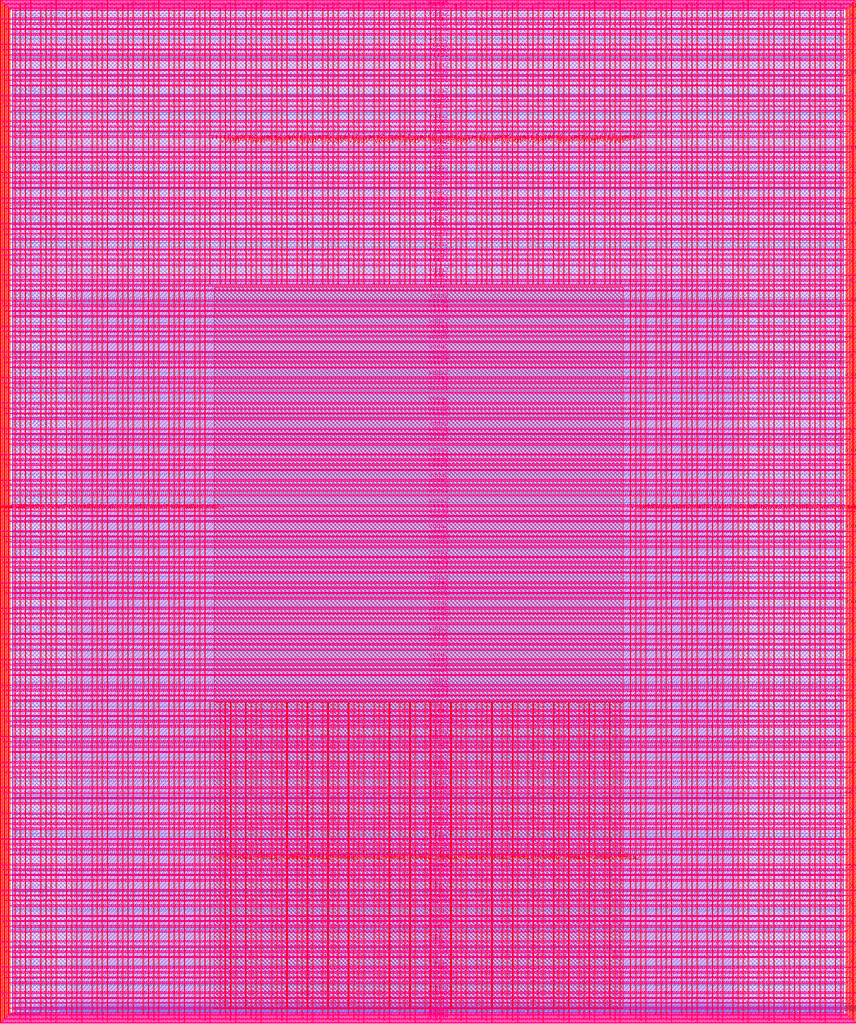
<source format=lef>
VERSION 5.7 ;
  NOWIREEXTENSIONATPIN ON ;
  DIVIDERCHAR "/" ;
  BUSBITCHARS "[]" ;
MACRO user_project_wrapper
  CLASS BLOCK ;
  FOREIGN user_project_wrapper ;
  ORIGIN 0.000 0.000 ;
  SIZE 2920.000 BY 3520.000 ;
  PIN analog_io[0]
    DIRECTION INOUT ;
    USE SIGNAL ;
    PORT
      LAYER met3 ;
        RECT 2917.600 1426.380 2924.800 1427.580 ;
    END
  END analog_io[0]
  PIN analog_io[10]
    DIRECTION INOUT ;
    USE SIGNAL ;
    PORT
      LAYER met2 ;
        RECT 2230.490 3517.600 2231.050 3524.800 ;
    END
  END analog_io[10]
  PIN analog_io[11]
    DIRECTION INOUT ;
    USE SIGNAL ;
    PORT
      LAYER met2 ;
        RECT 1905.730 3517.600 1906.290 3524.800 ;
    END
  END analog_io[11]
  PIN analog_io[12]
    DIRECTION INOUT ;
    USE SIGNAL ;
    PORT
      LAYER met2 ;
        RECT 1581.430 3517.600 1581.990 3524.800 ;
    END
  END analog_io[12]
  PIN analog_io[13]
    DIRECTION INOUT ;
    USE SIGNAL ;
    PORT
      LAYER met2 ;
        RECT 1257.130 3517.600 1257.690 3524.800 ;
    END
  END analog_io[13]
  PIN analog_io[14]
    DIRECTION INOUT ;
    USE SIGNAL ;
    PORT
      LAYER met2 ;
        RECT 932.370 3517.600 932.930 3524.800 ;
    END
  END analog_io[14]
  PIN analog_io[15]
    DIRECTION INOUT ;
    USE SIGNAL ;
    PORT
      LAYER met2 ;
        RECT 608.070 3517.600 608.630 3524.800 ;
    END
  END analog_io[15]
  PIN analog_io[16]
    DIRECTION INOUT ;
    USE SIGNAL ;
    PORT
      LAYER met2 ;
        RECT 283.770 3517.600 284.330 3524.800 ;
    END
  END analog_io[16]
  PIN analog_io[17]
    DIRECTION INOUT ;
    USE SIGNAL ;
    PORT
      LAYER met3 ;
        RECT -4.800 3486.100 2.400 3487.300 ;
    END
  END analog_io[17]
  PIN analog_io[18]
    DIRECTION INOUT ;
    USE SIGNAL ;
    PORT
      LAYER met3 ;
        RECT -4.800 3224.980 2.400 3226.180 ;
    END
  END analog_io[18]
  PIN analog_io[19]
    DIRECTION INOUT ;
    USE SIGNAL ;
    PORT
      LAYER met3 ;
        RECT -4.800 2964.540 2.400 2965.740 ;
    END
  END analog_io[19]
  PIN analog_io[1]
    DIRECTION INOUT ;
    USE SIGNAL ;
    PORT
      LAYER met3 ;
        RECT 2917.600 1692.260 2924.800 1693.460 ;
    END
  END analog_io[1]
  PIN analog_io[20]
    DIRECTION INOUT ;
    USE SIGNAL ;
    PORT
      LAYER met3 ;
        RECT -4.800 2703.420 2.400 2704.620 ;
    END
  END analog_io[20]
  PIN analog_io[21]
    DIRECTION INOUT ;
    USE SIGNAL ;
    PORT
      LAYER met3 ;
        RECT -4.800 2442.980 2.400 2444.180 ;
    END
  END analog_io[21]
  PIN analog_io[22]
    DIRECTION INOUT ;
    USE SIGNAL ;
    PORT
      LAYER met3 ;
        RECT -4.800 2182.540 2.400 2183.740 ;
    END
  END analog_io[22]
  PIN analog_io[23]
    DIRECTION INOUT ;
    USE SIGNAL ;
    PORT
      LAYER met3 ;
        RECT -4.800 1921.420 2.400 1922.620 ;
    END
  END analog_io[23]
  PIN analog_io[24]
    DIRECTION INOUT ;
    USE SIGNAL ;
    PORT
      LAYER met3 ;
        RECT -4.800 1660.980 2.400 1662.180 ;
    END
  END analog_io[24]
  PIN analog_io[25]
    DIRECTION INOUT ;
    USE SIGNAL ;
    PORT
      LAYER met3 ;
        RECT -4.800 1399.860 2.400 1401.060 ;
    END
  END analog_io[25]
  PIN analog_io[26]
    DIRECTION INOUT ;
    USE SIGNAL ;
    PORT
      LAYER met3 ;
        RECT -4.800 1139.420 2.400 1140.620 ;
    END
  END analog_io[26]
  PIN analog_io[27]
    DIRECTION INOUT ;
    USE SIGNAL ;
    PORT
      LAYER met3 ;
        RECT -4.800 878.980 2.400 880.180 ;
    END
  END analog_io[27]
  PIN analog_io[28]
    DIRECTION INOUT ;
    USE SIGNAL ;
    PORT
      LAYER met3 ;
        RECT -4.800 617.860 2.400 619.060 ;
    END
  END analog_io[28]
  PIN analog_io[2]
    DIRECTION INOUT ;
    USE SIGNAL ;
    PORT
      LAYER met3 ;
        RECT 2917.600 1958.140 2924.800 1959.340 ;
    END
  END analog_io[2]
  PIN analog_io[3]
    DIRECTION INOUT ;
    USE SIGNAL ;
    PORT
      LAYER met3 ;
        RECT 2917.600 2223.340 2924.800 2224.540 ;
    END
  END analog_io[3]
  PIN analog_io[4]
    DIRECTION INOUT ;
    USE SIGNAL ;
    PORT
      LAYER met3 ;
        RECT 2917.600 2489.220 2924.800 2490.420 ;
    END
  END analog_io[4]
  PIN analog_io[5]
    DIRECTION INOUT ;
    USE SIGNAL ;
    PORT
      LAYER met3 ;
        RECT 2917.600 2755.100 2924.800 2756.300 ;
    END
  END analog_io[5]
  PIN analog_io[6]
    DIRECTION INOUT ;
    USE SIGNAL ;
    PORT
      LAYER met3 ;
        RECT 2917.600 3020.300 2924.800 3021.500 ;
    END
  END analog_io[6]
  PIN analog_io[7]
    DIRECTION INOUT ;
    USE SIGNAL ;
    PORT
      LAYER met3 ;
        RECT 2917.600 3286.180 2924.800 3287.380 ;
    END
  END analog_io[7]
  PIN analog_io[8]
    DIRECTION INOUT ;
    USE SIGNAL ;
    PORT
      LAYER met2 ;
        RECT 2879.090 3517.600 2879.650 3524.800 ;
    END
  END analog_io[8]
  PIN analog_io[9]
    DIRECTION INOUT ;
    USE SIGNAL ;
    PORT
      LAYER met2 ;
        RECT 2554.790 3517.600 2555.350 3524.800 ;
    END
  END analog_io[9]
  PIN io_in[0]
    DIRECTION INPUT ;
    USE SIGNAL ;
    PORT
      LAYER met3 ;
        RECT 2917.600 32.380 2924.800 33.580 ;
    END
  END io_in[0]
  PIN io_in[10]
    DIRECTION INPUT ;
    USE SIGNAL ;
    PORT
      LAYER met3 ;
        RECT 2917.600 2289.980 2924.800 2291.180 ;
    END
  END io_in[10]
  PIN io_in[11]
    DIRECTION INPUT ;
    USE SIGNAL ;
    PORT
      LAYER met3 ;
        RECT 2917.600 2555.860 2924.800 2557.060 ;
    END
  END io_in[11]
  PIN io_in[12]
    DIRECTION INPUT ;
    USE SIGNAL ;
    PORT
      LAYER met3 ;
        RECT 2917.600 2821.060 2924.800 2822.260 ;
    END
  END io_in[12]
  PIN io_in[13]
    DIRECTION INPUT ;
    USE SIGNAL ;
    PORT
      LAYER met3 ;
        RECT 2917.600 3086.940 2924.800 3088.140 ;
    END
  END io_in[13]
  PIN io_in[14]
    DIRECTION INPUT ;
    USE SIGNAL ;
    PORT
      LAYER met3 ;
        RECT 2917.600 3352.820 2924.800 3354.020 ;
    END
  END io_in[14]
  PIN io_in[15]
    DIRECTION INPUT ;
    USE SIGNAL ;
    PORT
      LAYER met2 ;
        RECT 2798.130 3517.600 2798.690 3524.800 ;
    END
  END io_in[15]
  PIN io_in[16]
    DIRECTION INPUT ;
    USE SIGNAL ;
    PORT
      LAYER met2 ;
        RECT 2473.830 3517.600 2474.390 3524.800 ;
    END
  END io_in[16]
  PIN io_in[17]
    DIRECTION INPUT ;
    USE SIGNAL ;
    PORT
      LAYER met2 ;
        RECT 2149.070 3517.600 2149.630 3524.800 ;
    END
  END io_in[17]
  PIN io_in[18]
    DIRECTION INPUT ;
    USE SIGNAL ;
    PORT
      LAYER met2 ;
        RECT 1824.770 3517.600 1825.330 3524.800 ;
    END
  END io_in[18]
  PIN io_in[19]
    DIRECTION INPUT ;
    USE SIGNAL ;
    PORT
      LAYER met2 ;
        RECT 1500.470 3517.600 1501.030 3524.800 ;
    END
  END io_in[19]
  PIN io_in[1]
    DIRECTION INPUT ;
    USE SIGNAL ;
    PORT
      LAYER met3 ;
        RECT 2917.600 230.940 2924.800 232.140 ;
    END
  END io_in[1]
  PIN io_in[20]
    DIRECTION INPUT ;
    USE SIGNAL ;
    PORT
      LAYER met2 ;
        RECT 1175.710 3517.600 1176.270 3524.800 ;
    END
  END io_in[20]
  PIN io_in[21]
    DIRECTION INPUT ;
    USE SIGNAL ;
    PORT
      LAYER met2 ;
        RECT 851.410 3517.600 851.970 3524.800 ;
    END
  END io_in[21]
  PIN io_in[22]
    DIRECTION INPUT ;
    USE SIGNAL ;
    PORT
      LAYER met2 ;
        RECT 527.110 3517.600 527.670 3524.800 ;
    END
  END io_in[22]
  PIN io_in[23]
    DIRECTION INPUT ;
    USE SIGNAL ;
    PORT
      LAYER met2 ;
        RECT 202.350 3517.600 202.910 3524.800 ;
    END
  END io_in[23]
  PIN io_in[24]
    DIRECTION INPUT ;
    USE SIGNAL ;
    PORT
      LAYER met3 ;
        RECT -4.800 3420.820 2.400 3422.020 ;
    END
  END io_in[24]
  PIN io_in[25]
    DIRECTION INPUT ;
    USE SIGNAL ;
    PORT
      LAYER met3 ;
        RECT -4.800 3159.700 2.400 3160.900 ;
    END
  END io_in[25]
  PIN io_in[26]
    DIRECTION INPUT ;
    USE SIGNAL ;
    PORT
      LAYER met3 ;
        RECT -4.800 2899.260 2.400 2900.460 ;
    END
  END io_in[26]
  PIN io_in[27]
    DIRECTION INPUT ;
    USE SIGNAL ;
    PORT
      LAYER met3 ;
        RECT -4.800 2638.820 2.400 2640.020 ;
    END
  END io_in[27]
  PIN io_in[28]
    DIRECTION INPUT ;
    USE SIGNAL ;
    PORT
      LAYER met3 ;
        RECT -4.800 2377.700 2.400 2378.900 ;
    END
  END io_in[28]
  PIN io_in[29]
    DIRECTION INPUT ;
    USE SIGNAL ;
    PORT
      LAYER met3 ;
        RECT -4.800 2117.260 2.400 2118.460 ;
    END
  END io_in[29]
  PIN io_in[2]
    DIRECTION INPUT ;
    USE SIGNAL ;
    PORT
      LAYER met3 ;
        RECT 2917.600 430.180 2924.800 431.380 ;
    END
  END io_in[2]
  PIN io_in[30]
    DIRECTION INPUT ;
    USE SIGNAL ;
    PORT
      LAYER met3 ;
        RECT -4.800 1856.140 2.400 1857.340 ;
    END
  END io_in[30]
  PIN io_in[31]
    DIRECTION INPUT ;
    USE SIGNAL ;
    PORT
      LAYER met3 ;
        RECT -4.800 1595.700 2.400 1596.900 ;
    END
  END io_in[31]
  PIN io_in[32]
    DIRECTION INPUT ;
    USE SIGNAL ;
    PORT
      LAYER met3 ;
        RECT -4.800 1335.260 2.400 1336.460 ;
    END
  END io_in[32]
  PIN io_in[33]
    DIRECTION INPUT ;
    USE SIGNAL ;
    PORT
      LAYER met3 ;
        RECT -4.800 1074.140 2.400 1075.340 ;
    END
  END io_in[33]
  PIN io_in[34]
    DIRECTION INPUT ;
    USE SIGNAL ;
    PORT
      LAYER met3 ;
        RECT -4.800 813.700 2.400 814.900 ;
    END
  END io_in[34]
  PIN io_in[35]
    DIRECTION INPUT ;
    USE SIGNAL ;
    PORT
      LAYER met3 ;
        RECT -4.800 552.580 2.400 553.780 ;
    END
  END io_in[35]
  PIN io_in[36]
    DIRECTION INPUT ;
    USE SIGNAL ;
    PORT
      LAYER met3 ;
        RECT -4.800 357.420 2.400 358.620 ;
    END
  END io_in[36]
  PIN io_in[37]
    DIRECTION INPUT ;
    USE SIGNAL ;
    PORT
      LAYER met3 ;
        RECT -4.800 161.580 2.400 162.780 ;
    END
  END io_in[37]
  PIN io_in[3]
    DIRECTION INPUT ;
    USE SIGNAL ;
    PORT
      LAYER met3 ;
        RECT 2917.600 629.420 2924.800 630.620 ;
    END
  END io_in[3]
  PIN io_in[4]
    DIRECTION INPUT ;
    USE SIGNAL ;
    PORT
      LAYER met3 ;
        RECT 2917.600 828.660 2924.800 829.860 ;
    END
  END io_in[4]
  PIN io_in[5]
    DIRECTION INPUT ;
    USE SIGNAL ;
    PORT
      LAYER met3 ;
        RECT 2917.600 1027.900 2924.800 1029.100 ;
    END
  END io_in[5]
  PIN io_in[6]
    DIRECTION INPUT ;
    USE SIGNAL ;
    PORT
      LAYER met3 ;
        RECT 2917.600 1227.140 2924.800 1228.340 ;
    END
  END io_in[6]
  PIN io_in[7]
    DIRECTION INPUT ;
    USE SIGNAL ;
    PORT
      LAYER met3 ;
        RECT 2917.600 1493.020 2924.800 1494.220 ;
    END
  END io_in[7]
  PIN io_in[8]
    DIRECTION INPUT ;
    USE SIGNAL ;
    PORT
      LAYER met3 ;
        RECT 2917.600 1758.900 2924.800 1760.100 ;
    END
  END io_in[8]
  PIN io_in[9]
    DIRECTION INPUT ;
    USE SIGNAL ;
    PORT
      LAYER met3 ;
        RECT 2917.600 2024.100 2924.800 2025.300 ;
    END
  END io_in[9]
  PIN io_oeb[0]
    DIRECTION OUTPUT TRISTATE ;
    USE SIGNAL ;
    PORT
      LAYER met3 ;
        RECT 2917.600 164.980 2924.800 166.180 ;
    END
  END io_oeb[0]
  PIN io_oeb[10]
    DIRECTION OUTPUT TRISTATE ;
    USE SIGNAL ;
    PORT
      LAYER met3 ;
        RECT 2917.600 2422.580 2924.800 2423.780 ;
    END
  END io_oeb[10]
  PIN io_oeb[11]
    DIRECTION OUTPUT TRISTATE ;
    USE SIGNAL ;
    PORT
      LAYER met3 ;
        RECT 2917.600 2688.460 2924.800 2689.660 ;
    END
  END io_oeb[11]
  PIN io_oeb[12]
    DIRECTION OUTPUT TRISTATE ;
    USE SIGNAL ;
    PORT
      LAYER met3 ;
        RECT 2917.600 2954.340 2924.800 2955.540 ;
    END
  END io_oeb[12]
  PIN io_oeb[13]
    DIRECTION OUTPUT TRISTATE ;
    USE SIGNAL ;
    PORT
      LAYER met3 ;
        RECT 2917.600 3219.540 2924.800 3220.740 ;
    END
  END io_oeb[13]
  PIN io_oeb[14]
    DIRECTION OUTPUT TRISTATE ;
    USE SIGNAL ;
    PORT
      LAYER met3 ;
        RECT 2917.600 3485.420 2924.800 3486.620 ;
    END
  END io_oeb[14]
  PIN io_oeb[15]
    DIRECTION OUTPUT TRISTATE ;
    USE SIGNAL ;
    PORT
      LAYER met2 ;
        RECT 2635.750 3517.600 2636.310 3524.800 ;
    END
  END io_oeb[15]
  PIN io_oeb[16]
    DIRECTION OUTPUT TRISTATE ;
    USE SIGNAL ;
    PORT
      LAYER met2 ;
        RECT 2311.450 3517.600 2312.010 3524.800 ;
    END
  END io_oeb[16]
  PIN io_oeb[17]
    DIRECTION OUTPUT TRISTATE ;
    USE SIGNAL ;
    PORT
      LAYER met2 ;
        RECT 1987.150 3517.600 1987.710 3524.800 ;
    END
  END io_oeb[17]
  PIN io_oeb[18]
    DIRECTION OUTPUT TRISTATE ;
    USE SIGNAL ;
    PORT
      LAYER met2 ;
        RECT 1662.390 3517.600 1662.950 3524.800 ;
    END
  END io_oeb[18]
  PIN io_oeb[19]
    DIRECTION OUTPUT TRISTATE ;
    USE SIGNAL ;
    PORT
      LAYER met2 ;
        RECT 1338.090 3517.600 1338.650 3524.800 ;
    END
  END io_oeb[19]
  PIN io_oeb[1]
    DIRECTION OUTPUT TRISTATE ;
    USE SIGNAL ;
    PORT
      LAYER met3 ;
        RECT 2917.600 364.220 2924.800 365.420 ;
    END
  END io_oeb[1]
  PIN io_oeb[20]
    DIRECTION OUTPUT TRISTATE ;
    USE SIGNAL ;
    PORT
      LAYER met2 ;
        RECT 1013.790 3517.600 1014.350 3524.800 ;
    END
  END io_oeb[20]
  PIN io_oeb[21]
    DIRECTION OUTPUT TRISTATE ;
    USE SIGNAL ;
    PORT
      LAYER met2 ;
        RECT 689.030 3517.600 689.590 3524.800 ;
    END
  END io_oeb[21]
  PIN io_oeb[22]
    DIRECTION OUTPUT TRISTATE ;
    USE SIGNAL ;
    PORT
      LAYER met2 ;
        RECT 364.730 3517.600 365.290 3524.800 ;
    END
  END io_oeb[22]
  PIN io_oeb[23]
    DIRECTION OUTPUT TRISTATE ;
    USE SIGNAL ;
    PORT
      LAYER met2 ;
        RECT 40.430 3517.600 40.990 3524.800 ;
    END
  END io_oeb[23]
  PIN io_oeb[24]
    DIRECTION OUTPUT TRISTATE ;
    USE SIGNAL ;
    PORT
      LAYER met3 ;
        RECT -4.800 3290.260 2.400 3291.460 ;
    END
  END io_oeb[24]
  PIN io_oeb[25]
    DIRECTION OUTPUT TRISTATE ;
    USE SIGNAL ;
    PORT
      LAYER met3 ;
        RECT -4.800 3029.820 2.400 3031.020 ;
    END
  END io_oeb[25]
  PIN io_oeb[26]
    DIRECTION OUTPUT TRISTATE ;
    USE SIGNAL ;
    PORT
      LAYER met3 ;
        RECT -4.800 2768.700 2.400 2769.900 ;
    END
  END io_oeb[26]
  PIN io_oeb[27]
    DIRECTION OUTPUT TRISTATE ;
    USE SIGNAL ;
    PORT
      LAYER met3 ;
        RECT -4.800 2508.260 2.400 2509.460 ;
    END
  END io_oeb[27]
  PIN io_oeb[28]
    DIRECTION OUTPUT TRISTATE ;
    USE SIGNAL ;
    PORT
      LAYER met3 ;
        RECT -4.800 2247.140 2.400 2248.340 ;
    END
  END io_oeb[28]
  PIN io_oeb[29]
    DIRECTION OUTPUT TRISTATE ;
    USE SIGNAL ;
    PORT
      LAYER met3 ;
        RECT -4.800 1986.700 2.400 1987.900 ;
    END
  END io_oeb[29]
  PIN io_oeb[2]
    DIRECTION OUTPUT TRISTATE ;
    USE SIGNAL ;
    PORT
      LAYER met3 ;
        RECT 2917.600 563.460 2924.800 564.660 ;
    END
  END io_oeb[2]
  PIN io_oeb[30]
    DIRECTION OUTPUT TRISTATE ;
    USE SIGNAL ;
    PORT
      LAYER met3 ;
        RECT -4.800 1726.260 2.400 1727.460 ;
    END
  END io_oeb[30]
  PIN io_oeb[31]
    DIRECTION OUTPUT TRISTATE ;
    USE SIGNAL ;
    PORT
      LAYER met3 ;
        RECT -4.800 1465.140 2.400 1466.340 ;
    END
  END io_oeb[31]
  PIN io_oeb[32]
    DIRECTION OUTPUT TRISTATE ;
    USE SIGNAL ;
    PORT
      LAYER met3 ;
        RECT -4.800 1204.700 2.400 1205.900 ;
    END
  END io_oeb[32]
  PIN io_oeb[33]
    DIRECTION OUTPUT TRISTATE ;
    USE SIGNAL ;
    PORT
      LAYER met3 ;
        RECT -4.800 943.580 2.400 944.780 ;
    END
  END io_oeb[33]
  PIN io_oeb[34]
    DIRECTION OUTPUT TRISTATE ;
    USE SIGNAL ;
    PORT
      LAYER met3 ;
        RECT -4.800 683.140 2.400 684.340 ;
    END
  END io_oeb[34]
  PIN io_oeb[35]
    DIRECTION OUTPUT TRISTATE ;
    USE SIGNAL ;
    PORT
      LAYER met3 ;
        RECT -4.800 422.700 2.400 423.900 ;
    END
  END io_oeb[35]
  PIN io_oeb[36]
    DIRECTION OUTPUT TRISTATE ;
    USE SIGNAL ;
    PORT
      LAYER met3 ;
        RECT -4.800 226.860 2.400 228.060 ;
    END
  END io_oeb[36]
  PIN io_oeb[37]
    DIRECTION OUTPUT TRISTATE ;
    USE SIGNAL ;
    PORT
      LAYER met3 ;
        RECT -4.800 31.700 2.400 32.900 ;
    END
  END io_oeb[37]
  PIN io_oeb[3]
    DIRECTION OUTPUT TRISTATE ;
    USE SIGNAL ;
    PORT
      LAYER met3 ;
        RECT 2917.600 762.700 2924.800 763.900 ;
    END
  END io_oeb[3]
  PIN io_oeb[4]
    DIRECTION OUTPUT TRISTATE ;
    USE SIGNAL ;
    PORT
      LAYER met3 ;
        RECT 2917.600 961.940 2924.800 963.140 ;
    END
  END io_oeb[4]
  PIN io_oeb[5]
    DIRECTION OUTPUT TRISTATE ;
    USE SIGNAL ;
    PORT
      LAYER met3 ;
        RECT 2917.600 1161.180 2924.800 1162.380 ;
    END
  END io_oeb[5]
  PIN io_oeb[6]
    DIRECTION OUTPUT TRISTATE ;
    USE SIGNAL ;
    PORT
      LAYER met3 ;
        RECT 2917.600 1360.420 2924.800 1361.620 ;
    END
  END io_oeb[6]
  PIN io_oeb[7]
    DIRECTION OUTPUT TRISTATE ;
    USE SIGNAL ;
    PORT
      LAYER met3 ;
        RECT 2917.600 1625.620 2924.800 1626.820 ;
    END
  END io_oeb[7]
  PIN io_oeb[8]
    DIRECTION OUTPUT TRISTATE ;
    USE SIGNAL ;
    PORT
      LAYER met3 ;
        RECT 2917.600 1891.500 2924.800 1892.700 ;
    END
  END io_oeb[8]
  PIN io_oeb[9]
    DIRECTION OUTPUT TRISTATE ;
    USE SIGNAL ;
    PORT
      LAYER met3 ;
        RECT 2917.600 2157.380 2924.800 2158.580 ;
    END
  END io_oeb[9]
  PIN io_out[0]
    DIRECTION OUTPUT TRISTATE ;
    USE SIGNAL ;
    PORT
      LAYER met3 ;
        RECT 2917.600 98.340 2924.800 99.540 ;
    END
  END io_out[0]
  PIN io_out[10]
    DIRECTION OUTPUT TRISTATE ;
    USE SIGNAL ;
    PORT
      LAYER met3 ;
        RECT 2917.600 2356.620 2924.800 2357.820 ;
    END
  END io_out[10]
  PIN io_out[11]
    DIRECTION OUTPUT TRISTATE ;
    USE SIGNAL ;
    PORT
      LAYER met3 ;
        RECT 2917.600 2621.820 2924.800 2623.020 ;
    END
  END io_out[11]
  PIN io_out[12]
    DIRECTION OUTPUT TRISTATE ;
    USE SIGNAL ;
    PORT
      LAYER met3 ;
        RECT 2917.600 2887.700 2924.800 2888.900 ;
    END
  END io_out[12]
  PIN io_out[13]
    DIRECTION OUTPUT TRISTATE ;
    USE SIGNAL ;
    PORT
      LAYER met3 ;
        RECT 2917.600 3153.580 2924.800 3154.780 ;
    END
  END io_out[13]
  PIN io_out[14]
    DIRECTION OUTPUT TRISTATE ;
    USE SIGNAL ;
    PORT
      LAYER met3 ;
        RECT 2917.600 3418.780 2924.800 3419.980 ;
    END
  END io_out[14]
  PIN io_out[15]
    DIRECTION OUTPUT TRISTATE ;
    USE SIGNAL ;
    PORT
      LAYER met2 ;
        RECT 2717.170 3517.600 2717.730 3524.800 ;
    END
  END io_out[15]
  PIN io_out[16]
    DIRECTION OUTPUT TRISTATE ;
    USE SIGNAL ;
    PORT
      LAYER met2 ;
        RECT 2392.410 3517.600 2392.970 3524.800 ;
    END
  END io_out[16]
  PIN io_out[17]
    DIRECTION OUTPUT TRISTATE ;
    USE SIGNAL ;
    PORT
      LAYER met2 ;
        RECT 2068.110 3517.600 2068.670 3524.800 ;
    END
  END io_out[17]
  PIN io_out[18]
    DIRECTION OUTPUT TRISTATE ;
    USE SIGNAL ;
    PORT
      LAYER met2 ;
        RECT 1743.810 3517.600 1744.370 3524.800 ;
    END
  END io_out[18]
  PIN io_out[19]
    DIRECTION OUTPUT TRISTATE ;
    USE SIGNAL ;
    PORT
      LAYER met2 ;
        RECT 1419.050 3517.600 1419.610 3524.800 ;
    END
  END io_out[19]
  PIN io_out[1]
    DIRECTION OUTPUT TRISTATE ;
    USE SIGNAL ;
    PORT
      LAYER met3 ;
        RECT 2917.600 297.580 2924.800 298.780 ;
    END
  END io_out[1]
  PIN io_out[20]
    DIRECTION OUTPUT TRISTATE ;
    USE SIGNAL ;
    PORT
      LAYER met2 ;
        RECT 1094.750 3517.600 1095.310 3524.800 ;
    END
  END io_out[20]
  PIN io_out[21]
    DIRECTION OUTPUT TRISTATE ;
    USE SIGNAL ;
    PORT
      LAYER met2 ;
        RECT 770.450 3517.600 771.010 3524.800 ;
    END
  END io_out[21]
  PIN io_out[22]
    DIRECTION OUTPUT TRISTATE ;
    USE SIGNAL ;
    PORT
      LAYER met2 ;
        RECT 445.690 3517.600 446.250 3524.800 ;
    END
  END io_out[22]
  PIN io_out[23]
    DIRECTION OUTPUT TRISTATE ;
    USE SIGNAL ;
    PORT
      LAYER met2 ;
        RECT 121.390 3517.600 121.950 3524.800 ;
    END
  END io_out[23]
  PIN io_out[24]
    DIRECTION OUTPUT TRISTATE ;
    USE SIGNAL ;
    PORT
      LAYER met3 ;
        RECT -4.800 3355.540 2.400 3356.740 ;
    END
  END io_out[24]
  PIN io_out[25]
    DIRECTION OUTPUT TRISTATE ;
    USE SIGNAL ;
    PORT
      LAYER met3 ;
        RECT -4.800 3095.100 2.400 3096.300 ;
    END
  END io_out[25]
  PIN io_out[26]
    DIRECTION OUTPUT TRISTATE ;
    USE SIGNAL ;
    PORT
      LAYER met3 ;
        RECT -4.800 2833.980 2.400 2835.180 ;
    END
  END io_out[26]
  PIN io_out[27]
    DIRECTION OUTPUT TRISTATE ;
    USE SIGNAL ;
    PORT
      LAYER met3 ;
        RECT -4.800 2573.540 2.400 2574.740 ;
    END
  END io_out[27]
  PIN io_out[28]
    DIRECTION OUTPUT TRISTATE ;
    USE SIGNAL ;
    PORT
      LAYER met3 ;
        RECT -4.800 2312.420 2.400 2313.620 ;
    END
  END io_out[28]
  PIN io_out[29]
    DIRECTION OUTPUT TRISTATE ;
    USE SIGNAL ;
    PORT
      LAYER met3 ;
        RECT -4.800 2051.980 2.400 2053.180 ;
    END
  END io_out[29]
  PIN io_out[2]
    DIRECTION OUTPUT TRISTATE ;
    USE SIGNAL ;
    PORT
      LAYER met3 ;
        RECT 2917.600 496.820 2924.800 498.020 ;
    END
  END io_out[2]
  PIN io_out[30]
    DIRECTION OUTPUT TRISTATE ;
    USE SIGNAL ;
    PORT
      LAYER met3 ;
        RECT -4.800 1791.540 2.400 1792.740 ;
    END
  END io_out[30]
  PIN io_out[31]
    DIRECTION OUTPUT TRISTATE ;
    USE SIGNAL ;
    PORT
      LAYER met3 ;
        RECT -4.800 1530.420 2.400 1531.620 ;
    END
  END io_out[31]
  PIN io_out[32]
    DIRECTION OUTPUT TRISTATE ;
    USE SIGNAL ;
    PORT
      LAYER met3 ;
        RECT -4.800 1269.980 2.400 1271.180 ;
    END
  END io_out[32]
  PIN io_out[33]
    DIRECTION OUTPUT TRISTATE ;
    USE SIGNAL ;
    PORT
      LAYER met3 ;
        RECT -4.800 1008.860 2.400 1010.060 ;
    END
  END io_out[33]
  PIN io_out[34]
    DIRECTION OUTPUT TRISTATE ;
    USE SIGNAL ;
    PORT
      LAYER met3 ;
        RECT -4.800 748.420 2.400 749.620 ;
    END
  END io_out[34]
  PIN io_out[35]
    DIRECTION OUTPUT TRISTATE ;
    USE SIGNAL ;
    PORT
      LAYER met3 ;
        RECT -4.800 487.300 2.400 488.500 ;
    END
  END io_out[35]
  PIN io_out[36]
    DIRECTION OUTPUT TRISTATE ;
    USE SIGNAL ;
    PORT
      LAYER met3 ;
        RECT -4.800 292.140 2.400 293.340 ;
    END
  END io_out[36]
  PIN io_out[37]
    DIRECTION OUTPUT TRISTATE ;
    USE SIGNAL ;
    PORT
      LAYER met3 ;
        RECT -4.800 96.300 2.400 97.500 ;
    END
  END io_out[37]
  PIN io_out[3]
    DIRECTION OUTPUT TRISTATE ;
    USE SIGNAL ;
    PORT
      LAYER met3 ;
        RECT 2917.600 696.060 2924.800 697.260 ;
    END
  END io_out[3]
  PIN io_out[4]
    DIRECTION OUTPUT TRISTATE ;
    USE SIGNAL ;
    PORT
      LAYER met3 ;
        RECT 2917.600 895.300 2924.800 896.500 ;
    END
  END io_out[4]
  PIN io_out[5]
    DIRECTION OUTPUT TRISTATE ;
    USE SIGNAL ;
    PORT
      LAYER met3 ;
        RECT 2917.600 1094.540 2924.800 1095.740 ;
    END
  END io_out[5]
  PIN io_out[6]
    DIRECTION OUTPUT TRISTATE ;
    USE SIGNAL ;
    PORT
      LAYER met3 ;
        RECT 2917.600 1293.780 2924.800 1294.980 ;
    END
  END io_out[6]
  PIN io_out[7]
    DIRECTION OUTPUT TRISTATE ;
    USE SIGNAL ;
    PORT
      LAYER met3 ;
        RECT 2917.600 1559.660 2924.800 1560.860 ;
    END
  END io_out[7]
  PIN io_out[8]
    DIRECTION OUTPUT TRISTATE ;
    USE SIGNAL ;
    PORT
      LAYER met3 ;
        RECT 2917.600 1824.860 2924.800 1826.060 ;
    END
  END io_out[8]
  PIN io_out[9]
    DIRECTION OUTPUT TRISTATE ;
    USE SIGNAL ;
    PORT
      LAYER met3 ;
        RECT 2917.600 2090.740 2924.800 2091.940 ;
    END
  END io_out[9]
  PIN la_data_in[0]
    DIRECTION INPUT ;
    USE SIGNAL ;
    PORT
      LAYER met2 ;
        RECT 629.230 -4.800 629.790 2.400 ;
    END
  END la_data_in[0]
  PIN la_data_in[100]
    DIRECTION INPUT ;
    USE SIGNAL ;
    PORT
      LAYER met2 ;
        RECT 2402.530 -4.800 2403.090 2.400 ;
    END
  END la_data_in[100]
  PIN la_data_in[101]
    DIRECTION INPUT ;
    USE SIGNAL ;
    PORT
      LAYER met2 ;
        RECT 2420.010 -4.800 2420.570 2.400 ;
    END
  END la_data_in[101]
  PIN la_data_in[102]
    DIRECTION INPUT ;
    USE SIGNAL ;
    PORT
      LAYER met2 ;
        RECT 2437.950 -4.800 2438.510 2.400 ;
    END
  END la_data_in[102]
  PIN la_data_in[103]
    DIRECTION INPUT ;
    USE SIGNAL ;
    PORT
      LAYER met2 ;
        RECT 2455.430 -4.800 2455.990 2.400 ;
    END
  END la_data_in[103]
  PIN la_data_in[104]
    DIRECTION INPUT ;
    USE SIGNAL ;
    PORT
      LAYER met2 ;
        RECT 2473.370 -4.800 2473.930 2.400 ;
    END
  END la_data_in[104]
  PIN la_data_in[105]
    DIRECTION INPUT ;
    USE SIGNAL ;
    PORT
      LAYER met2 ;
        RECT 2490.850 -4.800 2491.410 2.400 ;
    END
  END la_data_in[105]
  PIN la_data_in[106]
    DIRECTION INPUT ;
    USE SIGNAL ;
    PORT
      LAYER met2 ;
        RECT 2508.790 -4.800 2509.350 2.400 ;
    END
  END la_data_in[106]
  PIN la_data_in[107]
    DIRECTION INPUT ;
    USE SIGNAL ;
    PORT
      LAYER met2 ;
        RECT 2526.730 -4.800 2527.290 2.400 ;
    END
  END la_data_in[107]
  PIN la_data_in[108]
    DIRECTION INPUT ;
    USE SIGNAL ;
    PORT
      LAYER met2 ;
        RECT 2544.210 -4.800 2544.770 2.400 ;
    END
  END la_data_in[108]
  PIN la_data_in[109]
    DIRECTION INPUT ;
    USE SIGNAL ;
    PORT
      LAYER met2 ;
        RECT 2562.150 -4.800 2562.710 2.400 ;
    END
  END la_data_in[109]
  PIN la_data_in[10]
    DIRECTION INPUT ;
    USE SIGNAL ;
    PORT
      LAYER met2 ;
        RECT 806.330 -4.800 806.890 2.400 ;
    END
  END la_data_in[10]
  PIN la_data_in[110]
    DIRECTION INPUT ;
    USE SIGNAL ;
    PORT
      LAYER met2 ;
        RECT 2579.630 -4.800 2580.190 2.400 ;
    END
  END la_data_in[110]
  PIN la_data_in[111]
    DIRECTION INPUT ;
    USE SIGNAL ;
    PORT
      LAYER met2 ;
        RECT 2597.570 -4.800 2598.130 2.400 ;
    END
  END la_data_in[111]
  PIN la_data_in[112]
    DIRECTION INPUT ;
    USE SIGNAL ;
    PORT
      LAYER met2 ;
        RECT 2615.050 -4.800 2615.610 2.400 ;
    END
  END la_data_in[112]
  PIN la_data_in[113]
    DIRECTION INPUT ;
    USE SIGNAL ;
    PORT
      LAYER met2 ;
        RECT 2632.990 -4.800 2633.550 2.400 ;
    END
  END la_data_in[113]
  PIN la_data_in[114]
    DIRECTION INPUT ;
    USE SIGNAL ;
    PORT
      LAYER met2 ;
        RECT 2650.470 -4.800 2651.030 2.400 ;
    END
  END la_data_in[114]
  PIN la_data_in[115]
    DIRECTION INPUT ;
    USE SIGNAL ;
    PORT
      LAYER met2 ;
        RECT 2668.410 -4.800 2668.970 2.400 ;
    END
  END la_data_in[115]
  PIN la_data_in[116]
    DIRECTION INPUT ;
    USE SIGNAL ;
    PORT
      LAYER met2 ;
        RECT 2685.890 -4.800 2686.450 2.400 ;
    END
  END la_data_in[116]
  PIN la_data_in[117]
    DIRECTION INPUT ;
    USE SIGNAL ;
    PORT
      LAYER met2 ;
        RECT 2703.830 -4.800 2704.390 2.400 ;
    END
  END la_data_in[117]
  PIN la_data_in[118]
    DIRECTION INPUT ;
    USE SIGNAL ;
    PORT
      LAYER met2 ;
        RECT 2721.770 -4.800 2722.330 2.400 ;
    END
  END la_data_in[118]
  PIN la_data_in[119]
    DIRECTION INPUT ;
    USE SIGNAL ;
    PORT
      LAYER met2 ;
        RECT 2739.250 -4.800 2739.810 2.400 ;
    END
  END la_data_in[119]
  PIN la_data_in[11]
    DIRECTION INPUT ;
    USE SIGNAL ;
    PORT
      LAYER met2 ;
        RECT 824.270 -4.800 824.830 2.400 ;
    END
  END la_data_in[11]
  PIN la_data_in[120]
    DIRECTION INPUT ;
    USE SIGNAL ;
    PORT
      LAYER met2 ;
        RECT 2757.190 -4.800 2757.750 2.400 ;
    END
  END la_data_in[120]
  PIN la_data_in[121]
    DIRECTION INPUT ;
    USE SIGNAL ;
    PORT
      LAYER met2 ;
        RECT 2774.670 -4.800 2775.230 2.400 ;
    END
  END la_data_in[121]
  PIN la_data_in[122]
    DIRECTION INPUT ;
    USE SIGNAL ;
    PORT
      LAYER met2 ;
        RECT 2792.610 -4.800 2793.170 2.400 ;
    END
  END la_data_in[122]
  PIN la_data_in[123]
    DIRECTION INPUT ;
    USE SIGNAL ;
    PORT
      LAYER met2 ;
        RECT 2810.090 -4.800 2810.650 2.400 ;
    END
  END la_data_in[123]
  PIN la_data_in[124]
    DIRECTION INPUT ;
    USE SIGNAL ;
    PORT
      LAYER met2 ;
        RECT 2828.030 -4.800 2828.590 2.400 ;
    END
  END la_data_in[124]
  PIN la_data_in[125]
    DIRECTION INPUT ;
    USE SIGNAL ;
    PORT
      LAYER met2 ;
        RECT 2845.510 -4.800 2846.070 2.400 ;
    END
  END la_data_in[125]
  PIN la_data_in[126]
    DIRECTION INPUT ;
    USE SIGNAL ;
    PORT
      LAYER met2 ;
        RECT 2863.450 -4.800 2864.010 2.400 ;
    END
  END la_data_in[126]
  PIN la_data_in[127]
    DIRECTION INPUT ;
    USE SIGNAL ;
    PORT
      LAYER met2 ;
        RECT 2881.390 -4.800 2881.950 2.400 ;
    END
  END la_data_in[127]
  PIN la_data_in[12]
    DIRECTION INPUT ;
    USE SIGNAL ;
    PORT
      LAYER met2 ;
        RECT 841.750 -4.800 842.310 2.400 ;
    END
  END la_data_in[12]
  PIN la_data_in[13]
    DIRECTION INPUT ;
    USE SIGNAL ;
    PORT
      LAYER met2 ;
        RECT 859.690 -4.800 860.250 2.400 ;
    END
  END la_data_in[13]
  PIN la_data_in[14]
    DIRECTION INPUT ;
    USE SIGNAL ;
    PORT
      LAYER met2 ;
        RECT 877.170 -4.800 877.730 2.400 ;
    END
  END la_data_in[14]
  PIN la_data_in[15]
    DIRECTION INPUT ;
    USE SIGNAL ;
    PORT
      LAYER met2 ;
        RECT 895.110 -4.800 895.670 2.400 ;
    END
  END la_data_in[15]
  PIN la_data_in[16]
    DIRECTION INPUT ;
    USE SIGNAL ;
    PORT
      LAYER met2 ;
        RECT 912.590 -4.800 913.150 2.400 ;
    END
  END la_data_in[16]
  PIN la_data_in[17]
    DIRECTION INPUT ;
    USE SIGNAL ;
    PORT
      LAYER met2 ;
        RECT 930.530 -4.800 931.090 2.400 ;
    END
  END la_data_in[17]
  PIN la_data_in[18]
    DIRECTION INPUT ;
    USE SIGNAL ;
    PORT
      LAYER met2 ;
        RECT 948.470 -4.800 949.030 2.400 ;
    END
  END la_data_in[18]
  PIN la_data_in[19]
    DIRECTION INPUT ;
    USE SIGNAL ;
    PORT
      LAYER met2 ;
        RECT 965.950 -4.800 966.510 2.400 ;
    END
  END la_data_in[19]
  PIN la_data_in[1]
    DIRECTION INPUT ;
    USE SIGNAL ;
    PORT
      LAYER met2 ;
        RECT 646.710 -4.800 647.270 2.400 ;
    END
  END la_data_in[1]
  PIN la_data_in[20]
    DIRECTION INPUT ;
    USE SIGNAL ;
    PORT
      LAYER met2 ;
        RECT 983.890 -4.800 984.450 2.400 ;
    END
  END la_data_in[20]
  PIN la_data_in[21]
    DIRECTION INPUT ;
    USE SIGNAL ;
    PORT
      LAYER met2 ;
        RECT 1001.370 -4.800 1001.930 2.400 ;
    END
  END la_data_in[21]
  PIN la_data_in[22]
    DIRECTION INPUT ;
    USE SIGNAL ;
    PORT
      LAYER met2 ;
        RECT 1019.310 -4.800 1019.870 2.400 ;
    END
  END la_data_in[22]
  PIN la_data_in[23]
    DIRECTION INPUT ;
    USE SIGNAL ;
    PORT
      LAYER met2 ;
        RECT 1036.790 -4.800 1037.350 2.400 ;
    END
  END la_data_in[23]
  PIN la_data_in[24]
    DIRECTION INPUT ;
    USE SIGNAL ;
    PORT
      LAYER met2 ;
        RECT 1054.730 -4.800 1055.290 2.400 ;
    END
  END la_data_in[24]
  PIN la_data_in[25]
    DIRECTION INPUT ;
    USE SIGNAL ;
    PORT
      LAYER met2 ;
        RECT 1072.210 -4.800 1072.770 2.400 ;
    END
  END la_data_in[25]
  PIN la_data_in[26]
    DIRECTION INPUT ;
    USE SIGNAL ;
    PORT
      LAYER met2 ;
        RECT 1090.150 -4.800 1090.710 2.400 ;
    END
  END la_data_in[26]
  PIN la_data_in[27]
    DIRECTION INPUT ;
    USE SIGNAL ;
    PORT
      LAYER met2 ;
        RECT 1107.630 -4.800 1108.190 2.400 ;
    END
  END la_data_in[27]
  PIN la_data_in[28]
    DIRECTION INPUT ;
    USE SIGNAL ;
    PORT
      LAYER met2 ;
        RECT 1125.570 -4.800 1126.130 2.400 ;
    END
  END la_data_in[28]
  PIN la_data_in[29]
    DIRECTION INPUT ;
    USE SIGNAL ;
    PORT
      LAYER met2 ;
        RECT 1143.510 -4.800 1144.070 2.400 ;
    END
  END la_data_in[29]
  PIN la_data_in[2]
    DIRECTION INPUT ;
    USE SIGNAL ;
    PORT
      LAYER met2 ;
        RECT 664.650 -4.800 665.210 2.400 ;
    END
  END la_data_in[2]
  PIN la_data_in[30]
    DIRECTION INPUT ;
    USE SIGNAL ;
    PORT
      LAYER met2 ;
        RECT 1160.990 -4.800 1161.550 2.400 ;
    END
  END la_data_in[30]
  PIN la_data_in[31]
    DIRECTION INPUT ;
    USE SIGNAL ;
    PORT
      LAYER met2 ;
        RECT 1178.930 -4.800 1179.490 2.400 ;
    END
  END la_data_in[31]
  PIN la_data_in[32]
    DIRECTION INPUT ;
    USE SIGNAL ;
    PORT
      LAYER met2 ;
        RECT 1196.410 -4.800 1196.970 2.400 ;
    END
  END la_data_in[32]
  PIN la_data_in[33]
    DIRECTION INPUT ;
    USE SIGNAL ;
    PORT
      LAYER met2 ;
        RECT 1214.350 -4.800 1214.910 2.400 ;
    END
  END la_data_in[33]
  PIN la_data_in[34]
    DIRECTION INPUT ;
    USE SIGNAL ;
    PORT
      LAYER met2 ;
        RECT 1231.830 -4.800 1232.390 2.400 ;
    END
  END la_data_in[34]
  PIN la_data_in[35]
    DIRECTION INPUT ;
    USE SIGNAL ;
    PORT
      LAYER met2 ;
        RECT 1249.770 -4.800 1250.330 2.400 ;
    END
  END la_data_in[35]
  PIN la_data_in[36]
    DIRECTION INPUT ;
    USE SIGNAL ;
    PORT
      LAYER met2 ;
        RECT 1267.250 -4.800 1267.810 2.400 ;
    END
  END la_data_in[36]
  PIN la_data_in[37]
    DIRECTION INPUT ;
    USE SIGNAL ;
    PORT
      LAYER met2 ;
        RECT 1285.190 -4.800 1285.750 2.400 ;
    END
  END la_data_in[37]
  PIN la_data_in[38]
    DIRECTION INPUT ;
    USE SIGNAL ;
    PORT
      LAYER met2 ;
        RECT 1303.130 -4.800 1303.690 2.400 ;
    END
  END la_data_in[38]
  PIN la_data_in[39]
    DIRECTION INPUT ;
    USE SIGNAL ;
    PORT
      LAYER met2 ;
        RECT 1320.610 -4.800 1321.170 2.400 ;
    END
  END la_data_in[39]
  PIN la_data_in[3]
    DIRECTION INPUT ;
    USE SIGNAL ;
    PORT
      LAYER met2 ;
        RECT 682.130 -4.800 682.690 2.400 ;
    END
  END la_data_in[3]
  PIN la_data_in[40]
    DIRECTION INPUT ;
    USE SIGNAL ;
    PORT
      LAYER met2 ;
        RECT 1338.550 -4.800 1339.110 2.400 ;
    END
  END la_data_in[40]
  PIN la_data_in[41]
    DIRECTION INPUT ;
    USE SIGNAL ;
    PORT
      LAYER met2 ;
        RECT 1356.030 -4.800 1356.590 2.400 ;
    END
  END la_data_in[41]
  PIN la_data_in[42]
    DIRECTION INPUT ;
    USE SIGNAL ;
    PORT
      LAYER met2 ;
        RECT 1373.970 -4.800 1374.530 2.400 ;
    END
  END la_data_in[42]
  PIN la_data_in[43]
    DIRECTION INPUT ;
    USE SIGNAL ;
    PORT
      LAYER met2 ;
        RECT 1391.450 -4.800 1392.010 2.400 ;
    END
  END la_data_in[43]
  PIN la_data_in[44]
    DIRECTION INPUT ;
    USE SIGNAL ;
    PORT
      LAYER met2 ;
        RECT 1409.390 -4.800 1409.950 2.400 ;
    END
  END la_data_in[44]
  PIN la_data_in[45]
    DIRECTION INPUT ;
    USE SIGNAL ;
    PORT
      LAYER met2 ;
        RECT 1426.870 -4.800 1427.430 2.400 ;
    END
  END la_data_in[45]
  PIN la_data_in[46]
    DIRECTION INPUT ;
    USE SIGNAL ;
    PORT
      LAYER met2 ;
        RECT 1444.810 -4.800 1445.370 2.400 ;
    END
  END la_data_in[46]
  PIN la_data_in[47]
    DIRECTION INPUT ;
    USE SIGNAL ;
    PORT
      LAYER met2 ;
        RECT 1462.750 -4.800 1463.310 2.400 ;
    END
  END la_data_in[47]
  PIN la_data_in[48]
    DIRECTION INPUT ;
    USE SIGNAL ;
    PORT
      LAYER met2 ;
        RECT 1480.230 -4.800 1480.790 2.400 ;
    END
  END la_data_in[48]
  PIN la_data_in[49]
    DIRECTION INPUT ;
    USE SIGNAL ;
    PORT
      LAYER met2 ;
        RECT 1498.170 -4.800 1498.730 2.400 ;
    END
  END la_data_in[49]
  PIN la_data_in[4]
    DIRECTION INPUT ;
    USE SIGNAL ;
    PORT
      LAYER met2 ;
        RECT 700.070 -4.800 700.630 2.400 ;
    END
  END la_data_in[4]
  PIN la_data_in[50]
    DIRECTION INPUT ;
    USE SIGNAL ;
    PORT
      LAYER met2 ;
        RECT 1515.650 -4.800 1516.210 2.400 ;
    END
  END la_data_in[50]
  PIN la_data_in[51]
    DIRECTION INPUT ;
    USE SIGNAL ;
    PORT
      LAYER met2 ;
        RECT 1533.590 -4.800 1534.150 2.400 ;
    END
  END la_data_in[51]
  PIN la_data_in[52]
    DIRECTION INPUT ;
    USE SIGNAL ;
    PORT
      LAYER met2 ;
        RECT 1551.070 -4.800 1551.630 2.400 ;
    END
  END la_data_in[52]
  PIN la_data_in[53]
    DIRECTION INPUT ;
    USE SIGNAL ;
    PORT
      LAYER met2 ;
        RECT 1569.010 -4.800 1569.570 2.400 ;
    END
  END la_data_in[53]
  PIN la_data_in[54]
    DIRECTION INPUT ;
    USE SIGNAL ;
    PORT
      LAYER met2 ;
        RECT 1586.490 -4.800 1587.050 2.400 ;
    END
  END la_data_in[54]
  PIN la_data_in[55]
    DIRECTION INPUT ;
    USE SIGNAL ;
    PORT
      LAYER met2 ;
        RECT 1604.430 -4.800 1604.990 2.400 ;
    END
  END la_data_in[55]
  PIN la_data_in[56]
    DIRECTION INPUT ;
    USE SIGNAL ;
    PORT
      LAYER met2 ;
        RECT 1621.910 -4.800 1622.470 2.400 ;
    END
  END la_data_in[56]
  PIN la_data_in[57]
    DIRECTION INPUT ;
    USE SIGNAL ;
    PORT
      LAYER met2 ;
        RECT 1639.850 -4.800 1640.410 2.400 ;
    END
  END la_data_in[57]
  PIN la_data_in[58]
    DIRECTION INPUT ;
    USE SIGNAL ;
    PORT
      LAYER met2 ;
        RECT 1657.790 -4.800 1658.350 2.400 ;
    END
  END la_data_in[58]
  PIN la_data_in[59]
    DIRECTION INPUT ;
    USE SIGNAL ;
    PORT
      LAYER met2 ;
        RECT 1675.270 -4.800 1675.830 2.400 ;
    END
  END la_data_in[59]
  PIN la_data_in[5]
    DIRECTION INPUT ;
    USE SIGNAL ;
    PORT
      LAYER met2 ;
        RECT 717.550 -4.800 718.110 2.400 ;
    END
  END la_data_in[5]
  PIN la_data_in[60]
    DIRECTION INPUT ;
    USE SIGNAL ;
    PORT
      LAYER met2 ;
        RECT 1693.210 -4.800 1693.770 2.400 ;
    END
  END la_data_in[60]
  PIN la_data_in[61]
    DIRECTION INPUT ;
    USE SIGNAL ;
    PORT
      LAYER met2 ;
        RECT 1710.690 -4.800 1711.250 2.400 ;
    END
  END la_data_in[61]
  PIN la_data_in[62]
    DIRECTION INPUT ;
    USE SIGNAL ;
    PORT
      LAYER met2 ;
        RECT 1728.630 -4.800 1729.190 2.400 ;
    END
  END la_data_in[62]
  PIN la_data_in[63]
    DIRECTION INPUT ;
    USE SIGNAL ;
    PORT
      LAYER met2 ;
        RECT 1746.110 -4.800 1746.670 2.400 ;
    END
  END la_data_in[63]
  PIN la_data_in[64]
    DIRECTION INPUT ;
    USE SIGNAL ;
    PORT
      LAYER met2 ;
        RECT 1764.050 -4.800 1764.610 2.400 ;
    END
  END la_data_in[64]
  PIN la_data_in[65]
    DIRECTION INPUT ;
    USE SIGNAL ;
    PORT
      LAYER met2 ;
        RECT 1781.530 -4.800 1782.090 2.400 ;
    END
  END la_data_in[65]
  PIN la_data_in[66]
    DIRECTION INPUT ;
    USE SIGNAL ;
    PORT
      LAYER met2 ;
        RECT 1799.470 -4.800 1800.030 2.400 ;
    END
  END la_data_in[66]
  PIN la_data_in[67]
    DIRECTION INPUT ;
    USE SIGNAL ;
    PORT
      LAYER met2 ;
        RECT 1817.410 -4.800 1817.970 2.400 ;
    END
  END la_data_in[67]
  PIN la_data_in[68]
    DIRECTION INPUT ;
    USE SIGNAL ;
    PORT
      LAYER met2 ;
        RECT 1834.890 -4.800 1835.450 2.400 ;
    END
  END la_data_in[68]
  PIN la_data_in[69]
    DIRECTION INPUT ;
    USE SIGNAL ;
    PORT
      LAYER met2 ;
        RECT 1852.830 -4.800 1853.390 2.400 ;
    END
  END la_data_in[69]
  PIN la_data_in[6]
    DIRECTION INPUT ;
    USE SIGNAL ;
    PORT
      LAYER met2 ;
        RECT 735.490 -4.800 736.050 2.400 ;
    END
  END la_data_in[6]
  PIN la_data_in[70]
    DIRECTION INPUT ;
    USE SIGNAL ;
    PORT
      LAYER met2 ;
        RECT 1870.310 -4.800 1870.870 2.400 ;
    END
  END la_data_in[70]
  PIN la_data_in[71]
    DIRECTION INPUT ;
    USE SIGNAL ;
    PORT
      LAYER met2 ;
        RECT 1888.250 -4.800 1888.810 2.400 ;
    END
  END la_data_in[71]
  PIN la_data_in[72]
    DIRECTION INPUT ;
    USE SIGNAL ;
    PORT
      LAYER met2 ;
        RECT 1905.730 -4.800 1906.290 2.400 ;
    END
  END la_data_in[72]
  PIN la_data_in[73]
    DIRECTION INPUT ;
    USE SIGNAL ;
    PORT
      LAYER met2 ;
        RECT 1923.670 -4.800 1924.230 2.400 ;
    END
  END la_data_in[73]
  PIN la_data_in[74]
    DIRECTION INPUT ;
    USE SIGNAL ;
    PORT
      LAYER met2 ;
        RECT 1941.150 -4.800 1941.710 2.400 ;
    END
  END la_data_in[74]
  PIN la_data_in[75]
    DIRECTION INPUT ;
    USE SIGNAL ;
    PORT
      LAYER met2 ;
        RECT 1959.090 -4.800 1959.650 2.400 ;
    END
  END la_data_in[75]
  PIN la_data_in[76]
    DIRECTION INPUT ;
    USE SIGNAL ;
    PORT
      LAYER met2 ;
        RECT 1976.570 -4.800 1977.130 2.400 ;
    END
  END la_data_in[76]
  PIN la_data_in[77]
    DIRECTION INPUT ;
    USE SIGNAL ;
    PORT
      LAYER met2 ;
        RECT 1994.510 -4.800 1995.070 2.400 ;
    END
  END la_data_in[77]
  PIN la_data_in[78]
    DIRECTION INPUT ;
    USE SIGNAL ;
    PORT
      LAYER met2 ;
        RECT 2012.450 -4.800 2013.010 2.400 ;
    END
  END la_data_in[78]
  PIN la_data_in[79]
    DIRECTION INPUT ;
    USE SIGNAL ;
    PORT
      LAYER met2 ;
        RECT 2029.930 -4.800 2030.490 2.400 ;
    END
  END la_data_in[79]
  PIN la_data_in[7]
    DIRECTION INPUT ;
    USE SIGNAL ;
    PORT
      LAYER met2 ;
        RECT 752.970 -4.800 753.530 2.400 ;
    END
  END la_data_in[7]
  PIN la_data_in[80]
    DIRECTION INPUT ;
    USE SIGNAL ;
    PORT
      LAYER met2 ;
        RECT 2047.870 -4.800 2048.430 2.400 ;
    END
  END la_data_in[80]
  PIN la_data_in[81]
    DIRECTION INPUT ;
    USE SIGNAL ;
    PORT
      LAYER met2 ;
        RECT 2065.350 -4.800 2065.910 2.400 ;
    END
  END la_data_in[81]
  PIN la_data_in[82]
    DIRECTION INPUT ;
    USE SIGNAL ;
    PORT
      LAYER met2 ;
        RECT 2083.290 -4.800 2083.850 2.400 ;
    END
  END la_data_in[82]
  PIN la_data_in[83]
    DIRECTION INPUT ;
    USE SIGNAL ;
    PORT
      LAYER met2 ;
        RECT 2100.770 -4.800 2101.330 2.400 ;
    END
  END la_data_in[83]
  PIN la_data_in[84]
    DIRECTION INPUT ;
    USE SIGNAL ;
    PORT
      LAYER met2 ;
        RECT 2118.710 -4.800 2119.270 2.400 ;
    END
  END la_data_in[84]
  PIN la_data_in[85]
    DIRECTION INPUT ;
    USE SIGNAL ;
    PORT
      LAYER met2 ;
        RECT 2136.190 -4.800 2136.750 2.400 ;
    END
  END la_data_in[85]
  PIN la_data_in[86]
    DIRECTION INPUT ;
    USE SIGNAL ;
    PORT
      LAYER met2 ;
        RECT 2154.130 -4.800 2154.690 2.400 ;
    END
  END la_data_in[86]
  PIN la_data_in[87]
    DIRECTION INPUT ;
    USE SIGNAL ;
    PORT
      LAYER met2 ;
        RECT 2172.070 -4.800 2172.630 2.400 ;
    END
  END la_data_in[87]
  PIN la_data_in[88]
    DIRECTION INPUT ;
    USE SIGNAL ;
    PORT
      LAYER met2 ;
        RECT 2189.550 -4.800 2190.110 2.400 ;
    END
  END la_data_in[88]
  PIN la_data_in[89]
    DIRECTION INPUT ;
    USE SIGNAL ;
    PORT
      LAYER met2 ;
        RECT 2207.490 -4.800 2208.050 2.400 ;
    END
  END la_data_in[89]
  PIN la_data_in[8]
    DIRECTION INPUT ;
    USE SIGNAL ;
    PORT
      LAYER met2 ;
        RECT 770.910 -4.800 771.470 2.400 ;
    END
  END la_data_in[8]
  PIN la_data_in[90]
    DIRECTION INPUT ;
    USE SIGNAL ;
    PORT
      LAYER met2 ;
        RECT 2224.970 -4.800 2225.530 2.400 ;
    END
  END la_data_in[90]
  PIN la_data_in[91]
    DIRECTION INPUT ;
    USE SIGNAL ;
    PORT
      LAYER met2 ;
        RECT 2242.910 -4.800 2243.470 2.400 ;
    END
  END la_data_in[91]
  PIN la_data_in[92]
    DIRECTION INPUT ;
    USE SIGNAL ;
    PORT
      LAYER met2 ;
        RECT 2260.390 -4.800 2260.950 2.400 ;
    END
  END la_data_in[92]
  PIN la_data_in[93]
    DIRECTION INPUT ;
    USE SIGNAL ;
    PORT
      LAYER met2 ;
        RECT 2278.330 -4.800 2278.890 2.400 ;
    END
  END la_data_in[93]
  PIN la_data_in[94]
    DIRECTION INPUT ;
    USE SIGNAL ;
    PORT
      LAYER met2 ;
        RECT 2295.810 -4.800 2296.370 2.400 ;
    END
  END la_data_in[94]
  PIN la_data_in[95]
    DIRECTION INPUT ;
    USE SIGNAL ;
    PORT
      LAYER met2 ;
        RECT 2313.750 -4.800 2314.310 2.400 ;
    END
  END la_data_in[95]
  PIN la_data_in[96]
    DIRECTION INPUT ;
    USE SIGNAL ;
    PORT
      LAYER met2 ;
        RECT 2331.230 -4.800 2331.790 2.400 ;
    END
  END la_data_in[96]
  PIN la_data_in[97]
    DIRECTION INPUT ;
    USE SIGNAL ;
    PORT
      LAYER met2 ;
        RECT 2349.170 -4.800 2349.730 2.400 ;
    END
  END la_data_in[97]
  PIN la_data_in[98]
    DIRECTION INPUT ;
    USE SIGNAL ;
    PORT
      LAYER met2 ;
        RECT 2367.110 -4.800 2367.670 2.400 ;
    END
  END la_data_in[98]
  PIN la_data_in[99]
    DIRECTION INPUT ;
    USE SIGNAL ;
    PORT
      LAYER met2 ;
        RECT 2384.590 -4.800 2385.150 2.400 ;
    END
  END la_data_in[99]
  PIN la_data_in[9]
    DIRECTION INPUT ;
    USE SIGNAL ;
    PORT
      LAYER met2 ;
        RECT 788.850 -4.800 789.410 2.400 ;
    END
  END la_data_in[9]
  PIN la_data_out[0]
    DIRECTION OUTPUT TRISTATE ;
    USE SIGNAL ;
    PORT
      LAYER met2 ;
        RECT 634.750 -4.800 635.310 2.400 ;
    END
  END la_data_out[0]
  PIN la_data_out[100]
    DIRECTION OUTPUT TRISTATE ;
    USE SIGNAL ;
    PORT
      LAYER met2 ;
        RECT 2408.510 -4.800 2409.070 2.400 ;
    END
  END la_data_out[100]
  PIN la_data_out[101]
    DIRECTION OUTPUT TRISTATE ;
    USE SIGNAL ;
    PORT
      LAYER met2 ;
        RECT 2425.990 -4.800 2426.550 2.400 ;
    END
  END la_data_out[101]
  PIN la_data_out[102]
    DIRECTION OUTPUT TRISTATE ;
    USE SIGNAL ;
    PORT
      LAYER met2 ;
        RECT 2443.930 -4.800 2444.490 2.400 ;
    END
  END la_data_out[102]
  PIN la_data_out[103]
    DIRECTION OUTPUT TRISTATE ;
    USE SIGNAL ;
    PORT
      LAYER met2 ;
        RECT 2461.410 -4.800 2461.970 2.400 ;
    END
  END la_data_out[103]
  PIN la_data_out[104]
    DIRECTION OUTPUT TRISTATE ;
    USE SIGNAL ;
    PORT
      LAYER met2 ;
        RECT 2479.350 -4.800 2479.910 2.400 ;
    END
  END la_data_out[104]
  PIN la_data_out[105]
    DIRECTION OUTPUT TRISTATE ;
    USE SIGNAL ;
    PORT
      LAYER met2 ;
        RECT 2496.830 -4.800 2497.390 2.400 ;
    END
  END la_data_out[105]
  PIN la_data_out[106]
    DIRECTION OUTPUT TRISTATE ;
    USE SIGNAL ;
    PORT
      LAYER met2 ;
        RECT 2514.770 -4.800 2515.330 2.400 ;
    END
  END la_data_out[106]
  PIN la_data_out[107]
    DIRECTION OUTPUT TRISTATE ;
    USE SIGNAL ;
    PORT
      LAYER met2 ;
        RECT 2532.250 -4.800 2532.810 2.400 ;
    END
  END la_data_out[107]
  PIN la_data_out[108]
    DIRECTION OUTPUT TRISTATE ;
    USE SIGNAL ;
    PORT
      LAYER met2 ;
        RECT 2550.190 -4.800 2550.750 2.400 ;
    END
  END la_data_out[108]
  PIN la_data_out[109]
    DIRECTION OUTPUT TRISTATE ;
    USE SIGNAL ;
    PORT
      LAYER met2 ;
        RECT 2567.670 -4.800 2568.230 2.400 ;
    END
  END la_data_out[109]
  PIN la_data_out[10]
    DIRECTION OUTPUT TRISTATE ;
    USE SIGNAL ;
    PORT
      LAYER met2 ;
        RECT 812.310 -4.800 812.870 2.400 ;
    END
  END la_data_out[10]
  PIN la_data_out[110]
    DIRECTION OUTPUT TRISTATE ;
    USE SIGNAL ;
    PORT
      LAYER met2 ;
        RECT 2585.610 -4.800 2586.170 2.400 ;
    END
  END la_data_out[110]
  PIN la_data_out[111]
    DIRECTION OUTPUT TRISTATE ;
    USE SIGNAL ;
    PORT
      LAYER met2 ;
        RECT 2603.550 -4.800 2604.110 2.400 ;
    END
  END la_data_out[111]
  PIN la_data_out[112]
    DIRECTION OUTPUT TRISTATE ;
    USE SIGNAL ;
    PORT
      LAYER met2 ;
        RECT 2621.030 -4.800 2621.590 2.400 ;
    END
  END la_data_out[112]
  PIN la_data_out[113]
    DIRECTION OUTPUT TRISTATE ;
    USE SIGNAL ;
    PORT
      LAYER met2 ;
        RECT 2638.970 -4.800 2639.530 2.400 ;
    END
  END la_data_out[113]
  PIN la_data_out[114]
    DIRECTION OUTPUT TRISTATE ;
    USE SIGNAL ;
    PORT
      LAYER met2 ;
        RECT 2656.450 -4.800 2657.010 2.400 ;
    END
  END la_data_out[114]
  PIN la_data_out[115]
    DIRECTION OUTPUT TRISTATE ;
    USE SIGNAL ;
    PORT
      LAYER met2 ;
        RECT 2674.390 -4.800 2674.950 2.400 ;
    END
  END la_data_out[115]
  PIN la_data_out[116]
    DIRECTION OUTPUT TRISTATE ;
    USE SIGNAL ;
    PORT
      LAYER met2 ;
        RECT 2691.870 -4.800 2692.430 2.400 ;
    END
  END la_data_out[116]
  PIN la_data_out[117]
    DIRECTION OUTPUT TRISTATE ;
    USE SIGNAL ;
    PORT
      LAYER met2 ;
        RECT 2709.810 -4.800 2710.370 2.400 ;
    END
  END la_data_out[117]
  PIN la_data_out[118]
    DIRECTION OUTPUT TRISTATE ;
    USE SIGNAL ;
    PORT
      LAYER met2 ;
        RECT 2727.290 -4.800 2727.850 2.400 ;
    END
  END la_data_out[118]
  PIN la_data_out[119]
    DIRECTION OUTPUT TRISTATE ;
    USE SIGNAL ;
    PORT
      LAYER met2 ;
        RECT 2745.230 -4.800 2745.790 2.400 ;
    END
  END la_data_out[119]
  PIN la_data_out[11]
    DIRECTION OUTPUT TRISTATE ;
    USE SIGNAL ;
    PORT
      LAYER met2 ;
        RECT 830.250 -4.800 830.810 2.400 ;
    END
  END la_data_out[11]
  PIN la_data_out[120]
    DIRECTION OUTPUT TRISTATE ;
    USE SIGNAL ;
    PORT
      LAYER met2 ;
        RECT 2763.170 -4.800 2763.730 2.400 ;
    END
  END la_data_out[120]
  PIN la_data_out[121]
    DIRECTION OUTPUT TRISTATE ;
    USE SIGNAL ;
    PORT
      LAYER met2 ;
        RECT 2780.650 -4.800 2781.210 2.400 ;
    END
  END la_data_out[121]
  PIN la_data_out[122]
    DIRECTION OUTPUT TRISTATE ;
    USE SIGNAL ;
    PORT
      LAYER met2 ;
        RECT 2798.590 -4.800 2799.150 2.400 ;
    END
  END la_data_out[122]
  PIN la_data_out[123]
    DIRECTION OUTPUT TRISTATE ;
    USE SIGNAL ;
    PORT
      LAYER met2 ;
        RECT 2816.070 -4.800 2816.630 2.400 ;
    END
  END la_data_out[123]
  PIN la_data_out[124]
    DIRECTION OUTPUT TRISTATE ;
    USE SIGNAL ;
    PORT
      LAYER met2 ;
        RECT 2834.010 -4.800 2834.570 2.400 ;
    END
  END la_data_out[124]
  PIN la_data_out[125]
    DIRECTION OUTPUT TRISTATE ;
    USE SIGNAL ;
    PORT
      LAYER met2 ;
        RECT 2851.490 -4.800 2852.050 2.400 ;
    END
  END la_data_out[125]
  PIN la_data_out[126]
    DIRECTION OUTPUT TRISTATE ;
    USE SIGNAL ;
    PORT
      LAYER met2 ;
        RECT 2869.430 -4.800 2869.990 2.400 ;
    END
  END la_data_out[126]
  PIN la_data_out[127]
    DIRECTION OUTPUT TRISTATE ;
    USE SIGNAL ;
    PORT
      LAYER met2 ;
        RECT 2886.910 -4.800 2887.470 2.400 ;
    END
  END la_data_out[127]
  PIN la_data_out[12]
    DIRECTION OUTPUT TRISTATE ;
    USE SIGNAL ;
    PORT
      LAYER met2 ;
        RECT 847.730 -4.800 848.290 2.400 ;
    END
  END la_data_out[12]
  PIN la_data_out[13]
    DIRECTION OUTPUT TRISTATE ;
    USE SIGNAL ;
    PORT
      LAYER met2 ;
        RECT 865.670 -4.800 866.230 2.400 ;
    END
  END la_data_out[13]
  PIN la_data_out[14]
    DIRECTION OUTPUT TRISTATE ;
    USE SIGNAL ;
    PORT
      LAYER met2 ;
        RECT 883.150 -4.800 883.710 2.400 ;
    END
  END la_data_out[14]
  PIN la_data_out[15]
    DIRECTION OUTPUT TRISTATE ;
    USE SIGNAL ;
    PORT
      LAYER met2 ;
        RECT 901.090 -4.800 901.650 2.400 ;
    END
  END la_data_out[15]
  PIN la_data_out[16]
    DIRECTION OUTPUT TRISTATE ;
    USE SIGNAL ;
    PORT
      LAYER met2 ;
        RECT 918.570 -4.800 919.130 2.400 ;
    END
  END la_data_out[16]
  PIN la_data_out[17]
    DIRECTION OUTPUT TRISTATE ;
    USE SIGNAL ;
    PORT
      LAYER met2 ;
        RECT 936.510 -4.800 937.070 2.400 ;
    END
  END la_data_out[17]
  PIN la_data_out[18]
    DIRECTION OUTPUT TRISTATE ;
    USE SIGNAL ;
    PORT
      LAYER met2 ;
        RECT 953.990 -4.800 954.550 2.400 ;
    END
  END la_data_out[18]
  PIN la_data_out[19]
    DIRECTION OUTPUT TRISTATE ;
    USE SIGNAL ;
    PORT
      LAYER met2 ;
        RECT 971.930 -4.800 972.490 2.400 ;
    END
  END la_data_out[19]
  PIN la_data_out[1]
    DIRECTION OUTPUT TRISTATE ;
    USE SIGNAL ;
    PORT
      LAYER met2 ;
        RECT 652.690 -4.800 653.250 2.400 ;
    END
  END la_data_out[1]
  PIN la_data_out[20]
    DIRECTION OUTPUT TRISTATE ;
    USE SIGNAL ;
    PORT
      LAYER met2 ;
        RECT 989.410 -4.800 989.970 2.400 ;
    END
  END la_data_out[20]
  PIN la_data_out[21]
    DIRECTION OUTPUT TRISTATE ;
    USE SIGNAL ;
    PORT
      LAYER met2 ;
        RECT 1007.350 -4.800 1007.910 2.400 ;
    END
  END la_data_out[21]
  PIN la_data_out[22]
    DIRECTION OUTPUT TRISTATE ;
    USE SIGNAL ;
    PORT
      LAYER met2 ;
        RECT 1025.290 -4.800 1025.850 2.400 ;
    END
  END la_data_out[22]
  PIN la_data_out[23]
    DIRECTION OUTPUT TRISTATE ;
    USE SIGNAL ;
    PORT
      LAYER met2 ;
        RECT 1042.770 -4.800 1043.330 2.400 ;
    END
  END la_data_out[23]
  PIN la_data_out[24]
    DIRECTION OUTPUT TRISTATE ;
    USE SIGNAL ;
    PORT
      LAYER met2 ;
        RECT 1060.710 -4.800 1061.270 2.400 ;
    END
  END la_data_out[24]
  PIN la_data_out[25]
    DIRECTION OUTPUT TRISTATE ;
    USE SIGNAL ;
    PORT
      LAYER met2 ;
        RECT 1078.190 -4.800 1078.750 2.400 ;
    END
  END la_data_out[25]
  PIN la_data_out[26]
    DIRECTION OUTPUT TRISTATE ;
    USE SIGNAL ;
    PORT
      LAYER met2 ;
        RECT 1096.130 -4.800 1096.690 2.400 ;
    END
  END la_data_out[26]
  PIN la_data_out[27]
    DIRECTION OUTPUT TRISTATE ;
    USE SIGNAL ;
    PORT
      LAYER met2 ;
        RECT 1113.610 -4.800 1114.170 2.400 ;
    END
  END la_data_out[27]
  PIN la_data_out[28]
    DIRECTION OUTPUT TRISTATE ;
    USE SIGNAL ;
    PORT
      LAYER met2 ;
        RECT 1131.550 -4.800 1132.110 2.400 ;
    END
  END la_data_out[28]
  PIN la_data_out[29]
    DIRECTION OUTPUT TRISTATE ;
    USE SIGNAL ;
    PORT
      LAYER met2 ;
        RECT 1149.030 -4.800 1149.590 2.400 ;
    END
  END la_data_out[29]
  PIN la_data_out[2]
    DIRECTION OUTPUT TRISTATE ;
    USE SIGNAL ;
    PORT
      LAYER met2 ;
        RECT 670.630 -4.800 671.190 2.400 ;
    END
  END la_data_out[2]
  PIN la_data_out[30]
    DIRECTION OUTPUT TRISTATE ;
    USE SIGNAL ;
    PORT
      LAYER met2 ;
        RECT 1166.970 -4.800 1167.530 2.400 ;
    END
  END la_data_out[30]
  PIN la_data_out[31]
    DIRECTION OUTPUT TRISTATE ;
    USE SIGNAL ;
    PORT
      LAYER met2 ;
        RECT 1184.910 -4.800 1185.470 2.400 ;
    END
  END la_data_out[31]
  PIN la_data_out[32]
    DIRECTION OUTPUT TRISTATE ;
    USE SIGNAL ;
    PORT
      LAYER met2 ;
        RECT 1202.390 -4.800 1202.950 2.400 ;
    END
  END la_data_out[32]
  PIN la_data_out[33]
    DIRECTION OUTPUT TRISTATE ;
    USE SIGNAL ;
    PORT
      LAYER met2 ;
        RECT 1220.330 -4.800 1220.890 2.400 ;
    END
  END la_data_out[33]
  PIN la_data_out[34]
    DIRECTION OUTPUT TRISTATE ;
    USE SIGNAL ;
    PORT
      LAYER met2 ;
        RECT 1237.810 -4.800 1238.370 2.400 ;
    END
  END la_data_out[34]
  PIN la_data_out[35]
    DIRECTION OUTPUT TRISTATE ;
    USE SIGNAL ;
    PORT
      LAYER met2 ;
        RECT 1255.750 -4.800 1256.310 2.400 ;
    END
  END la_data_out[35]
  PIN la_data_out[36]
    DIRECTION OUTPUT TRISTATE ;
    USE SIGNAL ;
    PORT
      LAYER met2 ;
        RECT 1273.230 -4.800 1273.790 2.400 ;
    END
  END la_data_out[36]
  PIN la_data_out[37]
    DIRECTION OUTPUT TRISTATE ;
    USE SIGNAL ;
    PORT
      LAYER met2 ;
        RECT 1291.170 -4.800 1291.730 2.400 ;
    END
  END la_data_out[37]
  PIN la_data_out[38]
    DIRECTION OUTPUT TRISTATE ;
    USE SIGNAL ;
    PORT
      LAYER met2 ;
        RECT 1308.650 -4.800 1309.210 2.400 ;
    END
  END la_data_out[38]
  PIN la_data_out[39]
    DIRECTION OUTPUT TRISTATE ;
    USE SIGNAL ;
    PORT
      LAYER met2 ;
        RECT 1326.590 -4.800 1327.150 2.400 ;
    END
  END la_data_out[39]
  PIN la_data_out[3]
    DIRECTION OUTPUT TRISTATE ;
    USE SIGNAL ;
    PORT
      LAYER met2 ;
        RECT 688.110 -4.800 688.670 2.400 ;
    END
  END la_data_out[3]
  PIN la_data_out[40]
    DIRECTION OUTPUT TRISTATE ;
    USE SIGNAL ;
    PORT
      LAYER met2 ;
        RECT 1344.070 -4.800 1344.630 2.400 ;
    END
  END la_data_out[40]
  PIN la_data_out[41]
    DIRECTION OUTPUT TRISTATE ;
    USE SIGNAL ;
    PORT
      LAYER met2 ;
        RECT 1362.010 -4.800 1362.570 2.400 ;
    END
  END la_data_out[41]
  PIN la_data_out[42]
    DIRECTION OUTPUT TRISTATE ;
    USE SIGNAL ;
    PORT
      LAYER met2 ;
        RECT 1379.950 -4.800 1380.510 2.400 ;
    END
  END la_data_out[42]
  PIN la_data_out[43]
    DIRECTION OUTPUT TRISTATE ;
    USE SIGNAL ;
    PORT
      LAYER met2 ;
        RECT 1397.430 -4.800 1397.990 2.400 ;
    END
  END la_data_out[43]
  PIN la_data_out[44]
    DIRECTION OUTPUT TRISTATE ;
    USE SIGNAL ;
    PORT
      LAYER met2 ;
        RECT 1415.370 -4.800 1415.930 2.400 ;
    END
  END la_data_out[44]
  PIN la_data_out[45]
    DIRECTION OUTPUT TRISTATE ;
    USE SIGNAL ;
    PORT
      LAYER met2 ;
        RECT 1432.850 -4.800 1433.410 2.400 ;
    END
  END la_data_out[45]
  PIN la_data_out[46]
    DIRECTION OUTPUT TRISTATE ;
    USE SIGNAL ;
    PORT
      LAYER met2 ;
        RECT 1450.790 -4.800 1451.350 2.400 ;
    END
  END la_data_out[46]
  PIN la_data_out[47]
    DIRECTION OUTPUT TRISTATE ;
    USE SIGNAL ;
    PORT
      LAYER met2 ;
        RECT 1468.270 -4.800 1468.830 2.400 ;
    END
  END la_data_out[47]
  PIN la_data_out[48]
    DIRECTION OUTPUT TRISTATE ;
    USE SIGNAL ;
    PORT
      LAYER met2 ;
        RECT 1486.210 -4.800 1486.770 2.400 ;
    END
  END la_data_out[48]
  PIN la_data_out[49]
    DIRECTION OUTPUT TRISTATE ;
    USE SIGNAL ;
    PORT
      LAYER met2 ;
        RECT 1503.690 -4.800 1504.250 2.400 ;
    END
  END la_data_out[49]
  PIN la_data_out[4]
    DIRECTION OUTPUT TRISTATE ;
    USE SIGNAL ;
    PORT
      LAYER met2 ;
        RECT 706.050 -4.800 706.610 2.400 ;
    END
  END la_data_out[4]
  PIN la_data_out[50]
    DIRECTION OUTPUT TRISTATE ;
    USE SIGNAL ;
    PORT
      LAYER met2 ;
        RECT 1521.630 -4.800 1522.190 2.400 ;
    END
  END la_data_out[50]
  PIN la_data_out[51]
    DIRECTION OUTPUT TRISTATE ;
    USE SIGNAL ;
    PORT
      LAYER met2 ;
        RECT 1539.570 -4.800 1540.130 2.400 ;
    END
  END la_data_out[51]
  PIN la_data_out[52]
    DIRECTION OUTPUT TRISTATE ;
    USE SIGNAL ;
    PORT
      LAYER met2 ;
        RECT 1557.050 -4.800 1557.610 2.400 ;
    END
  END la_data_out[52]
  PIN la_data_out[53]
    DIRECTION OUTPUT TRISTATE ;
    USE SIGNAL ;
    PORT
      LAYER met2 ;
        RECT 1574.990 -4.800 1575.550 2.400 ;
    END
  END la_data_out[53]
  PIN la_data_out[54]
    DIRECTION OUTPUT TRISTATE ;
    USE SIGNAL ;
    PORT
      LAYER met2 ;
        RECT 1592.470 -4.800 1593.030 2.400 ;
    END
  END la_data_out[54]
  PIN la_data_out[55]
    DIRECTION OUTPUT TRISTATE ;
    USE SIGNAL ;
    PORT
      LAYER met2 ;
        RECT 1610.410 -4.800 1610.970 2.400 ;
    END
  END la_data_out[55]
  PIN la_data_out[56]
    DIRECTION OUTPUT TRISTATE ;
    USE SIGNAL ;
    PORT
      LAYER met2 ;
        RECT 1627.890 -4.800 1628.450 2.400 ;
    END
  END la_data_out[56]
  PIN la_data_out[57]
    DIRECTION OUTPUT TRISTATE ;
    USE SIGNAL ;
    PORT
      LAYER met2 ;
        RECT 1645.830 -4.800 1646.390 2.400 ;
    END
  END la_data_out[57]
  PIN la_data_out[58]
    DIRECTION OUTPUT TRISTATE ;
    USE SIGNAL ;
    PORT
      LAYER met2 ;
        RECT 1663.310 -4.800 1663.870 2.400 ;
    END
  END la_data_out[58]
  PIN la_data_out[59]
    DIRECTION OUTPUT TRISTATE ;
    USE SIGNAL ;
    PORT
      LAYER met2 ;
        RECT 1681.250 -4.800 1681.810 2.400 ;
    END
  END la_data_out[59]
  PIN la_data_out[5]
    DIRECTION OUTPUT TRISTATE ;
    USE SIGNAL ;
    PORT
      LAYER met2 ;
        RECT 723.530 -4.800 724.090 2.400 ;
    END
  END la_data_out[5]
  PIN la_data_out[60]
    DIRECTION OUTPUT TRISTATE ;
    USE SIGNAL ;
    PORT
      LAYER met2 ;
        RECT 1699.190 -4.800 1699.750 2.400 ;
    END
  END la_data_out[60]
  PIN la_data_out[61]
    DIRECTION OUTPUT TRISTATE ;
    USE SIGNAL ;
    PORT
      LAYER met2 ;
        RECT 1716.670 -4.800 1717.230 2.400 ;
    END
  END la_data_out[61]
  PIN la_data_out[62]
    DIRECTION OUTPUT TRISTATE ;
    USE SIGNAL ;
    PORT
      LAYER met2 ;
        RECT 1734.610 -4.800 1735.170 2.400 ;
    END
  END la_data_out[62]
  PIN la_data_out[63]
    DIRECTION OUTPUT TRISTATE ;
    USE SIGNAL ;
    PORT
      LAYER met2 ;
        RECT 1752.090 -4.800 1752.650 2.400 ;
    END
  END la_data_out[63]
  PIN la_data_out[64]
    DIRECTION OUTPUT TRISTATE ;
    USE SIGNAL ;
    PORT
      LAYER met2 ;
        RECT 1770.030 -4.800 1770.590 2.400 ;
    END
  END la_data_out[64]
  PIN la_data_out[65]
    DIRECTION OUTPUT TRISTATE ;
    USE SIGNAL ;
    PORT
      LAYER met2 ;
        RECT 1787.510 -4.800 1788.070 2.400 ;
    END
  END la_data_out[65]
  PIN la_data_out[66]
    DIRECTION OUTPUT TRISTATE ;
    USE SIGNAL ;
    PORT
      LAYER met2 ;
        RECT 1805.450 -4.800 1806.010 2.400 ;
    END
  END la_data_out[66]
  PIN la_data_out[67]
    DIRECTION OUTPUT TRISTATE ;
    USE SIGNAL ;
    PORT
      LAYER met2 ;
        RECT 1822.930 -4.800 1823.490 2.400 ;
    END
  END la_data_out[67]
  PIN la_data_out[68]
    DIRECTION OUTPUT TRISTATE ;
    USE SIGNAL ;
    PORT
      LAYER met2 ;
        RECT 1840.870 -4.800 1841.430 2.400 ;
    END
  END la_data_out[68]
  PIN la_data_out[69]
    DIRECTION OUTPUT TRISTATE ;
    USE SIGNAL ;
    PORT
      LAYER met2 ;
        RECT 1858.350 -4.800 1858.910 2.400 ;
    END
  END la_data_out[69]
  PIN la_data_out[6]
    DIRECTION OUTPUT TRISTATE ;
    USE SIGNAL ;
    PORT
      LAYER met2 ;
        RECT 741.470 -4.800 742.030 2.400 ;
    END
  END la_data_out[6]
  PIN la_data_out[70]
    DIRECTION OUTPUT TRISTATE ;
    USE SIGNAL ;
    PORT
      LAYER met2 ;
        RECT 1876.290 -4.800 1876.850 2.400 ;
    END
  END la_data_out[70]
  PIN la_data_out[71]
    DIRECTION OUTPUT TRISTATE ;
    USE SIGNAL ;
    PORT
      LAYER met2 ;
        RECT 1894.230 -4.800 1894.790 2.400 ;
    END
  END la_data_out[71]
  PIN la_data_out[72]
    DIRECTION OUTPUT TRISTATE ;
    USE SIGNAL ;
    PORT
      LAYER met2 ;
        RECT 1911.710 -4.800 1912.270 2.400 ;
    END
  END la_data_out[72]
  PIN la_data_out[73]
    DIRECTION OUTPUT TRISTATE ;
    USE SIGNAL ;
    PORT
      LAYER met2 ;
        RECT 1929.650 -4.800 1930.210 2.400 ;
    END
  END la_data_out[73]
  PIN la_data_out[74]
    DIRECTION OUTPUT TRISTATE ;
    USE SIGNAL ;
    PORT
      LAYER met2 ;
        RECT 1947.130 -4.800 1947.690 2.400 ;
    END
  END la_data_out[74]
  PIN la_data_out[75]
    DIRECTION OUTPUT TRISTATE ;
    USE SIGNAL ;
    PORT
      LAYER met2 ;
        RECT 1965.070 -4.800 1965.630 2.400 ;
    END
  END la_data_out[75]
  PIN la_data_out[76]
    DIRECTION OUTPUT TRISTATE ;
    USE SIGNAL ;
    PORT
      LAYER met2 ;
        RECT 1982.550 -4.800 1983.110 2.400 ;
    END
  END la_data_out[76]
  PIN la_data_out[77]
    DIRECTION OUTPUT TRISTATE ;
    USE SIGNAL ;
    PORT
      LAYER met2 ;
        RECT 2000.490 -4.800 2001.050 2.400 ;
    END
  END la_data_out[77]
  PIN la_data_out[78]
    DIRECTION OUTPUT TRISTATE ;
    USE SIGNAL ;
    PORT
      LAYER met2 ;
        RECT 2017.970 -4.800 2018.530 2.400 ;
    END
  END la_data_out[78]
  PIN la_data_out[79]
    DIRECTION OUTPUT TRISTATE ;
    USE SIGNAL ;
    PORT
      LAYER met2 ;
        RECT 2035.910 -4.800 2036.470 2.400 ;
    END
  END la_data_out[79]
  PIN la_data_out[7]
    DIRECTION OUTPUT TRISTATE ;
    USE SIGNAL ;
    PORT
      LAYER met2 ;
        RECT 758.950 -4.800 759.510 2.400 ;
    END
  END la_data_out[7]
  PIN la_data_out[80]
    DIRECTION OUTPUT TRISTATE ;
    USE SIGNAL ;
    PORT
      LAYER met2 ;
        RECT 2053.850 -4.800 2054.410 2.400 ;
    END
  END la_data_out[80]
  PIN la_data_out[81]
    DIRECTION OUTPUT TRISTATE ;
    USE SIGNAL ;
    PORT
      LAYER met2 ;
        RECT 2071.330 -4.800 2071.890 2.400 ;
    END
  END la_data_out[81]
  PIN la_data_out[82]
    DIRECTION OUTPUT TRISTATE ;
    USE SIGNAL ;
    PORT
      LAYER met2 ;
        RECT 2089.270 -4.800 2089.830 2.400 ;
    END
  END la_data_out[82]
  PIN la_data_out[83]
    DIRECTION OUTPUT TRISTATE ;
    USE SIGNAL ;
    PORT
      LAYER met2 ;
        RECT 2106.750 -4.800 2107.310 2.400 ;
    END
  END la_data_out[83]
  PIN la_data_out[84]
    DIRECTION OUTPUT TRISTATE ;
    USE SIGNAL ;
    PORT
      LAYER met2 ;
        RECT 2124.690 -4.800 2125.250 2.400 ;
    END
  END la_data_out[84]
  PIN la_data_out[85]
    DIRECTION OUTPUT TRISTATE ;
    USE SIGNAL ;
    PORT
      LAYER met2 ;
        RECT 2142.170 -4.800 2142.730 2.400 ;
    END
  END la_data_out[85]
  PIN la_data_out[86]
    DIRECTION OUTPUT TRISTATE ;
    USE SIGNAL ;
    PORT
      LAYER met2 ;
        RECT 2160.110 -4.800 2160.670 2.400 ;
    END
  END la_data_out[86]
  PIN la_data_out[87]
    DIRECTION OUTPUT TRISTATE ;
    USE SIGNAL ;
    PORT
      LAYER met2 ;
        RECT 2177.590 -4.800 2178.150 2.400 ;
    END
  END la_data_out[87]
  PIN la_data_out[88]
    DIRECTION OUTPUT TRISTATE ;
    USE SIGNAL ;
    PORT
      LAYER met2 ;
        RECT 2195.530 -4.800 2196.090 2.400 ;
    END
  END la_data_out[88]
  PIN la_data_out[89]
    DIRECTION OUTPUT TRISTATE ;
    USE SIGNAL ;
    PORT
      LAYER met2 ;
        RECT 2213.010 -4.800 2213.570 2.400 ;
    END
  END la_data_out[89]
  PIN la_data_out[8]
    DIRECTION OUTPUT TRISTATE ;
    USE SIGNAL ;
    PORT
      LAYER met2 ;
        RECT 776.890 -4.800 777.450 2.400 ;
    END
  END la_data_out[8]
  PIN la_data_out[90]
    DIRECTION OUTPUT TRISTATE ;
    USE SIGNAL ;
    PORT
      LAYER met2 ;
        RECT 2230.950 -4.800 2231.510 2.400 ;
    END
  END la_data_out[90]
  PIN la_data_out[91]
    DIRECTION OUTPUT TRISTATE ;
    USE SIGNAL ;
    PORT
      LAYER met2 ;
        RECT 2248.890 -4.800 2249.450 2.400 ;
    END
  END la_data_out[91]
  PIN la_data_out[92]
    DIRECTION OUTPUT TRISTATE ;
    USE SIGNAL ;
    PORT
      LAYER met2 ;
        RECT 2266.370 -4.800 2266.930 2.400 ;
    END
  END la_data_out[92]
  PIN la_data_out[93]
    DIRECTION OUTPUT TRISTATE ;
    USE SIGNAL ;
    PORT
      LAYER met2 ;
        RECT 2284.310 -4.800 2284.870 2.400 ;
    END
  END la_data_out[93]
  PIN la_data_out[94]
    DIRECTION OUTPUT TRISTATE ;
    USE SIGNAL ;
    PORT
      LAYER met2 ;
        RECT 2301.790 -4.800 2302.350 2.400 ;
    END
  END la_data_out[94]
  PIN la_data_out[95]
    DIRECTION OUTPUT TRISTATE ;
    USE SIGNAL ;
    PORT
      LAYER met2 ;
        RECT 2319.730 -4.800 2320.290 2.400 ;
    END
  END la_data_out[95]
  PIN la_data_out[96]
    DIRECTION OUTPUT TRISTATE ;
    USE SIGNAL ;
    PORT
      LAYER met2 ;
        RECT 2337.210 -4.800 2337.770 2.400 ;
    END
  END la_data_out[96]
  PIN la_data_out[97]
    DIRECTION OUTPUT TRISTATE ;
    USE SIGNAL ;
    PORT
      LAYER met2 ;
        RECT 2355.150 -4.800 2355.710 2.400 ;
    END
  END la_data_out[97]
  PIN la_data_out[98]
    DIRECTION OUTPUT TRISTATE ;
    USE SIGNAL ;
    PORT
      LAYER met2 ;
        RECT 2372.630 -4.800 2373.190 2.400 ;
    END
  END la_data_out[98]
  PIN la_data_out[99]
    DIRECTION OUTPUT TRISTATE ;
    USE SIGNAL ;
    PORT
      LAYER met2 ;
        RECT 2390.570 -4.800 2391.130 2.400 ;
    END
  END la_data_out[99]
  PIN la_data_out[9]
    DIRECTION OUTPUT TRISTATE ;
    USE SIGNAL ;
    PORT
      LAYER met2 ;
        RECT 794.370 -4.800 794.930 2.400 ;
    END
  END la_data_out[9]
  PIN la_oenb[0]
    DIRECTION INPUT ;
    USE SIGNAL ;
    PORT
      LAYER met2 ;
        RECT 640.730 -4.800 641.290 2.400 ;
    END
  END la_oenb[0]
  PIN la_oenb[100]
    DIRECTION INPUT ;
    USE SIGNAL ;
    PORT
      LAYER met2 ;
        RECT 2414.030 -4.800 2414.590 2.400 ;
    END
  END la_oenb[100]
  PIN la_oenb[101]
    DIRECTION INPUT ;
    USE SIGNAL ;
    PORT
      LAYER met2 ;
        RECT 2431.970 -4.800 2432.530 2.400 ;
    END
  END la_oenb[101]
  PIN la_oenb[102]
    DIRECTION INPUT ;
    USE SIGNAL ;
    PORT
      LAYER met2 ;
        RECT 2449.450 -4.800 2450.010 2.400 ;
    END
  END la_oenb[102]
  PIN la_oenb[103]
    DIRECTION INPUT ;
    USE SIGNAL ;
    PORT
      LAYER met2 ;
        RECT 2467.390 -4.800 2467.950 2.400 ;
    END
  END la_oenb[103]
  PIN la_oenb[104]
    DIRECTION INPUT ;
    USE SIGNAL ;
    PORT
      LAYER met2 ;
        RECT 2485.330 -4.800 2485.890 2.400 ;
    END
  END la_oenb[104]
  PIN la_oenb[105]
    DIRECTION INPUT ;
    USE SIGNAL ;
    PORT
      LAYER met2 ;
        RECT 2502.810 -4.800 2503.370 2.400 ;
    END
  END la_oenb[105]
  PIN la_oenb[106]
    DIRECTION INPUT ;
    USE SIGNAL ;
    PORT
      LAYER met2 ;
        RECT 2520.750 -4.800 2521.310 2.400 ;
    END
  END la_oenb[106]
  PIN la_oenb[107]
    DIRECTION INPUT ;
    USE SIGNAL ;
    PORT
      LAYER met2 ;
        RECT 2538.230 -4.800 2538.790 2.400 ;
    END
  END la_oenb[107]
  PIN la_oenb[108]
    DIRECTION INPUT ;
    USE SIGNAL ;
    PORT
      LAYER met2 ;
        RECT 2556.170 -4.800 2556.730 2.400 ;
    END
  END la_oenb[108]
  PIN la_oenb[109]
    DIRECTION INPUT ;
    USE SIGNAL ;
    PORT
      LAYER met2 ;
        RECT 2573.650 -4.800 2574.210 2.400 ;
    END
  END la_oenb[109]
  PIN la_oenb[10]
    DIRECTION INPUT ;
    USE SIGNAL ;
    PORT
      LAYER met2 ;
        RECT 818.290 -4.800 818.850 2.400 ;
    END
  END la_oenb[10]
  PIN la_oenb[110]
    DIRECTION INPUT ;
    USE SIGNAL ;
    PORT
      LAYER met2 ;
        RECT 2591.590 -4.800 2592.150 2.400 ;
    END
  END la_oenb[110]
  PIN la_oenb[111]
    DIRECTION INPUT ;
    USE SIGNAL ;
    PORT
      LAYER met2 ;
        RECT 2609.070 -4.800 2609.630 2.400 ;
    END
  END la_oenb[111]
  PIN la_oenb[112]
    DIRECTION INPUT ;
    USE SIGNAL ;
    PORT
      LAYER met2 ;
        RECT 2627.010 -4.800 2627.570 2.400 ;
    END
  END la_oenb[112]
  PIN la_oenb[113]
    DIRECTION INPUT ;
    USE SIGNAL ;
    PORT
      LAYER met2 ;
        RECT 2644.950 -4.800 2645.510 2.400 ;
    END
  END la_oenb[113]
  PIN la_oenb[114]
    DIRECTION INPUT ;
    USE SIGNAL ;
    PORT
      LAYER met2 ;
        RECT 2662.430 -4.800 2662.990 2.400 ;
    END
  END la_oenb[114]
  PIN la_oenb[115]
    DIRECTION INPUT ;
    USE SIGNAL ;
    PORT
      LAYER met2 ;
        RECT 2680.370 -4.800 2680.930 2.400 ;
    END
  END la_oenb[115]
  PIN la_oenb[116]
    DIRECTION INPUT ;
    USE SIGNAL ;
    PORT
      LAYER met2 ;
        RECT 2697.850 -4.800 2698.410 2.400 ;
    END
  END la_oenb[116]
  PIN la_oenb[117]
    DIRECTION INPUT ;
    USE SIGNAL ;
    PORT
      LAYER met2 ;
        RECT 2715.790 -4.800 2716.350 2.400 ;
    END
  END la_oenb[117]
  PIN la_oenb[118]
    DIRECTION INPUT ;
    USE SIGNAL ;
    PORT
      LAYER met2 ;
        RECT 2733.270 -4.800 2733.830 2.400 ;
    END
  END la_oenb[118]
  PIN la_oenb[119]
    DIRECTION INPUT ;
    USE SIGNAL ;
    PORT
      LAYER met2 ;
        RECT 2751.210 -4.800 2751.770 2.400 ;
    END
  END la_oenb[119]
  PIN la_oenb[11]
    DIRECTION INPUT ;
    USE SIGNAL ;
    PORT
      LAYER met2 ;
        RECT 835.770 -4.800 836.330 2.400 ;
    END
  END la_oenb[11]
  PIN la_oenb[120]
    DIRECTION INPUT ;
    USE SIGNAL ;
    PORT
      LAYER met2 ;
        RECT 2768.690 -4.800 2769.250 2.400 ;
    END
  END la_oenb[120]
  PIN la_oenb[121]
    DIRECTION INPUT ;
    USE SIGNAL ;
    PORT
      LAYER met2 ;
        RECT 2786.630 -4.800 2787.190 2.400 ;
    END
  END la_oenb[121]
  PIN la_oenb[122]
    DIRECTION INPUT ;
    USE SIGNAL ;
    PORT
      LAYER met2 ;
        RECT 2804.110 -4.800 2804.670 2.400 ;
    END
  END la_oenb[122]
  PIN la_oenb[123]
    DIRECTION INPUT ;
    USE SIGNAL ;
    PORT
      LAYER met2 ;
        RECT 2822.050 -4.800 2822.610 2.400 ;
    END
  END la_oenb[123]
  PIN la_oenb[124]
    DIRECTION INPUT ;
    USE SIGNAL ;
    PORT
      LAYER met2 ;
        RECT 2839.990 -4.800 2840.550 2.400 ;
    END
  END la_oenb[124]
  PIN la_oenb[125]
    DIRECTION INPUT ;
    USE SIGNAL ;
    PORT
      LAYER met2 ;
        RECT 2857.470 -4.800 2858.030 2.400 ;
    END
  END la_oenb[125]
  PIN la_oenb[126]
    DIRECTION INPUT ;
    USE SIGNAL ;
    PORT
      LAYER met2 ;
        RECT 2875.410 -4.800 2875.970 2.400 ;
    END
  END la_oenb[126]
  PIN la_oenb[127]
    DIRECTION INPUT ;
    USE SIGNAL ;
    PORT
      LAYER met2 ;
        RECT 2892.890 -4.800 2893.450 2.400 ;
    END
  END la_oenb[127]
  PIN la_oenb[12]
    DIRECTION INPUT ;
    USE SIGNAL ;
    PORT
      LAYER met2 ;
        RECT 853.710 -4.800 854.270 2.400 ;
    END
  END la_oenb[12]
  PIN la_oenb[13]
    DIRECTION INPUT ;
    USE SIGNAL ;
    PORT
      LAYER met2 ;
        RECT 871.190 -4.800 871.750 2.400 ;
    END
  END la_oenb[13]
  PIN la_oenb[14]
    DIRECTION INPUT ;
    USE SIGNAL ;
    PORT
      LAYER met2 ;
        RECT 889.130 -4.800 889.690 2.400 ;
    END
  END la_oenb[14]
  PIN la_oenb[15]
    DIRECTION INPUT ;
    USE SIGNAL ;
    PORT
      LAYER met2 ;
        RECT 907.070 -4.800 907.630 2.400 ;
    END
  END la_oenb[15]
  PIN la_oenb[16]
    DIRECTION INPUT ;
    USE SIGNAL ;
    PORT
      LAYER met2 ;
        RECT 924.550 -4.800 925.110 2.400 ;
    END
  END la_oenb[16]
  PIN la_oenb[17]
    DIRECTION INPUT ;
    USE SIGNAL ;
    PORT
      LAYER met2 ;
        RECT 942.490 -4.800 943.050 2.400 ;
    END
  END la_oenb[17]
  PIN la_oenb[18]
    DIRECTION INPUT ;
    USE SIGNAL ;
    PORT
      LAYER met2 ;
        RECT 959.970 -4.800 960.530 2.400 ;
    END
  END la_oenb[18]
  PIN la_oenb[19]
    DIRECTION INPUT ;
    USE SIGNAL ;
    PORT
      LAYER met2 ;
        RECT 977.910 -4.800 978.470 2.400 ;
    END
  END la_oenb[19]
  PIN la_oenb[1]
    DIRECTION INPUT ;
    USE SIGNAL ;
    PORT
      LAYER met2 ;
        RECT 658.670 -4.800 659.230 2.400 ;
    END
  END la_oenb[1]
  PIN la_oenb[20]
    DIRECTION INPUT ;
    USE SIGNAL ;
    PORT
      LAYER met2 ;
        RECT 995.390 -4.800 995.950 2.400 ;
    END
  END la_oenb[20]
  PIN la_oenb[21]
    DIRECTION INPUT ;
    USE SIGNAL ;
    PORT
      LAYER met2 ;
        RECT 1013.330 -4.800 1013.890 2.400 ;
    END
  END la_oenb[21]
  PIN la_oenb[22]
    DIRECTION INPUT ;
    USE SIGNAL ;
    PORT
      LAYER met2 ;
        RECT 1030.810 -4.800 1031.370 2.400 ;
    END
  END la_oenb[22]
  PIN la_oenb[23]
    DIRECTION INPUT ;
    USE SIGNAL ;
    PORT
      LAYER met2 ;
        RECT 1048.750 -4.800 1049.310 2.400 ;
    END
  END la_oenb[23]
  PIN la_oenb[24]
    DIRECTION INPUT ;
    USE SIGNAL ;
    PORT
      LAYER met2 ;
        RECT 1066.690 -4.800 1067.250 2.400 ;
    END
  END la_oenb[24]
  PIN la_oenb[25]
    DIRECTION INPUT ;
    USE SIGNAL ;
    PORT
      LAYER met2 ;
        RECT 1084.170 -4.800 1084.730 2.400 ;
    END
  END la_oenb[25]
  PIN la_oenb[26]
    DIRECTION INPUT ;
    USE SIGNAL ;
    PORT
      LAYER met2 ;
        RECT 1102.110 -4.800 1102.670 2.400 ;
    END
  END la_oenb[26]
  PIN la_oenb[27]
    DIRECTION INPUT ;
    USE SIGNAL ;
    PORT
      LAYER met2 ;
        RECT 1119.590 -4.800 1120.150 2.400 ;
    END
  END la_oenb[27]
  PIN la_oenb[28]
    DIRECTION INPUT ;
    USE SIGNAL ;
    PORT
      LAYER met2 ;
        RECT 1137.530 -4.800 1138.090 2.400 ;
    END
  END la_oenb[28]
  PIN la_oenb[29]
    DIRECTION INPUT ;
    USE SIGNAL ;
    PORT
      LAYER met2 ;
        RECT 1155.010 -4.800 1155.570 2.400 ;
    END
  END la_oenb[29]
  PIN la_oenb[2]
    DIRECTION INPUT ;
    USE SIGNAL ;
    PORT
      LAYER met2 ;
        RECT 676.150 -4.800 676.710 2.400 ;
    END
  END la_oenb[2]
  PIN la_oenb[30]
    DIRECTION INPUT ;
    USE SIGNAL ;
    PORT
      LAYER met2 ;
        RECT 1172.950 -4.800 1173.510 2.400 ;
    END
  END la_oenb[30]
  PIN la_oenb[31]
    DIRECTION INPUT ;
    USE SIGNAL ;
    PORT
      LAYER met2 ;
        RECT 1190.430 -4.800 1190.990 2.400 ;
    END
  END la_oenb[31]
  PIN la_oenb[32]
    DIRECTION INPUT ;
    USE SIGNAL ;
    PORT
      LAYER met2 ;
        RECT 1208.370 -4.800 1208.930 2.400 ;
    END
  END la_oenb[32]
  PIN la_oenb[33]
    DIRECTION INPUT ;
    USE SIGNAL ;
    PORT
      LAYER met2 ;
        RECT 1225.850 -4.800 1226.410 2.400 ;
    END
  END la_oenb[33]
  PIN la_oenb[34]
    DIRECTION INPUT ;
    USE SIGNAL ;
    PORT
      LAYER met2 ;
        RECT 1243.790 -4.800 1244.350 2.400 ;
    END
  END la_oenb[34]
  PIN la_oenb[35]
    DIRECTION INPUT ;
    USE SIGNAL ;
    PORT
      LAYER met2 ;
        RECT 1261.730 -4.800 1262.290 2.400 ;
    END
  END la_oenb[35]
  PIN la_oenb[36]
    DIRECTION INPUT ;
    USE SIGNAL ;
    PORT
      LAYER met2 ;
        RECT 1279.210 -4.800 1279.770 2.400 ;
    END
  END la_oenb[36]
  PIN la_oenb[37]
    DIRECTION INPUT ;
    USE SIGNAL ;
    PORT
      LAYER met2 ;
        RECT 1297.150 -4.800 1297.710 2.400 ;
    END
  END la_oenb[37]
  PIN la_oenb[38]
    DIRECTION INPUT ;
    USE SIGNAL ;
    PORT
      LAYER met2 ;
        RECT 1314.630 -4.800 1315.190 2.400 ;
    END
  END la_oenb[38]
  PIN la_oenb[39]
    DIRECTION INPUT ;
    USE SIGNAL ;
    PORT
      LAYER met2 ;
        RECT 1332.570 -4.800 1333.130 2.400 ;
    END
  END la_oenb[39]
  PIN la_oenb[3]
    DIRECTION INPUT ;
    USE SIGNAL ;
    PORT
      LAYER met2 ;
        RECT 694.090 -4.800 694.650 2.400 ;
    END
  END la_oenb[3]
  PIN la_oenb[40]
    DIRECTION INPUT ;
    USE SIGNAL ;
    PORT
      LAYER met2 ;
        RECT 1350.050 -4.800 1350.610 2.400 ;
    END
  END la_oenb[40]
  PIN la_oenb[41]
    DIRECTION INPUT ;
    USE SIGNAL ;
    PORT
      LAYER met2 ;
        RECT 1367.990 -4.800 1368.550 2.400 ;
    END
  END la_oenb[41]
  PIN la_oenb[42]
    DIRECTION INPUT ;
    USE SIGNAL ;
    PORT
      LAYER met2 ;
        RECT 1385.470 -4.800 1386.030 2.400 ;
    END
  END la_oenb[42]
  PIN la_oenb[43]
    DIRECTION INPUT ;
    USE SIGNAL ;
    PORT
      LAYER met2 ;
        RECT 1403.410 -4.800 1403.970 2.400 ;
    END
  END la_oenb[43]
  PIN la_oenb[44]
    DIRECTION INPUT ;
    USE SIGNAL ;
    PORT
      LAYER met2 ;
        RECT 1421.350 -4.800 1421.910 2.400 ;
    END
  END la_oenb[44]
  PIN la_oenb[45]
    DIRECTION INPUT ;
    USE SIGNAL ;
    PORT
      LAYER met2 ;
        RECT 1438.830 -4.800 1439.390 2.400 ;
    END
  END la_oenb[45]
  PIN la_oenb[46]
    DIRECTION INPUT ;
    USE SIGNAL ;
    PORT
      LAYER met2 ;
        RECT 1456.770 -4.800 1457.330 2.400 ;
    END
  END la_oenb[46]
  PIN la_oenb[47]
    DIRECTION INPUT ;
    USE SIGNAL ;
    PORT
      LAYER met2 ;
        RECT 1474.250 -4.800 1474.810 2.400 ;
    END
  END la_oenb[47]
  PIN la_oenb[48]
    DIRECTION INPUT ;
    USE SIGNAL ;
    PORT
      LAYER met2 ;
        RECT 1492.190 -4.800 1492.750 2.400 ;
    END
  END la_oenb[48]
  PIN la_oenb[49]
    DIRECTION INPUT ;
    USE SIGNAL ;
    PORT
      LAYER met2 ;
        RECT 1509.670 -4.800 1510.230 2.400 ;
    END
  END la_oenb[49]
  PIN la_oenb[4]
    DIRECTION INPUT ;
    USE SIGNAL ;
    PORT
      LAYER met2 ;
        RECT 712.030 -4.800 712.590 2.400 ;
    END
  END la_oenb[4]
  PIN la_oenb[50]
    DIRECTION INPUT ;
    USE SIGNAL ;
    PORT
      LAYER met2 ;
        RECT 1527.610 -4.800 1528.170 2.400 ;
    END
  END la_oenb[50]
  PIN la_oenb[51]
    DIRECTION INPUT ;
    USE SIGNAL ;
    PORT
      LAYER met2 ;
        RECT 1545.090 -4.800 1545.650 2.400 ;
    END
  END la_oenb[51]
  PIN la_oenb[52]
    DIRECTION INPUT ;
    USE SIGNAL ;
    PORT
      LAYER met2 ;
        RECT 1563.030 -4.800 1563.590 2.400 ;
    END
  END la_oenb[52]
  PIN la_oenb[53]
    DIRECTION INPUT ;
    USE SIGNAL ;
    PORT
      LAYER met2 ;
        RECT 1580.970 -4.800 1581.530 2.400 ;
    END
  END la_oenb[53]
  PIN la_oenb[54]
    DIRECTION INPUT ;
    USE SIGNAL ;
    PORT
      LAYER met2 ;
        RECT 1598.450 -4.800 1599.010 2.400 ;
    END
  END la_oenb[54]
  PIN la_oenb[55]
    DIRECTION INPUT ;
    USE SIGNAL ;
    PORT
      LAYER met2 ;
        RECT 1616.390 -4.800 1616.950 2.400 ;
    END
  END la_oenb[55]
  PIN la_oenb[56]
    DIRECTION INPUT ;
    USE SIGNAL ;
    PORT
      LAYER met2 ;
        RECT 1633.870 -4.800 1634.430 2.400 ;
    END
  END la_oenb[56]
  PIN la_oenb[57]
    DIRECTION INPUT ;
    USE SIGNAL ;
    PORT
      LAYER met2 ;
        RECT 1651.810 -4.800 1652.370 2.400 ;
    END
  END la_oenb[57]
  PIN la_oenb[58]
    DIRECTION INPUT ;
    USE SIGNAL ;
    PORT
      LAYER met2 ;
        RECT 1669.290 -4.800 1669.850 2.400 ;
    END
  END la_oenb[58]
  PIN la_oenb[59]
    DIRECTION INPUT ;
    USE SIGNAL ;
    PORT
      LAYER met2 ;
        RECT 1687.230 -4.800 1687.790 2.400 ;
    END
  END la_oenb[59]
  PIN la_oenb[5]
    DIRECTION INPUT ;
    USE SIGNAL ;
    PORT
      LAYER met2 ;
        RECT 729.510 -4.800 730.070 2.400 ;
    END
  END la_oenb[5]
  PIN la_oenb[60]
    DIRECTION INPUT ;
    USE SIGNAL ;
    PORT
      LAYER met2 ;
        RECT 1704.710 -4.800 1705.270 2.400 ;
    END
  END la_oenb[60]
  PIN la_oenb[61]
    DIRECTION INPUT ;
    USE SIGNAL ;
    PORT
      LAYER met2 ;
        RECT 1722.650 -4.800 1723.210 2.400 ;
    END
  END la_oenb[61]
  PIN la_oenb[62]
    DIRECTION INPUT ;
    USE SIGNAL ;
    PORT
      LAYER met2 ;
        RECT 1740.130 -4.800 1740.690 2.400 ;
    END
  END la_oenb[62]
  PIN la_oenb[63]
    DIRECTION INPUT ;
    USE SIGNAL ;
    PORT
      LAYER met2 ;
        RECT 1758.070 -4.800 1758.630 2.400 ;
    END
  END la_oenb[63]
  PIN la_oenb[64]
    DIRECTION INPUT ;
    USE SIGNAL ;
    PORT
      LAYER met2 ;
        RECT 1776.010 -4.800 1776.570 2.400 ;
    END
  END la_oenb[64]
  PIN la_oenb[65]
    DIRECTION INPUT ;
    USE SIGNAL ;
    PORT
      LAYER met2 ;
        RECT 1793.490 -4.800 1794.050 2.400 ;
    END
  END la_oenb[65]
  PIN la_oenb[66]
    DIRECTION INPUT ;
    USE SIGNAL ;
    PORT
      LAYER met2 ;
        RECT 1811.430 -4.800 1811.990 2.400 ;
    END
  END la_oenb[66]
  PIN la_oenb[67]
    DIRECTION INPUT ;
    USE SIGNAL ;
    PORT
      LAYER met2 ;
        RECT 1828.910 -4.800 1829.470 2.400 ;
    END
  END la_oenb[67]
  PIN la_oenb[68]
    DIRECTION INPUT ;
    USE SIGNAL ;
    PORT
      LAYER met2 ;
        RECT 1846.850 -4.800 1847.410 2.400 ;
    END
  END la_oenb[68]
  PIN la_oenb[69]
    DIRECTION INPUT ;
    USE SIGNAL ;
    PORT
      LAYER met2 ;
        RECT 1864.330 -4.800 1864.890 2.400 ;
    END
  END la_oenb[69]
  PIN la_oenb[6]
    DIRECTION INPUT ;
    USE SIGNAL ;
    PORT
      LAYER met2 ;
        RECT 747.450 -4.800 748.010 2.400 ;
    END
  END la_oenb[6]
  PIN la_oenb[70]
    DIRECTION INPUT ;
    USE SIGNAL ;
    PORT
      LAYER met2 ;
        RECT 1882.270 -4.800 1882.830 2.400 ;
    END
  END la_oenb[70]
  PIN la_oenb[71]
    DIRECTION INPUT ;
    USE SIGNAL ;
    PORT
      LAYER met2 ;
        RECT 1899.750 -4.800 1900.310 2.400 ;
    END
  END la_oenb[71]
  PIN la_oenb[72]
    DIRECTION INPUT ;
    USE SIGNAL ;
    PORT
      LAYER met2 ;
        RECT 1917.690 -4.800 1918.250 2.400 ;
    END
  END la_oenb[72]
  PIN la_oenb[73]
    DIRECTION INPUT ;
    USE SIGNAL ;
    PORT
      LAYER met2 ;
        RECT 1935.630 -4.800 1936.190 2.400 ;
    END
  END la_oenb[73]
  PIN la_oenb[74]
    DIRECTION INPUT ;
    USE SIGNAL ;
    PORT
      LAYER met2 ;
        RECT 1953.110 -4.800 1953.670 2.400 ;
    END
  END la_oenb[74]
  PIN la_oenb[75]
    DIRECTION INPUT ;
    USE SIGNAL ;
    PORT
      LAYER met2 ;
        RECT 1971.050 -4.800 1971.610 2.400 ;
    END
  END la_oenb[75]
  PIN la_oenb[76]
    DIRECTION INPUT ;
    USE SIGNAL ;
    PORT
      LAYER met2 ;
        RECT 1988.530 -4.800 1989.090 2.400 ;
    END
  END la_oenb[76]
  PIN la_oenb[77]
    DIRECTION INPUT ;
    USE SIGNAL ;
    PORT
      LAYER met2 ;
        RECT 2006.470 -4.800 2007.030 2.400 ;
    END
  END la_oenb[77]
  PIN la_oenb[78]
    DIRECTION INPUT ;
    USE SIGNAL ;
    PORT
      LAYER met2 ;
        RECT 2023.950 -4.800 2024.510 2.400 ;
    END
  END la_oenb[78]
  PIN la_oenb[79]
    DIRECTION INPUT ;
    USE SIGNAL ;
    PORT
      LAYER met2 ;
        RECT 2041.890 -4.800 2042.450 2.400 ;
    END
  END la_oenb[79]
  PIN la_oenb[7]
    DIRECTION INPUT ;
    USE SIGNAL ;
    PORT
      LAYER met2 ;
        RECT 764.930 -4.800 765.490 2.400 ;
    END
  END la_oenb[7]
  PIN la_oenb[80]
    DIRECTION INPUT ;
    USE SIGNAL ;
    PORT
      LAYER met2 ;
        RECT 2059.370 -4.800 2059.930 2.400 ;
    END
  END la_oenb[80]
  PIN la_oenb[81]
    DIRECTION INPUT ;
    USE SIGNAL ;
    PORT
      LAYER met2 ;
        RECT 2077.310 -4.800 2077.870 2.400 ;
    END
  END la_oenb[81]
  PIN la_oenb[82]
    DIRECTION INPUT ;
    USE SIGNAL ;
    PORT
      LAYER met2 ;
        RECT 2094.790 -4.800 2095.350 2.400 ;
    END
  END la_oenb[82]
  PIN la_oenb[83]
    DIRECTION INPUT ;
    USE SIGNAL ;
    PORT
      LAYER met2 ;
        RECT 2112.730 -4.800 2113.290 2.400 ;
    END
  END la_oenb[83]
  PIN la_oenb[84]
    DIRECTION INPUT ;
    USE SIGNAL ;
    PORT
      LAYER met2 ;
        RECT 2130.670 -4.800 2131.230 2.400 ;
    END
  END la_oenb[84]
  PIN la_oenb[85]
    DIRECTION INPUT ;
    USE SIGNAL ;
    PORT
      LAYER met2 ;
        RECT 2148.150 -4.800 2148.710 2.400 ;
    END
  END la_oenb[85]
  PIN la_oenb[86]
    DIRECTION INPUT ;
    USE SIGNAL ;
    PORT
      LAYER met2 ;
        RECT 2166.090 -4.800 2166.650 2.400 ;
    END
  END la_oenb[86]
  PIN la_oenb[87]
    DIRECTION INPUT ;
    USE SIGNAL ;
    PORT
      LAYER met2 ;
        RECT 2183.570 -4.800 2184.130 2.400 ;
    END
  END la_oenb[87]
  PIN la_oenb[88]
    DIRECTION INPUT ;
    USE SIGNAL ;
    PORT
      LAYER met2 ;
        RECT 2201.510 -4.800 2202.070 2.400 ;
    END
  END la_oenb[88]
  PIN la_oenb[89]
    DIRECTION INPUT ;
    USE SIGNAL ;
    PORT
      LAYER met2 ;
        RECT 2218.990 -4.800 2219.550 2.400 ;
    END
  END la_oenb[89]
  PIN la_oenb[8]
    DIRECTION INPUT ;
    USE SIGNAL ;
    PORT
      LAYER met2 ;
        RECT 782.870 -4.800 783.430 2.400 ;
    END
  END la_oenb[8]
  PIN la_oenb[90]
    DIRECTION INPUT ;
    USE SIGNAL ;
    PORT
      LAYER met2 ;
        RECT 2236.930 -4.800 2237.490 2.400 ;
    END
  END la_oenb[90]
  PIN la_oenb[91]
    DIRECTION INPUT ;
    USE SIGNAL ;
    PORT
      LAYER met2 ;
        RECT 2254.410 -4.800 2254.970 2.400 ;
    END
  END la_oenb[91]
  PIN la_oenb[92]
    DIRECTION INPUT ;
    USE SIGNAL ;
    PORT
      LAYER met2 ;
        RECT 2272.350 -4.800 2272.910 2.400 ;
    END
  END la_oenb[92]
  PIN la_oenb[93]
    DIRECTION INPUT ;
    USE SIGNAL ;
    PORT
      LAYER met2 ;
        RECT 2290.290 -4.800 2290.850 2.400 ;
    END
  END la_oenb[93]
  PIN la_oenb[94]
    DIRECTION INPUT ;
    USE SIGNAL ;
    PORT
      LAYER met2 ;
        RECT 2307.770 -4.800 2308.330 2.400 ;
    END
  END la_oenb[94]
  PIN la_oenb[95]
    DIRECTION INPUT ;
    USE SIGNAL ;
    PORT
      LAYER met2 ;
        RECT 2325.710 -4.800 2326.270 2.400 ;
    END
  END la_oenb[95]
  PIN la_oenb[96]
    DIRECTION INPUT ;
    USE SIGNAL ;
    PORT
      LAYER met2 ;
        RECT 2343.190 -4.800 2343.750 2.400 ;
    END
  END la_oenb[96]
  PIN la_oenb[97]
    DIRECTION INPUT ;
    USE SIGNAL ;
    PORT
      LAYER met2 ;
        RECT 2361.130 -4.800 2361.690 2.400 ;
    END
  END la_oenb[97]
  PIN la_oenb[98]
    DIRECTION INPUT ;
    USE SIGNAL ;
    PORT
      LAYER met2 ;
        RECT 2378.610 -4.800 2379.170 2.400 ;
    END
  END la_oenb[98]
  PIN la_oenb[99]
    DIRECTION INPUT ;
    USE SIGNAL ;
    PORT
      LAYER met2 ;
        RECT 2396.550 -4.800 2397.110 2.400 ;
    END
  END la_oenb[99]
  PIN la_oenb[9]
    DIRECTION INPUT ;
    USE SIGNAL ;
    PORT
      LAYER met2 ;
        RECT 800.350 -4.800 800.910 2.400 ;
    END
  END la_oenb[9]
  PIN user_clock2
    DIRECTION INPUT ;
    USE SIGNAL ;
    PORT
      LAYER met2 ;
        RECT 2898.870 -4.800 2899.430 2.400 ;
    END
  END user_clock2
  PIN user_irq[0]
    DIRECTION OUTPUT TRISTATE ;
    USE SIGNAL ;
    PORT
      LAYER met2 ;
        RECT 2904.850 -4.800 2905.410 2.400 ;
    END
  END user_irq[0]
  PIN user_irq[1]
    DIRECTION OUTPUT TRISTATE ;
    USE SIGNAL ;
    PORT
      LAYER met2 ;
        RECT 2910.830 -4.800 2911.390 2.400 ;
    END
  END user_irq[1]
  PIN user_irq[2]
    DIRECTION OUTPUT TRISTATE ;
    USE SIGNAL ;
    PORT
      LAYER met2 ;
        RECT 2916.810 -4.800 2917.370 2.400 ;
    END
  END user_irq[2]
  PIN wb_clk_i
    DIRECTION INPUT ;
    USE SIGNAL ;
    PORT
      LAYER met2 ;
        RECT 2.710 -4.800 3.270 2.400 ;
    END
  END wb_clk_i
  PIN wb_rst_i
    DIRECTION INPUT ;
    USE SIGNAL ;
    PORT
      LAYER met2 ;
        RECT 8.230 -4.800 8.790 2.400 ;
    END
  END wb_rst_i
  PIN wbs_ack_o
    DIRECTION OUTPUT TRISTATE ;
    USE SIGNAL ;
    PORT
      LAYER met2 ;
        RECT 14.210 -4.800 14.770 2.400 ;
    END
  END wbs_ack_o
  PIN wbs_adr_i[0]
    DIRECTION INPUT ;
    USE SIGNAL ;
    PORT
      LAYER met2 ;
        RECT 38.130 -4.800 38.690 2.400 ;
    END
  END wbs_adr_i[0]
  PIN wbs_adr_i[10]
    DIRECTION INPUT ;
    USE SIGNAL ;
    PORT
      LAYER met2 ;
        RECT 239.150 -4.800 239.710 2.400 ;
    END
  END wbs_adr_i[10]
  PIN wbs_adr_i[11]
    DIRECTION INPUT ;
    USE SIGNAL ;
    PORT
      LAYER met2 ;
        RECT 256.630 -4.800 257.190 2.400 ;
    END
  END wbs_adr_i[11]
  PIN wbs_adr_i[12]
    DIRECTION INPUT ;
    USE SIGNAL ;
    PORT
      LAYER met2 ;
        RECT 274.570 -4.800 275.130 2.400 ;
    END
  END wbs_adr_i[12]
  PIN wbs_adr_i[13]
    DIRECTION INPUT ;
    USE SIGNAL ;
    PORT
      LAYER met2 ;
        RECT 292.050 -4.800 292.610 2.400 ;
    END
  END wbs_adr_i[13]
  PIN wbs_adr_i[14]
    DIRECTION INPUT ;
    USE SIGNAL ;
    PORT
      LAYER met2 ;
        RECT 309.990 -4.800 310.550 2.400 ;
    END
  END wbs_adr_i[14]
  PIN wbs_adr_i[15]
    DIRECTION INPUT ;
    USE SIGNAL ;
    PORT
      LAYER met2 ;
        RECT 327.470 -4.800 328.030 2.400 ;
    END
  END wbs_adr_i[15]
  PIN wbs_adr_i[16]
    DIRECTION INPUT ;
    USE SIGNAL ;
    PORT
      LAYER met2 ;
        RECT 345.410 -4.800 345.970 2.400 ;
    END
  END wbs_adr_i[16]
  PIN wbs_adr_i[17]
    DIRECTION INPUT ;
    USE SIGNAL ;
    PORT
      LAYER met2 ;
        RECT 362.890 -4.800 363.450 2.400 ;
    END
  END wbs_adr_i[17]
  PIN wbs_adr_i[18]
    DIRECTION INPUT ;
    USE SIGNAL ;
    PORT
      LAYER met2 ;
        RECT 380.830 -4.800 381.390 2.400 ;
    END
  END wbs_adr_i[18]
  PIN wbs_adr_i[19]
    DIRECTION INPUT ;
    USE SIGNAL ;
    PORT
      LAYER met2 ;
        RECT 398.310 -4.800 398.870 2.400 ;
    END
  END wbs_adr_i[19]
  PIN wbs_adr_i[1]
    DIRECTION INPUT ;
    USE SIGNAL ;
    PORT
      LAYER met2 ;
        RECT 61.590 -4.800 62.150 2.400 ;
    END
  END wbs_adr_i[1]
  PIN wbs_adr_i[20]
    DIRECTION INPUT ;
    USE SIGNAL ;
    PORT
      LAYER met2 ;
        RECT 416.250 -4.800 416.810 2.400 ;
    END
  END wbs_adr_i[20]
  PIN wbs_adr_i[21]
    DIRECTION INPUT ;
    USE SIGNAL ;
    PORT
      LAYER met2 ;
        RECT 434.190 -4.800 434.750 2.400 ;
    END
  END wbs_adr_i[21]
  PIN wbs_adr_i[22]
    DIRECTION INPUT ;
    USE SIGNAL ;
    PORT
      LAYER met2 ;
        RECT 451.670 -4.800 452.230 2.400 ;
    END
  END wbs_adr_i[22]
  PIN wbs_adr_i[23]
    DIRECTION INPUT ;
    USE SIGNAL ;
    PORT
      LAYER met2 ;
        RECT 469.610 -4.800 470.170 2.400 ;
    END
  END wbs_adr_i[23]
  PIN wbs_adr_i[24]
    DIRECTION INPUT ;
    USE SIGNAL ;
    PORT
      LAYER met2 ;
        RECT 487.090 -4.800 487.650 2.400 ;
    END
  END wbs_adr_i[24]
  PIN wbs_adr_i[25]
    DIRECTION INPUT ;
    USE SIGNAL ;
    PORT
      LAYER met2 ;
        RECT 505.030 -4.800 505.590 2.400 ;
    END
  END wbs_adr_i[25]
  PIN wbs_adr_i[26]
    DIRECTION INPUT ;
    USE SIGNAL ;
    PORT
      LAYER met2 ;
        RECT 522.510 -4.800 523.070 2.400 ;
    END
  END wbs_adr_i[26]
  PIN wbs_adr_i[27]
    DIRECTION INPUT ;
    USE SIGNAL ;
    PORT
      LAYER met2 ;
        RECT 540.450 -4.800 541.010 2.400 ;
    END
  END wbs_adr_i[27]
  PIN wbs_adr_i[28]
    DIRECTION INPUT ;
    USE SIGNAL ;
    PORT
      LAYER met2 ;
        RECT 557.930 -4.800 558.490 2.400 ;
    END
  END wbs_adr_i[28]
  PIN wbs_adr_i[29]
    DIRECTION INPUT ;
    USE SIGNAL ;
    PORT
      LAYER met2 ;
        RECT 575.870 -4.800 576.430 2.400 ;
    END
  END wbs_adr_i[29]
  PIN wbs_adr_i[2]
    DIRECTION INPUT ;
    USE SIGNAL ;
    PORT
      LAYER met2 ;
        RECT 85.050 -4.800 85.610 2.400 ;
    END
  END wbs_adr_i[2]
  PIN wbs_adr_i[30]
    DIRECTION INPUT ;
    USE SIGNAL ;
    PORT
      LAYER met2 ;
        RECT 593.810 -4.800 594.370 2.400 ;
    END
  END wbs_adr_i[30]
  PIN wbs_adr_i[31]
    DIRECTION INPUT ;
    USE SIGNAL ;
    PORT
      LAYER met2 ;
        RECT 611.290 -4.800 611.850 2.400 ;
    END
  END wbs_adr_i[31]
  PIN wbs_adr_i[3]
    DIRECTION INPUT ;
    USE SIGNAL ;
    PORT
      LAYER met2 ;
        RECT 108.970 -4.800 109.530 2.400 ;
    END
  END wbs_adr_i[3]
  PIN wbs_adr_i[4]
    DIRECTION INPUT ;
    USE SIGNAL ;
    PORT
      LAYER met2 ;
        RECT 132.430 -4.800 132.990 2.400 ;
    END
  END wbs_adr_i[4]
  PIN wbs_adr_i[5]
    DIRECTION INPUT ;
    USE SIGNAL ;
    PORT
      LAYER met2 ;
        RECT 150.370 -4.800 150.930 2.400 ;
    END
  END wbs_adr_i[5]
  PIN wbs_adr_i[6]
    DIRECTION INPUT ;
    USE SIGNAL ;
    PORT
      LAYER met2 ;
        RECT 167.850 -4.800 168.410 2.400 ;
    END
  END wbs_adr_i[6]
  PIN wbs_adr_i[7]
    DIRECTION INPUT ;
    USE SIGNAL ;
    PORT
      LAYER met2 ;
        RECT 185.790 -4.800 186.350 2.400 ;
    END
  END wbs_adr_i[7]
  PIN wbs_adr_i[8]
    DIRECTION INPUT ;
    USE SIGNAL ;
    PORT
      LAYER met2 ;
        RECT 203.270 -4.800 203.830 2.400 ;
    END
  END wbs_adr_i[8]
  PIN wbs_adr_i[9]
    DIRECTION INPUT ;
    USE SIGNAL ;
    PORT
      LAYER met2 ;
        RECT 221.210 -4.800 221.770 2.400 ;
    END
  END wbs_adr_i[9]
  PIN wbs_cyc_i
    DIRECTION INPUT ;
    USE SIGNAL ;
    PORT
      LAYER met2 ;
        RECT 20.190 -4.800 20.750 2.400 ;
    END
  END wbs_cyc_i
  PIN wbs_dat_i[0]
    DIRECTION INPUT ;
    USE SIGNAL ;
    PORT
      LAYER met2 ;
        RECT 43.650 -4.800 44.210 2.400 ;
    END
  END wbs_dat_i[0]
  PIN wbs_dat_i[10]
    DIRECTION INPUT ;
    USE SIGNAL ;
    PORT
      LAYER met2 ;
        RECT 244.670 -4.800 245.230 2.400 ;
    END
  END wbs_dat_i[10]
  PIN wbs_dat_i[11]
    DIRECTION INPUT ;
    USE SIGNAL ;
    PORT
      LAYER met2 ;
        RECT 262.610 -4.800 263.170 2.400 ;
    END
  END wbs_dat_i[11]
  PIN wbs_dat_i[12]
    DIRECTION INPUT ;
    USE SIGNAL ;
    PORT
      LAYER met2 ;
        RECT 280.090 -4.800 280.650 2.400 ;
    END
  END wbs_dat_i[12]
  PIN wbs_dat_i[13]
    DIRECTION INPUT ;
    USE SIGNAL ;
    PORT
      LAYER met2 ;
        RECT 298.030 -4.800 298.590 2.400 ;
    END
  END wbs_dat_i[13]
  PIN wbs_dat_i[14]
    DIRECTION INPUT ;
    USE SIGNAL ;
    PORT
      LAYER met2 ;
        RECT 315.970 -4.800 316.530 2.400 ;
    END
  END wbs_dat_i[14]
  PIN wbs_dat_i[15]
    DIRECTION INPUT ;
    USE SIGNAL ;
    PORT
      LAYER met2 ;
        RECT 333.450 -4.800 334.010 2.400 ;
    END
  END wbs_dat_i[15]
  PIN wbs_dat_i[16]
    DIRECTION INPUT ;
    USE SIGNAL ;
    PORT
      LAYER met2 ;
        RECT 351.390 -4.800 351.950 2.400 ;
    END
  END wbs_dat_i[16]
  PIN wbs_dat_i[17]
    DIRECTION INPUT ;
    USE SIGNAL ;
    PORT
      LAYER met2 ;
        RECT 368.870 -4.800 369.430 2.400 ;
    END
  END wbs_dat_i[17]
  PIN wbs_dat_i[18]
    DIRECTION INPUT ;
    USE SIGNAL ;
    PORT
      LAYER met2 ;
        RECT 386.810 -4.800 387.370 2.400 ;
    END
  END wbs_dat_i[18]
  PIN wbs_dat_i[19]
    DIRECTION INPUT ;
    USE SIGNAL ;
    PORT
      LAYER met2 ;
        RECT 404.290 -4.800 404.850 2.400 ;
    END
  END wbs_dat_i[19]
  PIN wbs_dat_i[1]
    DIRECTION INPUT ;
    USE SIGNAL ;
    PORT
      LAYER met2 ;
        RECT 67.570 -4.800 68.130 2.400 ;
    END
  END wbs_dat_i[1]
  PIN wbs_dat_i[20]
    DIRECTION INPUT ;
    USE SIGNAL ;
    PORT
      LAYER met2 ;
        RECT 422.230 -4.800 422.790 2.400 ;
    END
  END wbs_dat_i[20]
  PIN wbs_dat_i[21]
    DIRECTION INPUT ;
    USE SIGNAL ;
    PORT
      LAYER met2 ;
        RECT 439.710 -4.800 440.270 2.400 ;
    END
  END wbs_dat_i[21]
  PIN wbs_dat_i[22]
    DIRECTION INPUT ;
    USE SIGNAL ;
    PORT
      LAYER met2 ;
        RECT 457.650 -4.800 458.210 2.400 ;
    END
  END wbs_dat_i[22]
  PIN wbs_dat_i[23]
    DIRECTION INPUT ;
    USE SIGNAL ;
    PORT
      LAYER met2 ;
        RECT 475.590 -4.800 476.150 2.400 ;
    END
  END wbs_dat_i[23]
  PIN wbs_dat_i[24]
    DIRECTION INPUT ;
    USE SIGNAL ;
    PORT
      LAYER met2 ;
        RECT 493.070 -4.800 493.630 2.400 ;
    END
  END wbs_dat_i[24]
  PIN wbs_dat_i[25]
    DIRECTION INPUT ;
    USE SIGNAL ;
    PORT
      LAYER met2 ;
        RECT 511.010 -4.800 511.570 2.400 ;
    END
  END wbs_dat_i[25]
  PIN wbs_dat_i[26]
    DIRECTION INPUT ;
    USE SIGNAL ;
    PORT
      LAYER met2 ;
        RECT 528.490 -4.800 529.050 2.400 ;
    END
  END wbs_dat_i[26]
  PIN wbs_dat_i[27]
    DIRECTION INPUT ;
    USE SIGNAL ;
    PORT
      LAYER met2 ;
        RECT 546.430 -4.800 546.990 2.400 ;
    END
  END wbs_dat_i[27]
  PIN wbs_dat_i[28]
    DIRECTION INPUT ;
    USE SIGNAL ;
    PORT
      LAYER met2 ;
        RECT 563.910 -4.800 564.470 2.400 ;
    END
  END wbs_dat_i[28]
  PIN wbs_dat_i[29]
    DIRECTION INPUT ;
    USE SIGNAL ;
    PORT
      LAYER met2 ;
        RECT 581.850 -4.800 582.410 2.400 ;
    END
  END wbs_dat_i[29]
  PIN wbs_dat_i[2]
    DIRECTION INPUT ;
    USE SIGNAL ;
    PORT
      LAYER met2 ;
        RECT 91.030 -4.800 91.590 2.400 ;
    END
  END wbs_dat_i[2]
  PIN wbs_dat_i[30]
    DIRECTION INPUT ;
    USE SIGNAL ;
    PORT
      LAYER met2 ;
        RECT 599.330 -4.800 599.890 2.400 ;
    END
  END wbs_dat_i[30]
  PIN wbs_dat_i[31]
    DIRECTION INPUT ;
    USE SIGNAL ;
    PORT
      LAYER met2 ;
        RECT 617.270 -4.800 617.830 2.400 ;
    END
  END wbs_dat_i[31]
  PIN wbs_dat_i[3]
    DIRECTION INPUT ;
    USE SIGNAL ;
    PORT
      LAYER met2 ;
        RECT 114.950 -4.800 115.510 2.400 ;
    END
  END wbs_dat_i[3]
  PIN wbs_dat_i[4]
    DIRECTION INPUT ;
    USE SIGNAL ;
    PORT
      LAYER met2 ;
        RECT 138.410 -4.800 138.970 2.400 ;
    END
  END wbs_dat_i[4]
  PIN wbs_dat_i[5]
    DIRECTION INPUT ;
    USE SIGNAL ;
    PORT
      LAYER met2 ;
        RECT 156.350 -4.800 156.910 2.400 ;
    END
  END wbs_dat_i[5]
  PIN wbs_dat_i[6]
    DIRECTION INPUT ;
    USE SIGNAL ;
    PORT
      LAYER met2 ;
        RECT 173.830 -4.800 174.390 2.400 ;
    END
  END wbs_dat_i[6]
  PIN wbs_dat_i[7]
    DIRECTION INPUT ;
    USE SIGNAL ;
    PORT
      LAYER met2 ;
        RECT 191.770 -4.800 192.330 2.400 ;
    END
  END wbs_dat_i[7]
  PIN wbs_dat_i[8]
    DIRECTION INPUT ;
    USE SIGNAL ;
    PORT
      LAYER met2 ;
        RECT 209.250 -4.800 209.810 2.400 ;
    END
  END wbs_dat_i[8]
  PIN wbs_dat_i[9]
    DIRECTION INPUT ;
    USE SIGNAL ;
    PORT
      LAYER met2 ;
        RECT 227.190 -4.800 227.750 2.400 ;
    END
  END wbs_dat_i[9]
  PIN wbs_dat_o[0]
    DIRECTION OUTPUT TRISTATE ;
    USE SIGNAL ;
    PORT
      LAYER met2 ;
        RECT 49.630 -4.800 50.190 2.400 ;
    END
  END wbs_dat_o[0]
  PIN wbs_dat_o[10]
    DIRECTION OUTPUT TRISTATE ;
    USE SIGNAL ;
    PORT
      LAYER met2 ;
        RECT 250.650 -4.800 251.210 2.400 ;
    END
  END wbs_dat_o[10]
  PIN wbs_dat_o[11]
    DIRECTION OUTPUT TRISTATE ;
    USE SIGNAL ;
    PORT
      LAYER met2 ;
        RECT 268.590 -4.800 269.150 2.400 ;
    END
  END wbs_dat_o[11]
  PIN wbs_dat_o[12]
    DIRECTION OUTPUT TRISTATE ;
    USE SIGNAL ;
    PORT
      LAYER met2 ;
        RECT 286.070 -4.800 286.630 2.400 ;
    END
  END wbs_dat_o[12]
  PIN wbs_dat_o[13]
    DIRECTION OUTPUT TRISTATE ;
    USE SIGNAL ;
    PORT
      LAYER met2 ;
        RECT 304.010 -4.800 304.570 2.400 ;
    END
  END wbs_dat_o[13]
  PIN wbs_dat_o[14]
    DIRECTION OUTPUT TRISTATE ;
    USE SIGNAL ;
    PORT
      LAYER met2 ;
        RECT 321.490 -4.800 322.050 2.400 ;
    END
  END wbs_dat_o[14]
  PIN wbs_dat_o[15]
    DIRECTION OUTPUT TRISTATE ;
    USE SIGNAL ;
    PORT
      LAYER met2 ;
        RECT 339.430 -4.800 339.990 2.400 ;
    END
  END wbs_dat_o[15]
  PIN wbs_dat_o[16]
    DIRECTION OUTPUT TRISTATE ;
    USE SIGNAL ;
    PORT
      LAYER met2 ;
        RECT 357.370 -4.800 357.930 2.400 ;
    END
  END wbs_dat_o[16]
  PIN wbs_dat_o[17]
    DIRECTION OUTPUT TRISTATE ;
    USE SIGNAL ;
    PORT
      LAYER met2 ;
        RECT 374.850 -4.800 375.410 2.400 ;
    END
  END wbs_dat_o[17]
  PIN wbs_dat_o[18]
    DIRECTION OUTPUT TRISTATE ;
    USE SIGNAL ;
    PORT
      LAYER met2 ;
        RECT 392.790 -4.800 393.350 2.400 ;
    END
  END wbs_dat_o[18]
  PIN wbs_dat_o[19]
    DIRECTION OUTPUT TRISTATE ;
    USE SIGNAL ;
    PORT
      LAYER met2 ;
        RECT 410.270 -4.800 410.830 2.400 ;
    END
  END wbs_dat_o[19]
  PIN wbs_dat_o[1]
    DIRECTION OUTPUT TRISTATE ;
    USE SIGNAL ;
    PORT
      LAYER met2 ;
        RECT 73.550 -4.800 74.110 2.400 ;
    END
  END wbs_dat_o[1]
  PIN wbs_dat_o[20]
    DIRECTION OUTPUT TRISTATE ;
    USE SIGNAL ;
    PORT
      LAYER met2 ;
        RECT 428.210 -4.800 428.770 2.400 ;
    END
  END wbs_dat_o[20]
  PIN wbs_dat_o[21]
    DIRECTION OUTPUT TRISTATE ;
    USE SIGNAL ;
    PORT
      LAYER met2 ;
        RECT 445.690 -4.800 446.250 2.400 ;
    END
  END wbs_dat_o[21]
  PIN wbs_dat_o[22]
    DIRECTION OUTPUT TRISTATE ;
    USE SIGNAL ;
    PORT
      LAYER met2 ;
        RECT 463.630 -4.800 464.190 2.400 ;
    END
  END wbs_dat_o[22]
  PIN wbs_dat_o[23]
    DIRECTION OUTPUT TRISTATE ;
    USE SIGNAL ;
    PORT
      LAYER met2 ;
        RECT 481.110 -4.800 481.670 2.400 ;
    END
  END wbs_dat_o[23]
  PIN wbs_dat_o[24]
    DIRECTION OUTPUT TRISTATE ;
    USE SIGNAL ;
    PORT
      LAYER met2 ;
        RECT 499.050 -4.800 499.610 2.400 ;
    END
  END wbs_dat_o[24]
  PIN wbs_dat_o[25]
    DIRECTION OUTPUT TRISTATE ;
    USE SIGNAL ;
    PORT
      LAYER met2 ;
        RECT 516.530 -4.800 517.090 2.400 ;
    END
  END wbs_dat_o[25]
  PIN wbs_dat_o[26]
    DIRECTION OUTPUT TRISTATE ;
    USE SIGNAL ;
    PORT
      LAYER met2 ;
        RECT 534.470 -4.800 535.030 2.400 ;
    END
  END wbs_dat_o[26]
  PIN wbs_dat_o[27]
    DIRECTION OUTPUT TRISTATE ;
    USE SIGNAL ;
    PORT
      LAYER met2 ;
        RECT 552.410 -4.800 552.970 2.400 ;
    END
  END wbs_dat_o[27]
  PIN wbs_dat_o[28]
    DIRECTION OUTPUT TRISTATE ;
    USE SIGNAL ;
    PORT
      LAYER met2 ;
        RECT 569.890 -4.800 570.450 2.400 ;
    END
  END wbs_dat_o[28]
  PIN wbs_dat_o[29]
    DIRECTION OUTPUT TRISTATE ;
    USE SIGNAL ;
    PORT
      LAYER met2 ;
        RECT 587.830 -4.800 588.390 2.400 ;
    END
  END wbs_dat_o[29]
  PIN wbs_dat_o[2]
    DIRECTION OUTPUT TRISTATE ;
    USE SIGNAL ;
    PORT
      LAYER met2 ;
        RECT 97.010 -4.800 97.570 2.400 ;
    END
  END wbs_dat_o[2]
  PIN wbs_dat_o[30]
    DIRECTION OUTPUT TRISTATE ;
    USE SIGNAL ;
    PORT
      LAYER met2 ;
        RECT 605.310 -4.800 605.870 2.400 ;
    END
  END wbs_dat_o[30]
  PIN wbs_dat_o[31]
    DIRECTION OUTPUT TRISTATE ;
    USE SIGNAL ;
    PORT
      LAYER met2 ;
        RECT 623.250 -4.800 623.810 2.400 ;
    END
  END wbs_dat_o[31]
  PIN wbs_dat_o[3]
    DIRECTION OUTPUT TRISTATE ;
    USE SIGNAL ;
    PORT
      LAYER met2 ;
        RECT 120.930 -4.800 121.490 2.400 ;
    END
  END wbs_dat_o[3]
  PIN wbs_dat_o[4]
    DIRECTION OUTPUT TRISTATE ;
    USE SIGNAL ;
    PORT
      LAYER met2 ;
        RECT 144.390 -4.800 144.950 2.400 ;
    END
  END wbs_dat_o[4]
  PIN wbs_dat_o[5]
    DIRECTION OUTPUT TRISTATE ;
    USE SIGNAL ;
    PORT
      LAYER met2 ;
        RECT 161.870 -4.800 162.430 2.400 ;
    END
  END wbs_dat_o[5]
  PIN wbs_dat_o[6]
    DIRECTION OUTPUT TRISTATE ;
    USE SIGNAL ;
    PORT
      LAYER met2 ;
        RECT 179.810 -4.800 180.370 2.400 ;
    END
  END wbs_dat_o[6]
  PIN wbs_dat_o[7]
    DIRECTION OUTPUT TRISTATE ;
    USE SIGNAL ;
    PORT
      LAYER met2 ;
        RECT 197.750 -4.800 198.310 2.400 ;
    END
  END wbs_dat_o[7]
  PIN wbs_dat_o[8]
    DIRECTION OUTPUT TRISTATE ;
    USE SIGNAL ;
    PORT
      LAYER met2 ;
        RECT 215.230 -4.800 215.790 2.400 ;
    END
  END wbs_dat_o[8]
  PIN wbs_dat_o[9]
    DIRECTION OUTPUT TRISTATE ;
    USE SIGNAL ;
    PORT
      LAYER met2 ;
        RECT 233.170 -4.800 233.730 2.400 ;
    END
  END wbs_dat_o[9]
  PIN wbs_sel_i[0]
    DIRECTION INPUT ;
    USE SIGNAL ;
    PORT
      LAYER met2 ;
        RECT 55.610 -4.800 56.170 2.400 ;
    END
  END wbs_sel_i[0]
  PIN wbs_sel_i[1]
    DIRECTION INPUT ;
    USE SIGNAL ;
    PORT
      LAYER met2 ;
        RECT 79.530 -4.800 80.090 2.400 ;
    END
  END wbs_sel_i[1]
  PIN wbs_sel_i[2]
    DIRECTION INPUT ;
    USE SIGNAL ;
    PORT
      LAYER met2 ;
        RECT 102.990 -4.800 103.550 2.400 ;
    END
  END wbs_sel_i[2]
  PIN wbs_sel_i[3]
    DIRECTION INPUT ;
    USE SIGNAL ;
    PORT
      LAYER met2 ;
        RECT 126.450 -4.800 127.010 2.400 ;
    END
  END wbs_sel_i[3]
  PIN wbs_stb_i
    DIRECTION INPUT ;
    USE SIGNAL ;
    PORT
      LAYER met2 ;
        RECT 26.170 -4.800 26.730 2.400 ;
    END
  END wbs_stb_i
  PIN wbs_we_i
    DIRECTION INPUT ;
    USE SIGNAL ;
    PORT
      LAYER met2 ;
        RECT 32.150 -4.800 32.710 2.400 ;
    END
  END wbs_we_i
  PIN vccd1
    DIRECTION INOUT ;
    USE POWER ;
    PORT
      LAYER met4 ;
        RECT 2889.020 -9.320 2892.020 3529.000 ;
    END
  END vccd1
  PIN vccd1
    DIRECTION INOUT ;
    USE POWER ;
    PORT
      LAYER met4 ;
        RECT 2709.020 -9.320 2712.020 3529.000 ;
    END
  END vccd1
  PIN vccd1
    DIRECTION INOUT ;
    USE POWER ;
    PORT
      LAYER met4 ;
        RECT 2529.020 -9.320 2532.020 3529.000 ;
    END
  END vccd1
  PIN vccd1
    DIRECTION INOUT ;
    USE POWER ;
    PORT
      LAYER met4 ;
        RECT 2349.020 -9.320 2352.020 3529.000 ;
    END
  END vccd1
  PIN vccd1
    DIRECTION INOUT ;
    USE POWER ;
    PORT
      LAYER met4 ;
        RECT 2169.020 -9.320 2172.020 3529.000 ;
    END
  END vccd1
  PIN vccd1
    DIRECTION INOUT ;
    USE POWER ;
    PORT
      LAYER met4 ;
        RECT 1989.020 2559.760 1992.020 3529.000 ;
    END
  END vccd1
  PIN vccd1
    DIRECTION INOUT ;
    USE POWER ;
    PORT
      LAYER met4 ;
        RECT 1809.020 2559.760 1812.020 3529.000 ;
    END
  END vccd1
  PIN vccd1
    DIRECTION INOUT ;
    USE POWER ;
    PORT
      LAYER met4 ;
        RECT 1629.020 2559.760 1632.020 3529.000 ;
    END
  END vccd1
  PIN vccd1
    DIRECTION INOUT ;
    USE POWER ;
    PORT
      LAYER met4 ;
        RECT 1449.020 2559.760 1452.020 3529.000 ;
    END
  END vccd1
  PIN vccd1
    DIRECTION INOUT ;
    USE POWER ;
    PORT
      LAYER met4 ;
        RECT 1269.020 2559.760 1272.020 3529.000 ;
    END
  END vccd1
  PIN vccd1
    DIRECTION INOUT ;
    USE POWER ;
    PORT
      LAYER met4 ;
        RECT 1089.020 2559.760 1092.020 3529.000 ;
    END
  END vccd1
  PIN vccd1
    DIRECTION INOUT ;
    USE POWER ;
    PORT
      LAYER met4 ;
        RECT 909.020 2559.760 912.020 3529.000 ;
    END
  END vccd1
  PIN vccd1
    DIRECTION INOUT ;
    USE POWER ;
    PORT
      LAYER met4 ;
        RECT 729.020 2559.760 732.020 3529.000 ;
    END
  END vccd1
  PIN vccd1
    DIRECTION INOUT ;
    USE POWER ;
    PORT
      LAYER met4 ;
        RECT 549.020 -9.320 552.020 3529.000 ;
    END
  END vccd1
  PIN vccd1
    DIRECTION INOUT ;
    USE POWER ;
    PORT
      LAYER met4 ;
        RECT 369.020 -9.320 372.020 3529.000 ;
    END
  END vccd1
  PIN vccd1
    DIRECTION INOUT ;
    USE POWER ;
    PORT
      LAYER met4 ;
        RECT 189.020 -9.320 192.020 3529.000 ;
    END
  END vccd1
  PIN vccd1
    DIRECTION INOUT ;
    USE POWER ;
    PORT
      LAYER met4 ;
        RECT 9.020 -9.320 12.020 3529.000 ;
    END
  END vccd1
  PIN vccd1
    DIRECTION INOUT ;
    USE POWER ;
    PORT
      LAYER met4 ;
        RECT 2926.600 -4.620 2929.600 3524.300 ;
    END
  END vccd1
  PIN vccd1
    DIRECTION INOUT ;
    USE POWER ;
    PORT
      LAYER met4 ;
        RECT -9.980 -4.620 -6.980 3524.300 ;
    END
  END vccd1
  PIN vccd1
    DIRECTION INOUT ;
    USE POWER ;
    PORT
      LAYER met4 ;
        RECT 1989.020 -9.320 1992.020 1090.240 ;
    END
  END vccd1
  PIN vccd1
    DIRECTION INOUT ;
    USE POWER ;
    PORT
      LAYER met4 ;
        RECT 1809.020 -9.320 1812.020 1090.240 ;
    END
  END vccd1
  PIN vccd1
    DIRECTION INOUT ;
    USE POWER ;
    PORT
      LAYER met4 ;
        RECT 1629.020 -9.320 1632.020 1090.240 ;
    END
  END vccd1
  PIN vccd1
    DIRECTION INOUT ;
    USE POWER ;
    PORT
      LAYER met4 ;
        RECT 1449.020 -9.320 1452.020 1090.240 ;
    END
  END vccd1
  PIN vccd1
    DIRECTION INOUT ;
    USE POWER ;
    PORT
      LAYER met4 ;
        RECT 1269.020 -9.320 1272.020 1090.240 ;
    END
  END vccd1
  PIN vccd1
    DIRECTION INOUT ;
    USE POWER ;
    PORT
      LAYER met4 ;
        RECT 1089.020 -9.320 1092.020 1090.240 ;
    END
  END vccd1
  PIN vccd1
    DIRECTION INOUT ;
    USE POWER ;
    PORT
      LAYER met4 ;
        RECT 909.020 -9.320 912.020 1090.240 ;
    END
  END vccd1
  PIN vccd1
    DIRECTION INOUT ;
    USE POWER ;
    PORT
      LAYER met4 ;
        RECT 729.020 -9.320 732.020 1090.240 ;
    END
  END vccd1
  PIN vccd1
    DIRECTION INOUT ;
    USE POWER ;
    PORT
      LAYER met5 ;
        RECT -9.980 3521.300 2929.600 3524.300 ;
    END
  END vccd1
  PIN vccd1
    DIRECTION INOUT ;
    USE POWER ;
    PORT
      LAYER met5 ;
        RECT -14.680 3434.140 2934.300 3437.140 ;
    END
  END vccd1
  PIN vccd1
    DIRECTION INOUT ;
    USE POWER ;
    PORT
      LAYER met5 ;
        RECT -14.680 3254.140 2934.300 3257.140 ;
    END
  END vccd1
  PIN vccd1
    DIRECTION INOUT ;
    USE POWER ;
    PORT
      LAYER met5 ;
        RECT -14.680 3074.140 2934.300 3077.140 ;
    END
  END vccd1
  PIN vccd1
    DIRECTION INOUT ;
    USE POWER ;
    PORT
      LAYER met5 ;
        RECT -14.680 2894.140 2934.300 2897.140 ;
    END
  END vccd1
  PIN vccd1
    DIRECTION INOUT ;
    USE POWER ;
    PORT
      LAYER met5 ;
        RECT -14.680 2714.140 2934.300 2717.140 ;
    END
  END vccd1
  PIN vccd1
    DIRECTION INOUT ;
    USE POWER ;
    PORT
      LAYER met5 ;
        RECT -14.680 2534.140 2934.300 2537.140 ;
    END
  END vccd1
  PIN vccd1
    DIRECTION INOUT ;
    USE POWER ;
    PORT
      LAYER met5 ;
        RECT -14.680 2354.140 2934.300 2357.140 ;
    END
  END vccd1
  PIN vccd1
    DIRECTION INOUT ;
    USE POWER ;
    PORT
      LAYER met5 ;
        RECT -14.680 2174.140 2934.300 2177.140 ;
    END
  END vccd1
  PIN vccd1
    DIRECTION INOUT ;
    USE POWER ;
    PORT
      LAYER met5 ;
        RECT -14.680 1994.140 2934.300 1997.140 ;
    END
  END vccd1
  PIN vccd1
    DIRECTION INOUT ;
    USE POWER ;
    PORT
      LAYER met5 ;
        RECT -14.680 1814.140 2934.300 1817.140 ;
    END
  END vccd1
  PIN vccd1
    DIRECTION INOUT ;
    USE POWER ;
    PORT
      LAYER met5 ;
        RECT -14.680 1634.140 2934.300 1637.140 ;
    END
  END vccd1
  PIN vccd1
    DIRECTION INOUT ;
    USE POWER ;
    PORT
      LAYER met5 ;
        RECT -14.680 1454.140 2934.300 1457.140 ;
    END
  END vccd1
  PIN vccd1
    DIRECTION INOUT ;
    USE POWER ;
    PORT
      LAYER met5 ;
        RECT -14.680 1274.140 2934.300 1277.140 ;
    END
  END vccd1
  PIN vccd1
    DIRECTION INOUT ;
    USE POWER ;
    PORT
      LAYER met5 ;
        RECT -14.680 1094.140 2934.300 1097.140 ;
    END
  END vccd1
  PIN vccd1
    DIRECTION INOUT ;
    USE POWER ;
    PORT
      LAYER met5 ;
        RECT -14.680 914.140 2934.300 917.140 ;
    END
  END vccd1
  PIN vccd1
    DIRECTION INOUT ;
    USE POWER ;
    PORT
      LAYER met5 ;
        RECT -14.680 734.140 2934.300 737.140 ;
    END
  END vccd1
  PIN vccd1
    DIRECTION INOUT ;
    USE POWER ;
    PORT
      LAYER met5 ;
        RECT -14.680 554.140 2934.300 557.140 ;
    END
  END vccd1
  PIN vccd1
    DIRECTION INOUT ;
    USE POWER ;
    PORT
      LAYER met5 ;
        RECT -14.680 374.140 2934.300 377.140 ;
    END
  END vccd1
  PIN vccd1
    DIRECTION INOUT ;
    USE POWER ;
    PORT
      LAYER met5 ;
        RECT -14.680 194.140 2934.300 197.140 ;
    END
  END vccd1
  PIN vccd1
    DIRECTION INOUT ;
    USE POWER ;
    PORT
      LAYER met5 ;
        RECT -14.680 14.140 2934.300 17.140 ;
    END
  END vccd1
  PIN vccd1
    DIRECTION INOUT ;
    USE POWER ;
    PORT
      LAYER met5 ;
        RECT -9.980 -4.620 2929.600 -1.620 ;
    END
  END vccd1
  PIN vssd1
    DIRECTION INOUT ;
    USE GROUND ;
    PORT
      LAYER met4 ;
        RECT 2931.300 -9.320 2934.300 3529.000 ;
    END
  END vssd1
  PIN vssd1
    DIRECTION INOUT ;
    USE GROUND ;
    PORT
      LAYER met4 ;
        RECT 2799.020 -9.320 2802.020 3529.000 ;
    END
  END vssd1
  PIN vssd1
    DIRECTION INOUT ;
    USE GROUND ;
    PORT
      LAYER met4 ;
        RECT 2619.020 -9.320 2622.020 3529.000 ;
    END
  END vssd1
  PIN vssd1
    DIRECTION INOUT ;
    USE GROUND ;
    PORT
      LAYER met4 ;
        RECT 2439.020 -9.320 2442.020 3529.000 ;
    END
  END vssd1
  PIN vssd1
    DIRECTION INOUT ;
    USE GROUND ;
    PORT
      LAYER met4 ;
        RECT 2259.020 -9.320 2262.020 3529.000 ;
    END
  END vssd1
  PIN vssd1
    DIRECTION INOUT ;
    USE GROUND ;
    PORT
      LAYER met4 ;
        RECT 2079.020 2559.760 2082.020 3529.000 ;
    END
  END vssd1
  PIN vssd1
    DIRECTION INOUT ;
    USE GROUND ;
    PORT
      LAYER met4 ;
        RECT 1899.020 2559.760 1902.020 3529.000 ;
    END
  END vssd1
  PIN vssd1
    DIRECTION INOUT ;
    USE GROUND ;
    PORT
      LAYER met4 ;
        RECT 1719.020 2559.760 1722.020 3529.000 ;
    END
  END vssd1
  PIN vssd1
    DIRECTION INOUT ;
    USE GROUND ;
    PORT
      LAYER met4 ;
        RECT 1539.020 2559.760 1542.020 3529.000 ;
    END
  END vssd1
  PIN vssd1
    DIRECTION INOUT ;
    USE GROUND ;
    PORT
      LAYER met4 ;
        RECT 1359.020 2559.760 1362.020 3529.000 ;
    END
  END vssd1
  PIN vssd1
    DIRECTION INOUT ;
    USE GROUND ;
    PORT
      LAYER met4 ;
        RECT 1179.020 2559.760 1182.020 3529.000 ;
    END
  END vssd1
  PIN vssd1
    DIRECTION INOUT ;
    USE GROUND ;
    PORT
      LAYER met4 ;
        RECT 999.020 2559.760 1002.020 3529.000 ;
    END
  END vssd1
  PIN vssd1
    DIRECTION INOUT ;
    USE GROUND ;
    PORT
      LAYER met4 ;
        RECT 819.020 2559.760 822.020 3529.000 ;
    END
  END vssd1
  PIN vssd1
    DIRECTION INOUT ;
    USE GROUND ;
    PORT
      LAYER met4 ;
        RECT 639.020 -9.320 642.020 3529.000 ;
    END
  END vssd1
  PIN vssd1
    DIRECTION INOUT ;
    USE GROUND ;
    PORT
      LAYER met4 ;
        RECT 459.020 -9.320 462.020 3529.000 ;
    END
  END vssd1
  PIN vssd1
    DIRECTION INOUT ;
    USE GROUND ;
    PORT
      LAYER met4 ;
        RECT 279.020 -9.320 282.020 3529.000 ;
    END
  END vssd1
  PIN vssd1
    DIRECTION INOUT ;
    USE GROUND ;
    PORT
      LAYER met4 ;
        RECT 99.020 -9.320 102.020 3529.000 ;
    END
  END vssd1
  PIN vssd1
    DIRECTION INOUT ;
    USE GROUND ;
    PORT
      LAYER met4 ;
        RECT -14.680 -9.320 -11.680 3529.000 ;
    END
  END vssd1
  PIN vssd1
    DIRECTION INOUT ;
    USE GROUND ;
    PORT
      LAYER met4 ;
        RECT 2079.020 -9.320 2082.020 1090.240 ;
    END
  END vssd1
  PIN vssd1
    DIRECTION INOUT ;
    USE GROUND ;
    PORT
      LAYER met4 ;
        RECT 1899.020 -9.320 1902.020 1090.240 ;
    END
  END vssd1
  PIN vssd1
    DIRECTION INOUT ;
    USE GROUND ;
    PORT
      LAYER met4 ;
        RECT 1719.020 -9.320 1722.020 1090.240 ;
    END
  END vssd1
  PIN vssd1
    DIRECTION INOUT ;
    USE GROUND ;
    PORT
      LAYER met4 ;
        RECT 1539.020 -9.320 1542.020 1090.240 ;
    END
  END vssd1
  PIN vssd1
    DIRECTION INOUT ;
    USE GROUND ;
    PORT
      LAYER met4 ;
        RECT 1359.020 -9.320 1362.020 1090.240 ;
    END
  END vssd1
  PIN vssd1
    DIRECTION INOUT ;
    USE GROUND ;
    PORT
      LAYER met4 ;
        RECT 1179.020 -9.320 1182.020 1090.240 ;
    END
  END vssd1
  PIN vssd1
    DIRECTION INOUT ;
    USE GROUND ;
    PORT
      LAYER met4 ;
        RECT 999.020 -9.320 1002.020 1090.240 ;
    END
  END vssd1
  PIN vssd1
    DIRECTION INOUT ;
    USE GROUND ;
    PORT
      LAYER met4 ;
        RECT 819.020 -9.320 822.020 1090.240 ;
    END
  END vssd1
  PIN vssd1
    DIRECTION INOUT ;
    USE GROUND ;
    PORT
      LAYER met5 ;
        RECT -14.680 3526.000 2934.300 3529.000 ;
    END
  END vssd1
  PIN vssd1
    DIRECTION INOUT ;
    USE GROUND ;
    PORT
      LAYER met5 ;
        RECT -14.680 3344.140 2934.300 3347.140 ;
    END
  END vssd1
  PIN vssd1
    DIRECTION INOUT ;
    USE GROUND ;
    PORT
      LAYER met5 ;
        RECT -14.680 3164.140 2934.300 3167.140 ;
    END
  END vssd1
  PIN vssd1
    DIRECTION INOUT ;
    USE GROUND ;
    PORT
      LAYER met5 ;
        RECT -14.680 2984.140 2934.300 2987.140 ;
    END
  END vssd1
  PIN vssd1
    DIRECTION INOUT ;
    USE GROUND ;
    PORT
      LAYER met5 ;
        RECT -14.680 2804.140 2934.300 2807.140 ;
    END
  END vssd1
  PIN vssd1
    DIRECTION INOUT ;
    USE GROUND ;
    PORT
      LAYER met5 ;
        RECT -14.680 2624.140 2934.300 2627.140 ;
    END
  END vssd1
  PIN vssd1
    DIRECTION INOUT ;
    USE GROUND ;
    PORT
      LAYER met5 ;
        RECT -14.680 2444.140 2934.300 2447.140 ;
    END
  END vssd1
  PIN vssd1
    DIRECTION INOUT ;
    USE GROUND ;
    PORT
      LAYER met5 ;
        RECT -14.680 2264.140 2934.300 2267.140 ;
    END
  END vssd1
  PIN vssd1
    DIRECTION INOUT ;
    USE GROUND ;
    PORT
      LAYER met5 ;
        RECT -14.680 2084.140 2934.300 2087.140 ;
    END
  END vssd1
  PIN vssd1
    DIRECTION INOUT ;
    USE GROUND ;
    PORT
      LAYER met5 ;
        RECT -14.680 1904.140 2934.300 1907.140 ;
    END
  END vssd1
  PIN vssd1
    DIRECTION INOUT ;
    USE GROUND ;
    PORT
      LAYER met5 ;
        RECT -14.680 1724.140 2934.300 1727.140 ;
    END
  END vssd1
  PIN vssd1
    DIRECTION INOUT ;
    USE GROUND ;
    PORT
      LAYER met5 ;
        RECT -14.680 1544.140 2934.300 1547.140 ;
    END
  END vssd1
  PIN vssd1
    DIRECTION INOUT ;
    USE GROUND ;
    PORT
      LAYER met5 ;
        RECT -14.680 1364.140 2934.300 1367.140 ;
    END
  END vssd1
  PIN vssd1
    DIRECTION INOUT ;
    USE GROUND ;
    PORT
      LAYER met5 ;
        RECT -14.680 1184.140 2934.300 1187.140 ;
    END
  END vssd1
  PIN vssd1
    DIRECTION INOUT ;
    USE GROUND ;
    PORT
      LAYER met5 ;
        RECT -14.680 1004.140 2934.300 1007.140 ;
    END
  END vssd1
  PIN vssd1
    DIRECTION INOUT ;
    USE GROUND ;
    PORT
      LAYER met5 ;
        RECT -14.680 824.140 2934.300 827.140 ;
    END
  END vssd1
  PIN vssd1
    DIRECTION INOUT ;
    USE GROUND ;
    PORT
      LAYER met5 ;
        RECT -14.680 644.140 2934.300 647.140 ;
    END
  END vssd1
  PIN vssd1
    DIRECTION INOUT ;
    USE GROUND ;
    PORT
      LAYER met5 ;
        RECT -14.680 464.140 2934.300 467.140 ;
    END
  END vssd1
  PIN vssd1
    DIRECTION INOUT ;
    USE GROUND ;
    PORT
      LAYER met5 ;
        RECT -14.680 284.140 2934.300 287.140 ;
    END
  END vssd1
  PIN vssd1
    DIRECTION INOUT ;
    USE GROUND ;
    PORT
      LAYER met5 ;
        RECT -14.680 104.140 2934.300 107.140 ;
    END
  END vssd1
  PIN vssd1
    DIRECTION INOUT ;
    USE GROUND ;
    PORT
      LAYER met5 ;
        RECT -14.680 -9.320 2934.300 -6.320 ;
    END
  END vssd1
  PIN vccd2
    DIRECTION INOUT ;
    USE POWER ;
    PORT
      LAYER met4 ;
        RECT 2907.020 -18.720 2910.020 3538.400 ;
    END
  END vccd2
  PIN vccd2
    DIRECTION INOUT ;
    USE POWER ;
    PORT
      LAYER met4 ;
        RECT 2727.020 -18.720 2730.020 3538.400 ;
    END
  END vccd2
  PIN vccd2
    DIRECTION INOUT ;
    USE POWER ;
    PORT
      LAYER met4 ;
        RECT 2547.020 -18.720 2550.020 3538.400 ;
    END
  END vccd2
  PIN vccd2
    DIRECTION INOUT ;
    USE POWER ;
    PORT
      LAYER met4 ;
        RECT 2367.020 -18.720 2370.020 3538.400 ;
    END
  END vccd2
  PIN vccd2
    DIRECTION INOUT ;
    USE POWER ;
    PORT
      LAYER met4 ;
        RECT 2187.020 -18.720 2190.020 3538.400 ;
    END
  END vccd2
  PIN vccd2
    DIRECTION INOUT ;
    USE POWER ;
    PORT
      LAYER met4 ;
        RECT 2007.020 2560.000 2010.020 3538.400 ;
    END
  END vccd2
  PIN vccd2
    DIRECTION INOUT ;
    USE POWER ;
    PORT
      LAYER met4 ;
        RECT 1827.020 2560.000 1830.020 3538.400 ;
    END
  END vccd2
  PIN vccd2
    DIRECTION INOUT ;
    USE POWER ;
    PORT
      LAYER met4 ;
        RECT 1647.020 2560.000 1650.020 3538.400 ;
    END
  END vccd2
  PIN vccd2
    DIRECTION INOUT ;
    USE POWER ;
    PORT
      LAYER met4 ;
        RECT 1467.020 2560.000 1470.020 3538.400 ;
    END
  END vccd2
  PIN vccd2
    DIRECTION INOUT ;
    USE POWER ;
    PORT
      LAYER met4 ;
        RECT 1287.020 2560.000 1290.020 3538.400 ;
    END
  END vccd2
  PIN vccd2
    DIRECTION INOUT ;
    USE POWER ;
    PORT
      LAYER met4 ;
        RECT 1107.020 2560.000 1110.020 3538.400 ;
    END
  END vccd2
  PIN vccd2
    DIRECTION INOUT ;
    USE POWER ;
    PORT
      LAYER met4 ;
        RECT 927.020 2560.000 930.020 3538.400 ;
    END
  END vccd2
  PIN vccd2
    DIRECTION INOUT ;
    USE POWER ;
    PORT
      LAYER met4 ;
        RECT 747.020 2560.000 750.020 3538.400 ;
    END
  END vccd2
  PIN vccd2
    DIRECTION INOUT ;
    USE POWER ;
    PORT
      LAYER met4 ;
        RECT 567.020 -18.720 570.020 3538.400 ;
    END
  END vccd2
  PIN vccd2
    DIRECTION INOUT ;
    USE POWER ;
    PORT
      LAYER met4 ;
        RECT 387.020 -18.720 390.020 3538.400 ;
    END
  END vccd2
  PIN vccd2
    DIRECTION INOUT ;
    USE POWER ;
    PORT
      LAYER met4 ;
        RECT 207.020 -18.720 210.020 3538.400 ;
    END
  END vccd2
  PIN vccd2
    DIRECTION INOUT ;
    USE POWER ;
    PORT
      LAYER met4 ;
        RECT 27.020 -18.720 30.020 3538.400 ;
    END
  END vccd2
  PIN vccd2
    DIRECTION INOUT ;
    USE POWER ;
    PORT
      LAYER met4 ;
        RECT 2936.000 -14.020 2939.000 3533.700 ;
    END
  END vccd2
  PIN vccd2
    DIRECTION INOUT ;
    USE POWER ;
    PORT
      LAYER met4 ;
        RECT -19.380 -14.020 -16.380 3533.700 ;
    END
  END vccd2
  PIN vccd2
    DIRECTION INOUT ;
    USE POWER ;
    PORT
      LAYER met4 ;
        RECT 2007.020 -18.720 2010.020 1090.000 ;
    END
  END vccd2
  PIN vccd2
    DIRECTION INOUT ;
    USE POWER ;
    PORT
      LAYER met4 ;
        RECT 1827.020 -18.720 1830.020 1090.000 ;
    END
  END vccd2
  PIN vccd2
    DIRECTION INOUT ;
    USE POWER ;
    PORT
      LAYER met4 ;
        RECT 1647.020 -18.720 1650.020 1090.000 ;
    END
  END vccd2
  PIN vccd2
    DIRECTION INOUT ;
    USE POWER ;
    PORT
      LAYER met4 ;
        RECT 1467.020 -18.720 1470.020 1090.000 ;
    END
  END vccd2
  PIN vccd2
    DIRECTION INOUT ;
    USE POWER ;
    PORT
      LAYER met4 ;
        RECT 1287.020 -18.720 1290.020 1090.000 ;
    END
  END vccd2
  PIN vccd2
    DIRECTION INOUT ;
    USE POWER ;
    PORT
      LAYER met4 ;
        RECT 1107.020 -18.720 1110.020 1090.000 ;
    END
  END vccd2
  PIN vccd2
    DIRECTION INOUT ;
    USE POWER ;
    PORT
      LAYER met4 ;
        RECT 927.020 -18.720 930.020 1090.000 ;
    END
  END vccd2
  PIN vccd2
    DIRECTION INOUT ;
    USE POWER ;
    PORT
      LAYER met4 ;
        RECT 747.020 -18.720 750.020 1090.000 ;
    END
  END vccd2
  PIN vccd2
    DIRECTION INOUT ;
    USE POWER ;
    PORT
      LAYER met5 ;
        RECT -19.380 3530.700 2939.000 3533.700 ;
    END
  END vccd2
  PIN vccd2
    DIRECTION INOUT ;
    USE POWER ;
    PORT
      LAYER met5 ;
        RECT -24.080 3452.380 2943.700 3455.380 ;
    END
  END vccd2
  PIN vccd2
    DIRECTION INOUT ;
    USE POWER ;
    PORT
      LAYER met5 ;
        RECT -24.080 3272.380 2943.700 3275.380 ;
    END
  END vccd2
  PIN vccd2
    DIRECTION INOUT ;
    USE POWER ;
    PORT
      LAYER met5 ;
        RECT -24.080 3092.380 2943.700 3095.380 ;
    END
  END vccd2
  PIN vccd2
    DIRECTION INOUT ;
    USE POWER ;
    PORT
      LAYER met5 ;
        RECT -24.080 2912.380 2943.700 2915.380 ;
    END
  END vccd2
  PIN vccd2
    DIRECTION INOUT ;
    USE POWER ;
    PORT
      LAYER met5 ;
        RECT -24.080 2732.380 2943.700 2735.380 ;
    END
  END vccd2
  PIN vccd2
    DIRECTION INOUT ;
    USE POWER ;
    PORT
      LAYER met5 ;
        RECT -24.080 2552.380 2943.700 2555.380 ;
    END
  END vccd2
  PIN vccd2
    DIRECTION INOUT ;
    USE POWER ;
    PORT
      LAYER met5 ;
        RECT -24.080 2372.380 2943.700 2375.380 ;
    END
  END vccd2
  PIN vccd2
    DIRECTION INOUT ;
    USE POWER ;
    PORT
      LAYER met5 ;
        RECT -24.080 2192.380 2943.700 2195.380 ;
    END
  END vccd2
  PIN vccd2
    DIRECTION INOUT ;
    USE POWER ;
    PORT
      LAYER met5 ;
        RECT -24.080 2012.380 2943.700 2015.380 ;
    END
  END vccd2
  PIN vccd2
    DIRECTION INOUT ;
    USE POWER ;
    PORT
      LAYER met5 ;
        RECT -24.080 1832.380 2943.700 1835.380 ;
    END
  END vccd2
  PIN vccd2
    DIRECTION INOUT ;
    USE POWER ;
    PORT
      LAYER met5 ;
        RECT -24.080 1652.380 2943.700 1655.380 ;
    END
  END vccd2
  PIN vccd2
    DIRECTION INOUT ;
    USE POWER ;
    PORT
      LAYER met5 ;
        RECT -24.080 1472.380 2943.700 1475.380 ;
    END
  END vccd2
  PIN vccd2
    DIRECTION INOUT ;
    USE POWER ;
    PORT
      LAYER met5 ;
        RECT -24.080 1292.380 2943.700 1295.380 ;
    END
  END vccd2
  PIN vccd2
    DIRECTION INOUT ;
    USE POWER ;
    PORT
      LAYER met5 ;
        RECT -24.080 1112.380 2943.700 1115.380 ;
    END
  END vccd2
  PIN vccd2
    DIRECTION INOUT ;
    USE POWER ;
    PORT
      LAYER met5 ;
        RECT -24.080 932.380 2943.700 935.380 ;
    END
  END vccd2
  PIN vccd2
    DIRECTION INOUT ;
    USE POWER ;
    PORT
      LAYER met5 ;
        RECT -24.080 752.380 2943.700 755.380 ;
    END
  END vccd2
  PIN vccd2
    DIRECTION INOUT ;
    USE POWER ;
    PORT
      LAYER met5 ;
        RECT -24.080 572.380 2943.700 575.380 ;
    END
  END vccd2
  PIN vccd2
    DIRECTION INOUT ;
    USE POWER ;
    PORT
      LAYER met5 ;
        RECT -24.080 392.380 2943.700 395.380 ;
    END
  END vccd2
  PIN vccd2
    DIRECTION INOUT ;
    USE POWER ;
    PORT
      LAYER met5 ;
        RECT -24.080 212.380 2943.700 215.380 ;
    END
  END vccd2
  PIN vccd2
    DIRECTION INOUT ;
    USE POWER ;
    PORT
      LAYER met5 ;
        RECT -24.080 32.380 2943.700 35.380 ;
    END
  END vccd2
  PIN vccd2
    DIRECTION INOUT ;
    USE POWER ;
    PORT
      LAYER met5 ;
        RECT -19.380 -14.020 2939.000 -11.020 ;
    END
  END vccd2
  PIN vssd2
    DIRECTION INOUT ;
    USE GROUND ;
    PORT
      LAYER met4 ;
        RECT 2940.700 -18.720 2943.700 3538.400 ;
    END
  END vssd2
  PIN vssd2
    DIRECTION INOUT ;
    USE GROUND ;
    PORT
      LAYER met4 ;
        RECT 2817.020 -18.720 2820.020 3538.400 ;
    END
  END vssd2
  PIN vssd2
    DIRECTION INOUT ;
    USE GROUND ;
    PORT
      LAYER met4 ;
        RECT 2637.020 -18.720 2640.020 3538.400 ;
    END
  END vssd2
  PIN vssd2
    DIRECTION INOUT ;
    USE GROUND ;
    PORT
      LAYER met4 ;
        RECT 2457.020 -18.720 2460.020 3538.400 ;
    END
  END vssd2
  PIN vssd2
    DIRECTION INOUT ;
    USE GROUND ;
    PORT
      LAYER met4 ;
        RECT 2277.020 -18.720 2280.020 3538.400 ;
    END
  END vssd2
  PIN vssd2
    DIRECTION INOUT ;
    USE GROUND ;
    PORT
      LAYER met4 ;
        RECT 2097.020 2560.000 2100.020 3538.400 ;
    END
  END vssd2
  PIN vssd2
    DIRECTION INOUT ;
    USE GROUND ;
    PORT
      LAYER met4 ;
        RECT 1917.020 2560.000 1920.020 3538.400 ;
    END
  END vssd2
  PIN vssd2
    DIRECTION INOUT ;
    USE GROUND ;
    PORT
      LAYER met4 ;
        RECT 1737.020 2560.000 1740.020 3538.400 ;
    END
  END vssd2
  PIN vssd2
    DIRECTION INOUT ;
    USE GROUND ;
    PORT
      LAYER met4 ;
        RECT 1557.020 2560.000 1560.020 3538.400 ;
    END
  END vssd2
  PIN vssd2
    DIRECTION INOUT ;
    USE GROUND ;
    PORT
      LAYER met4 ;
        RECT 1377.020 2560.000 1380.020 3538.400 ;
    END
  END vssd2
  PIN vssd2
    DIRECTION INOUT ;
    USE GROUND ;
    PORT
      LAYER met4 ;
        RECT 1197.020 2560.000 1200.020 3538.400 ;
    END
  END vssd2
  PIN vssd2
    DIRECTION INOUT ;
    USE GROUND ;
    PORT
      LAYER met4 ;
        RECT 1017.020 2560.000 1020.020 3538.400 ;
    END
  END vssd2
  PIN vssd2
    DIRECTION INOUT ;
    USE GROUND ;
    PORT
      LAYER met4 ;
        RECT 837.020 2560.000 840.020 3538.400 ;
    END
  END vssd2
  PIN vssd2
    DIRECTION INOUT ;
    USE GROUND ;
    PORT
      LAYER met4 ;
        RECT 657.020 -18.720 660.020 3538.400 ;
    END
  END vssd2
  PIN vssd2
    DIRECTION INOUT ;
    USE GROUND ;
    PORT
      LAYER met4 ;
        RECT 477.020 -18.720 480.020 3538.400 ;
    END
  END vssd2
  PIN vssd2
    DIRECTION INOUT ;
    USE GROUND ;
    PORT
      LAYER met4 ;
        RECT 297.020 -18.720 300.020 3538.400 ;
    END
  END vssd2
  PIN vssd2
    DIRECTION INOUT ;
    USE GROUND ;
    PORT
      LAYER met4 ;
        RECT 117.020 -18.720 120.020 3538.400 ;
    END
  END vssd2
  PIN vssd2
    DIRECTION INOUT ;
    USE GROUND ;
    PORT
      LAYER met4 ;
        RECT -24.080 -18.720 -21.080 3538.400 ;
    END
  END vssd2
  PIN vssd2
    DIRECTION INOUT ;
    USE GROUND ;
    PORT
      LAYER met4 ;
        RECT 2097.020 -18.720 2100.020 1090.000 ;
    END
  END vssd2
  PIN vssd2
    DIRECTION INOUT ;
    USE GROUND ;
    PORT
      LAYER met4 ;
        RECT 1917.020 -18.720 1920.020 1090.000 ;
    END
  END vssd2
  PIN vssd2
    DIRECTION INOUT ;
    USE GROUND ;
    PORT
      LAYER met4 ;
        RECT 1737.020 -18.720 1740.020 1090.000 ;
    END
  END vssd2
  PIN vssd2
    DIRECTION INOUT ;
    USE GROUND ;
    PORT
      LAYER met4 ;
        RECT 1557.020 -18.720 1560.020 1090.000 ;
    END
  END vssd2
  PIN vssd2
    DIRECTION INOUT ;
    USE GROUND ;
    PORT
      LAYER met4 ;
        RECT 1377.020 -18.720 1380.020 1090.000 ;
    END
  END vssd2
  PIN vssd2
    DIRECTION INOUT ;
    USE GROUND ;
    PORT
      LAYER met4 ;
        RECT 1197.020 -18.720 1200.020 1090.000 ;
    END
  END vssd2
  PIN vssd2
    DIRECTION INOUT ;
    USE GROUND ;
    PORT
      LAYER met4 ;
        RECT 1017.020 -18.720 1020.020 1090.000 ;
    END
  END vssd2
  PIN vssd2
    DIRECTION INOUT ;
    USE GROUND ;
    PORT
      LAYER met4 ;
        RECT 837.020 -18.720 840.020 1090.000 ;
    END
  END vssd2
  PIN vssd2
    DIRECTION INOUT ;
    USE GROUND ;
    PORT
      LAYER met5 ;
        RECT -24.080 3535.400 2943.700 3538.400 ;
    END
  END vssd2
  PIN vssd2
    DIRECTION INOUT ;
    USE GROUND ;
    PORT
      LAYER met5 ;
        RECT -24.080 3362.380 2943.700 3365.380 ;
    END
  END vssd2
  PIN vssd2
    DIRECTION INOUT ;
    USE GROUND ;
    PORT
      LAYER met5 ;
        RECT -24.080 3182.380 2943.700 3185.380 ;
    END
  END vssd2
  PIN vssd2
    DIRECTION INOUT ;
    USE GROUND ;
    PORT
      LAYER met5 ;
        RECT -24.080 3002.380 2943.700 3005.380 ;
    END
  END vssd2
  PIN vssd2
    DIRECTION INOUT ;
    USE GROUND ;
    PORT
      LAYER met5 ;
        RECT -24.080 2822.380 2943.700 2825.380 ;
    END
  END vssd2
  PIN vssd2
    DIRECTION INOUT ;
    USE GROUND ;
    PORT
      LAYER met5 ;
        RECT -24.080 2642.380 2943.700 2645.380 ;
    END
  END vssd2
  PIN vssd2
    DIRECTION INOUT ;
    USE GROUND ;
    PORT
      LAYER met5 ;
        RECT -24.080 2462.380 2943.700 2465.380 ;
    END
  END vssd2
  PIN vssd2
    DIRECTION INOUT ;
    USE GROUND ;
    PORT
      LAYER met5 ;
        RECT -24.080 2282.380 2943.700 2285.380 ;
    END
  END vssd2
  PIN vssd2
    DIRECTION INOUT ;
    USE GROUND ;
    PORT
      LAYER met5 ;
        RECT -24.080 2102.380 2943.700 2105.380 ;
    END
  END vssd2
  PIN vssd2
    DIRECTION INOUT ;
    USE GROUND ;
    PORT
      LAYER met5 ;
        RECT -24.080 1922.380 2943.700 1925.380 ;
    END
  END vssd2
  PIN vssd2
    DIRECTION INOUT ;
    USE GROUND ;
    PORT
      LAYER met5 ;
        RECT -24.080 1742.380 2943.700 1745.380 ;
    END
  END vssd2
  PIN vssd2
    DIRECTION INOUT ;
    USE GROUND ;
    PORT
      LAYER met5 ;
        RECT -24.080 1562.380 2943.700 1565.380 ;
    END
  END vssd2
  PIN vssd2
    DIRECTION INOUT ;
    USE GROUND ;
    PORT
      LAYER met5 ;
        RECT -24.080 1382.380 2943.700 1385.380 ;
    END
  END vssd2
  PIN vssd2
    DIRECTION INOUT ;
    USE GROUND ;
    PORT
      LAYER met5 ;
        RECT -24.080 1202.380 2943.700 1205.380 ;
    END
  END vssd2
  PIN vssd2
    DIRECTION INOUT ;
    USE GROUND ;
    PORT
      LAYER met5 ;
        RECT -24.080 1022.380 2943.700 1025.380 ;
    END
  END vssd2
  PIN vssd2
    DIRECTION INOUT ;
    USE GROUND ;
    PORT
      LAYER met5 ;
        RECT -24.080 842.380 2943.700 845.380 ;
    END
  END vssd2
  PIN vssd2
    DIRECTION INOUT ;
    USE GROUND ;
    PORT
      LAYER met5 ;
        RECT -24.080 662.380 2943.700 665.380 ;
    END
  END vssd2
  PIN vssd2
    DIRECTION INOUT ;
    USE GROUND ;
    PORT
      LAYER met5 ;
        RECT -24.080 482.380 2943.700 485.380 ;
    END
  END vssd2
  PIN vssd2
    DIRECTION INOUT ;
    USE GROUND ;
    PORT
      LAYER met5 ;
        RECT -24.080 302.380 2943.700 305.380 ;
    END
  END vssd2
  PIN vssd2
    DIRECTION INOUT ;
    USE GROUND ;
    PORT
      LAYER met5 ;
        RECT -24.080 122.380 2943.700 125.380 ;
    END
  END vssd2
  PIN vssd2
    DIRECTION INOUT ;
    USE GROUND ;
    PORT
      LAYER met5 ;
        RECT -24.080 -18.720 2943.700 -15.720 ;
    END
  END vssd2
  PIN vdda1
    DIRECTION INOUT ;
    USE POWER ;
    PORT
      LAYER met4 ;
        RECT 2745.020 -28.120 2748.020 3547.800 ;
    END
  END vdda1
  PIN vdda1
    DIRECTION INOUT ;
    USE POWER ;
    PORT
      LAYER met4 ;
        RECT 2565.020 -28.120 2568.020 3547.800 ;
    END
  END vdda1
  PIN vdda1
    DIRECTION INOUT ;
    USE POWER ;
    PORT
      LAYER met4 ;
        RECT 2385.020 -28.120 2388.020 3547.800 ;
    END
  END vdda1
  PIN vdda1
    DIRECTION INOUT ;
    USE POWER ;
    PORT
      LAYER met4 ;
        RECT 2205.020 -28.120 2208.020 3547.800 ;
    END
  END vdda1
  PIN vdda1
    DIRECTION INOUT ;
    USE POWER ;
    PORT
      LAYER met4 ;
        RECT 2025.020 2560.000 2028.020 3547.800 ;
    END
  END vdda1
  PIN vdda1
    DIRECTION INOUT ;
    USE POWER ;
    PORT
      LAYER met4 ;
        RECT 1845.020 2560.000 1848.020 3547.800 ;
    END
  END vdda1
  PIN vdda1
    DIRECTION INOUT ;
    USE POWER ;
    PORT
      LAYER met4 ;
        RECT 1665.020 2560.000 1668.020 3547.800 ;
    END
  END vdda1
  PIN vdda1
    DIRECTION INOUT ;
    USE POWER ;
    PORT
      LAYER met4 ;
        RECT 1485.020 2560.000 1488.020 3547.800 ;
    END
  END vdda1
  PIN vdda1
    DIRECTION INOUT ;
    USE POWER ;
    PORT
      LAYER met4 ;
        RECT 1305.020 2560.000 1308.020 3547.800 ;
    END
  END vdda1
  PIN vdda1
    DIRECTION INOUT ;
    USE POWER ;
    PORT
      LAYER met4 ;
        RECT 1125.020 2560.000 1128.020 3547.800 ;
    END
  END vdda1
  PIN vdda1
    DIRECTION INOUT ;
    USE POWER ;
    PORT
      LAYER met4 ;
        RECT 945.020 2560.000 948.020 3547.800 ;
    END
  END vdda1
  PIN vdda1
    DIRECTION INOUT ;
    USE POWER ;
    PORT
      LAYER met4 ;
        RECT 765.020 2560.000 768.020 3547.800 ;
    END
  END vdda1
  PIN vdda1
    DIRECTION INOUT ;
    USE POWER ;
    PORT
      LAYER met4 ;
        RECT 585.020 -28.120 588.020 3547.800 ;
    END
  END vdda1
  PIN vdda1
    DIRECTION INOUT ;
    USE POWER ;
    PORT
      LAYER met4 ;
        RECT 405.020 -28.120 408.020 3547.800 ;
    END
  END vdda1
  PIN vdda1
    DIRECTION INOUT ;
    USE POWER ;
    PORT
      LAYER met4 ;
        RECT 225.020 -28.120 228.020 3547.800 ;
    END
  END vdda1
  PIN vdda1
    DIRECTION INOUT ;
    USE POWER ;
    PORT
      LAYER met4 ;
        RECT 45.020 -28.120 48.020 3547.800 ;
    END
  END vdda1
  PIN vdda1
    DIRECTION INOUT ;
    USE POWER ;
    PORT
      LAYER met4 ;
        RECT 2945.400 -23.420 2948.400 3543.100 ;
    END
  END vdda1
  PIN vdda1
    DIRECTION INOUT ;
    USE POWER ;
    PORT
      LAYER met4 ;
        RECT -28.780 -23.420 -25.780 3543.100 ;
    END
  END vdda1
  PIN vdda1
    DIRECTION INOUT ;
    USE POWER ;
    PORT
      LAYER met4 ;
        RECT 2025.020 -28.120 2028.020 1090.000 ;
    END
  END vdda1
  PIN vdda1
    DIRECTION INOUT ;
    USE POWER ;
    PORT
      LAYER met4 ;
        RECT 1845.020 -28.120 1848.020 1090.000 ;
    END
  END vdda1
  PIN vdda1
    DIRECTION INOUT ;
    USE POWER ;
    PORT
      LAYER met4 ;
        RECT 1665.020 -28.120 1668.020 1090.000 ;
    END
  END vdda1
  PIN vdda1
    DIRECTION INOUT ;
    USE POWER ;
    PORT
      LAYER met4 ;
        RECT 1485.020 -28.120 1488.020 1090.000 ;
    END
  END vdda1
  PIN vdda1
    DIRECTION INOUT ;
    USE POWER ;
    PORT
      LAYER met4 ;
        RECT 1305.020 -28.120 1308.020 1090.000 ;
    END
  END vdda1
  PIN vdda1
    DIRECTION INOUT ;
    USE POWER ;
    PORT
      LAYER met4 ;
        RECT 1125.020 -28.120 1128.020 1090.000 ;
    END
  END vdda1
  PIN vdda1
    DIRECTION INOUT ;
    USE POWER ;
    PORT
      LAYER met4 ;
        RECT 945.020 -28.120 948.020 1090.000 ;
    END
  END vdda1
  PIN vdda1
    DIRECTION INOUT ;
    USE POWER ;
    PORT
      LAYER met4 ;
        RECT 765.020 -28.120 768.020 1090.000 ;
    END
  END vdda1
  PIN vdda1
    DIRECTION INOUT ;
    USE POWER ;
    PORT
      LAYER met5 ;
        RECT -28.780 3540.100 2948.400 3543.100 ;
    END
  END vdda1
  PIN vdda1
    DIRECTION INOUT ;
    USE POWER ;
    PORT
      LAYER met5 ;
        RECT -33.480 3470.380 2953.100 3473.380 ;
    END
  END vdda1
  PIN vdda1
    DIRECTION INOUT ;
    USE POWER ;
    PORT
      LAYER met5 ;
        RECT -33.480 3290.380 2953.100 3293.380 ;
    END
  END vdda1
  PIN vdda1
    DIRECTION INOUT ;
    USE POWER ;
    PORT
      LAYER met5 ;
        RECT -33.480 3110.380 2953.100 3113.380 ;
    END
  END vdda1
  PIN vdda1
    DIRECTION INOUT ;
    USE POWER ;
    PORT
      LAYER met5 ;
        RECT -33.480 2930.380 2953.100 2933.380 ;
    END
  END vdda1
  PIN vdda1
    DIRECTION INOUT ;
    USE POWER ;
    PORT
      LAYER met5 ;
        RECT -33.480 2750.380 2953.100 2753.380 ;
    END
  END vdda1
  PIN vdda1
    DIRECTION INOUT ;
    USE POWER ;
    PORT
      LAYER met5 ;
        RECT -33.480 2570.380 2953.100 2573.380 ;
    END
  END vdda1
  PIN vdda1
    DIRECTION INOUT ;
    USE POWER ;
    PORT
      LAYER met5 ;
        RECT -33.480 2390.380 2953.100 2393.380 ;
    END
  END vdda1
  PIN vdda1
    DIRECTION INOUT ;
    USE POWER ;
    PORT
      LAYER met5 ;
        RECT -33.480 2210.380 2953.100 2213.380 ;
    END
  END vdda1
  PIN vdda1
    DIRECTION INOUT ;
    USE POWER ;
    PORT
      LAYER met5 ;
        RECT -33.480 2030.380 2953.100 2033.380 ;
    END
  END vdda1
  PIN vdda1
    DIRECTION INOUT ;
    USE POWER ;
    PORT
      LAYER met5 ;
        RECT -33.480 1850.380 2953.100 1853.380 ;
    END
  END vdda1
  PIN vdda1
    DIRECTION INOUT ;
    USE POWER ;
    PORT
      LAYER met5 ;
        RECT -33.480 1670.380 2953.100 1673.380 ;
    END
  END vdda1
  PIN vdda1
    DIRECTION INOUT ;
    USE POWER ;
    PORT
      LAYER met5 ;
        RECT -33.480 1490.380 2953.100 1493.380 ;
    END
  END vdda1
  PIN vdda1
    DIRECTION INOUT ;
    USE POWER ;
    PORT
      LAYER met5 ;
        RECT -33.480 1310.380 2953.100 1313.380 ;
    END
  END vdda1
  PIN vdda1
    DIRECTION INOUT ;
    USE POWER ;
    PORT
      LAYER met5 ;
        RECT -33.480 1130.380 2953.100 1133.380 ;
    END
  END vdda1
  PIN vdda1
    DIRECTION INOUT ;
    USE POWER ;
    PORT
      LAYER met5 ;
        RECT -33.480 950.380 2953.100 953.380 ;
    END
  END vdda1
  PIN vdda1
    DIRECTION INOUT ;
    USE POWER ;
    PORT
      LAYER met5 ;
        RECT -33.480 770.380 2953.100 773.380 ;
    END
  END vdda1
  PIN vdda1
    DIRECTION INOUT ;
    USE POWER ;
    PORT
      LAYER met5 ;
        RECT -33.480 590.380 2953.100 593.380 ;
    END
  END vdda1
  PIN vdda1
    DIRECTION INOUT ;
    USE POWER ;
    PORT
      LAYER met5 ;
        RECT -33.480 410.380 2953.100 413.380 ;
    END
  END vdda1
  PIN vdda1
    DIRECTION INOUT ;
    USE POWER ;
    PORT
      LAYER met5 ;
        RECT -33.480 230.380 2953.100 233.380 ;
    END
  END vdda1
  PIN vdda1
    DIRECTION INOUT ;
    USE POWER ;
    PORT
      LAYER met5 ;
        RECT -33.480 50.380 2953.100 53.380 ;
    END
  END vdda1
  PIN vdda1
    DIRECTION INOUT ;
    USE POWER ;
    PORT
      LAYER met5 ;
        RECT -28.780 -23.420 2948.400 -20.420 ;
    END
  END vdda1
  PIN vssa1
    DIRECTION INOUT ;
    USE GROUND ;
    PORT
      LAYER met4 ;
        RECT 2950.100 -28.120 2953.100 3547.800 ;
    END
  END vssa1
  PIN vssa1
    DIRECTION INOUT ;
    USE GROUND ;
    PORT
      LAYER met4 ;
        RECT 2835.020 -28.120 2838.020 3547.800 ;
    END
  END vssa1
  PIN vssa1
    DIRECTION INOUT ;
    USE GROUND ;
    PORT
      LAYER met4 ;
        RECT 2655.020 -28.120 2658.020 3547.800 ;
    END
  END vssa1
  PIN vssa1
    DIRECTION INOUT ;
    USE GROUND ;
    PORT
      LAYER met4 ;
        RECT 2475.020 -28.120 2478.020 3547.800 ;
    END
  END vssa1
  PIN vssa1
    DIRECTION INOUT ;
    USE GROUND ;
    PORT
      LAYER met4 ;
        RECT 2295.020 -28.120 2298.020 3547.800 ;
    END
  END vssa1
  PIN vssa1
    DIRECTION INOUT ;
    USE GROUND ;
    PORT
      LAYER met4 ;
        RECT 2115.020 2560.000 2118.020 3547.800 ;
    END
  END vssa1
  PIN vssa1
    DIRECTION INOUT ;
    USE GROUND ;
    PORT
      LAYER met4 ;
        RECT 1935.020 2560.000 1938.020 3547.800 ;
    END
  END vssa1
  PIN vssa1
    DIRECTION INOUT ;
    USE GROUND ;
    PORT
      LAYER met4 ;
        RECT 1755.020 2560.000 1758.020 3547.800 ;
    END
  END vssa1
  PIN vssa1
    DIRECTION INOUT ;
    USE GROUND ;
    PORT
      LAYER met4 ;
        RECT 1575.020 2560.000 1578.020 3547.800 ;
    END
  END vssa1
  PIN vssa1
    DIRECTION INOUT ;
    USE GROUND ;
    PORT
      LAYER met4 ;
        RECT 1395.020 2560.000 1398.020 3547.800 ;
    END
  END vssa1
  PIN vssa1
    DIRECTION INOUT ;
    USE GROUND ;
    PORT
      LAYER met4 ;
        RECT 1215.020 2560.000 1218.020 3547.800 ;
    END
  END vssa1
  PIN vssa1
    DIRECTION INOUT ;
    USE GROUND ;
    PORT
      LAYER met4 ;
        RECT 1035.020 2560.000 1038.020 3547.800 ;
    END
  END vssa1
  PIN vssa1
    DIRECTION INOUT ;
    USE GROUND ;
    PORT
      LAYER met4 ;
        RECT 855.020 2560.000 858.020 3547.800 ;
    END
  END vssa1
  PIN vssa1
    DIRECTION INOUT ;
    USE GROUND ;
    PORT
      LAYER met4 ;
        RECT 675.020 -28.120 678.020 3547.800 ;
    END
  END vssa1
  PIN vssa1
    DIRECTION INOUT ;
    USE GROUND ;
    PORT
      LAYER met4 ;
        RECT 495.020 -28.120 498.020 3547.800 ;
    END
  END vssa1
  PIN vssa1
    DIRECTION INOUT ;
    USE GROUND ;
    PORT
      LAYER met4 ;
        RECT 315.020 -28.120 318.020 3547.800 ;
    END
  END vssa1
  PIN vssa1
    DIRECTION INOUT ;
    USE GROUND ;
    PORT
      LAYER met4 ;
        RECT 135.020 -28.120 138.020 3547.800 ;
    END
  END vssa1
  PIN vssa1
    DIRECTION INOUT ;
    USE GROUND ;
    PORT
      LAYER met4 ;
        RECT -33.480 -28.120 -30.480 3547.800 ;
    END
  END vssa1
  PIN vssa1
    DIRECTION INOUT ;
    USE GROUND ;
    PORT
      LAYER met4 ;
        RECT 2115.020 -28.120 2118.020 1090.000 ;
    END
  END vssa1
  PIN vssa1
    DIRECTION INOUT ;
    USE GROUND ;
    PORT
      LAYER met4 ;
        RECT 1935.020 -28.120 1938.020 1090.000 ;
    END
  END vssa1
  PIN vssa1
    DIRECTION INOUT ;
    USE GROUND ;
    PORT
      LAYER met4 ;
        RECT 1755.020 -28.120 1758.020 1090.000 ;
    END
  END vssa1
  PIN vssa1
    DIRECTION INOUT ;
    USE GROUND ;
    PORT
      LAYER met4 ;
        RECT 1575.020 -28.120 1578.020 1090.000 ;
    END
  END vssa1
  PIN vssa1
    DIRECTION INOUT ;
    USE GROUND ;
    PORT
      LAYER met4 ;
        RECT 1395.020 -28.120 1398.020 1090.000 ;
    END
  END vssa1
  PIN vssa1
    DIRECTION INOUT ;
    USE GROUND ;
    PORT
      LAYER met4 ;
        RECT 1215.020 -28.120 1218.020 1090.000 ;
    END
  END vssa1
  PIN vssa1
    DIRECTION INOUT ;
    USE GROUND ;
    PORT
      LAYER met4 ;
        RECT 1035.020 -28.120 1038.020 1090.000 ;
    END
  END vssa1
  PIN vssa1
    DIRECTION INOUT ;
    USE GROUND ;
    PORT
      LAYER met4 ;
        RECT 855.020 -28.120 858.020 1090.000 ;
    END
  END vssa1
  PIN vssa1
    DIRECTION INOUT ;
    USE GROUND ;
    PORT
      LAYER met5 ;
        RECT -33.480 3544.800 2953.100 3547.800 ;
    END
  END vssa1
  PIN vssa1
    DIRECTION INOUT ;
    USE GROUND ;
    PORT
      LAYER met5 ;
        RECT -33.480 3380.380 2953.100 3383.380 ;
    END
  END vssa1
  PIN vssa1
    DIRECTION INOUT ;
    USE GROUND ;
    PORT
      LAYER met5 ;
        RECT -33.480 3200.380 2953.100 3203.380 ;
    END
  END vssa1
  PIN vssa1
    DIRECTION INOUT ;
    USE GROUND ;
    PORT
      LAYER met5 ;
        RECT -33.480 3020.380 2953.100 3023.380 ;
    END
  END vssa1
  PIN vssa1
    DIRECTION INOUT ;
    USE GROUND ;
    PORT
      LAYER met5 ;
        RECT -33.480 2840.380 2953.100 2843.380 ;
    END
  END vssa1
  PIN vssa1
    DIRECTION INOUT ;
    USE GROUND ;
    PORT
      LAYER met5 ;
        RECT -33.480 2660.380 2953.100 2663.380 ;
    END
  END vssa1
  PIN vssa1
    DIRECTION INOUT ;
    USE GROUND ;
    PORT
      LAYER met5 ;
        RECT -33.480 2480.380 2953.100 2483.380 ;
    END
  END vssa1
  PIN vssa1
    DIRECTION INOUT ;
    USE GROUND ;
    PORT
      LAYER met5 ;
        RECT -33.480 2300.380 2953.100 2303.380 ;
    END
  END vssa1
  PIN vssa1
    DIRECTION INOUT ;
    USE GROUND ;
    PORT
      LAYER met5 ;
        RECT -33.480 2120.380 2953.100 2123.380 ;
    END
  END vssa1
  PIN vssa1
    DIRECTION INOUT ;
    USE GROUND ;
    PORT
      LAYER met5 ;
        RECT -33.480 1940.380 2953.100 1943.380 ;
    END
  END vssa1
  PIN vssa1
    DIRECTION INOUT ;
    USE GROUND ;
    PORT
      LAYER met5 ;
        RECT -33.480 1760.380 2953.100 1763.380 ;
    END
  END vssa1
  PIN vssa1
    DIRECTION INOUT ;
    USE GROUND ;
    PORT
      LAYER met5 ;
        RECT -33.480 1580.380 2953.100 1583.380 ;
    END
  END vssa1
  PIN vssa1
    DIRECTION INOUT ;
    USE GROUND ;
    PORT
      LAYER met5 ;
        RECT -33.480 1400.380 2953.100 1403.380 ;
    END
  END vssa1
  PIN vssa1
    DIRECTION INOUT ;
    USE GROUND ;
    PORT
      LAYER met5 ;
        RECT -33.480 1220.380 2953.100 1223.380 ;
    END
  END vssa1
  PIN vssa1
    DIRECTION INOUT ;
    USE GROUND ;
    PORT
      LAYER met5 ;
        RECT -33.480 1040.380 2953.100 1043.380 ;
    END
  END vssa1
  PIN vssa1
    DIRECTION INOUT ;
    USE GROUND ;
    PORT
      LAYER met5 ;
        RECT -33.480 860.380 2953.100 863.380 ;
    END
  END vssa1
  PIN vssa1
    DIRECTION INOUT ;
    USE GROUND ;
    PORT
      LAYER met5 ;
        RECT -33.480 680.380 2953.100 683.380 ;
    END
  END vssa1
  PIN vssa1
    DIRECTION INOUT ;
    USE GROUND ;
    PORT
      LAYER met5 ;
        RECT -33.480 500.380 2953.100 503.380 ;
    END
  END vssa1
  PIN vssa1
    DIRECTION INOUT ;
    USE GROUND ;
    PORT
      LAYER met5 ;
        RECT -33.480 320.380 2953.100 323.380 ;
    END
  END vssa1
  PIN vssa1
    DIRECTION INOUT ;
    USE GROUND ;
    PORT
      LAYER met5 ;
        RECT -33.480 140.380 2953.100 143.380 ;
    END
  END vssa1
  PIN vssa1
    DIRECTION INOUT ;
    USE GROUND ;
    PORT
      LAYER met5 ;
        RECT -33.480 -28.120 2953.100 -25.120 ;
    END
  END vssa1
  PIN vdda2
    DIRECTION INOUT ;
    USE POWER ;
    PORT
      LAYER met4 ;
        RECT 2763.020 -37.520 2766.020 3557.200 ;
    END
  END vdda2
  PIN vdda2
    DIRECTION INOUT ;
    USE POWER ;
    PORT
      LAYER met4 ;
        RECT 2583.020 -37.520 2586.020 3557.200 ;
    END
  END vdda2
  PIN vdda2
    DIRECTION INOUT ;
    USE POWER ;
    PORT
      LAYER met4 ;
        RECT 2403.020 -37.520 2406.020 3557.200 ;
    END
  END vdda2
  PIN vdda2
    DIRECTION INOUT ;
    USE POWER ;
    PORT
      LAYER met4 ;
        RECT 2223.020 -37.520 2226.020 3557.200 ;
    END
  END vdda2
  PIN vdda2
    DIRECTION INOUT ;
    USE POWER ;
    PORT
      LAYER met4 ;
        RECT 2043.020 2560.000 2046.020 3557.200 ;
    END
  END vdda2
  PIN vdda2
    DIRECTION INOUT ;
    USE POWER ;
    PORT
      LAYER met4 ;
        RECT 1863.020 2560.000 1866.020 3557.200 ;
    END
  END vdda2
  PIN vdda2
    DIRECTION INOUT ;
    USE POWER ;
    PORT
      LAYER met4 ;
        RECT 1683.020 2560.000 1686.020 3557.200 ;
    END
  END vdda2
  PIN vdda2
    DIRECTION INOUT ;
    USE POWER ;
    PORT
      LAYER met4 ;
        RECT 1503.020 2560.000 1506.020 3557.200 ;
    END
  END vdda2
  PIN vdda2
    DIRECTION INOUT ;
    USE POWER ;
    PORT
      LAYER met4 ;
        RECT 1323.020 2560.000 1326.020 3557.200 ;
    END
  END vdda2
  PIN vdda2
    DIRECTION INOUT ;
    USE POWER ;
    PORT
      LAYER met4 ;
        RECT 1143.020 2560.000 1146.020 3557.200 ;
    END
  END vdda2
  PIN vdda2
    DIRECTION INOUT ;
    USE POWER ;
    PORT
      LAYER met4 ;
        RECT 963.020 2560.000 966.020 3557.200 ;
    END
  END vdda2
  PIN vdda2
    DIRECTION INOUT ;
    USE POWER ;
    PORT
      LAYER met4 ;
        RECT 783.020 2560.000 786.020 3557.200 ;
    END
  END vdda2
  PIN vdda2
    DIRECTION INOUT ;
    USE POWER ;
    PORT
      LAYER met4 ;
        RECT 603.020 -37.520 606.020 3557.200 ;
    END
  END vdda2
  PIN vdda2
    DIRECTION INOUT ;
    USE POWER ;
    PORT
      LAYER met4 ;
        RECT 423.020 -37.520 426.020 3557.200 ;
    END
  END vdda2
  PIN vdda2
    DIRECTION INOUT ;
    USE POWER ;
    PORT
      LAYER met4 ;
        RECT 243.020 -37.520 246.020 3557.200 ;
    END
  END vdda2
  PIN vdda2
    DIRECTION INOUT ;
    USE POWER ;
    PORT
      LAYER met4 ;
        RECT 63.020 -37.520 66.020 3557.200 ;
    END
  END vdda2
  PIN vdda2
    DIRECTION INOUT ;
    USE POWER ;
    PORT
      LAYER met4 ;
        RECT 2954.800 -32.820 2957.800 3552.500 ;
    END
  END vdda2
  PIN vdda2
    DIRECTION INOUT ;
    USE POWER ;
    PORT
      LAYER met4 ;
        RECT -38.180 -32.820 -35.180 3552.500 ;
    END
  END vdda2
  PIN vdda2
    DIRECTION INOUT ;
    USE POWER ;
    PORT
      LAYER met4 ;
        RECT 2043.020 -37.520 2046.020 1090.000 ;
    END
  END vdda2
  PIN vdda2
    DIRECTION INOUT ;
    USE POWER ;
    PORT
      LAYER met4 ;
        RECT 1863.020 -37.520 1866.020 1090.000 ;
    END
  END vdda2
  PIN vdda2
    DIRECTION INOUT ;
    USE POWER ;
    PORT
      LAYER met4 ;
        RECT 1683.020 -37.520 1686.020 1090.000 ;
    END
  END vdda2
  PIN vdda2
    DIRECTION INOUT ;
    USE POWER ;
    PORT
      LAYER met4 ;
        RECT 1503.020 -37.520 1506.020 1090.000 ;
    END
  END vdda2
  PIN vdda2
    DIRECTION INOUT ;
    USE POWER ;
    PORT
      LAYER met4 ;
        RECT 1323.020 -37.520 1326.020 1090.000 ;
    END
  END vdda2
  PIN vdda2
    DIRECTION INOUT ;
    USE POWER ;
    PORT
      LAYER met4 ;
        RECT 1143.020 -37.520 1146.020 1090.000 ;
    END
  END vdda2
  PIN vdda2
    DIRECTION INOUT ;
    USE POWER ;
    PORT
      LAYER met4 ;
        RECT 963.020 -37.520 966.020 1090.000 ;
    END
  END vdda2
  PIN vdda2
    DIRECTION INOUT ;
    USE POWER ;
    PORT
      LAYER met4 ;
        RECT 783.020 -37.520 786.020 1090.000 ;
    END
  END vdda2
  PIN vdda2
    DIRECTION INOUT ;
    USE POWER ;
    PORT
      LAYER met5 ;
        RECT -38.180 3549.500 2957.800 3552.500 ;
    END
  END vdda2
  PIN vdda2
    DIRECTION INOUT ;
    USE POWER ;
    PORT
      LAYER met5 ;
        RECT -42.880 3488.380 2962.500 3491.380 ;
    END
  END vdda2
  PIN vdda2
    DIRECTION INOUT ;
    USE POWER ;
    PORT
      LAYER met5 ;
        RECT -42.880 3308.380 2962.500 3311.380 ;
    END
  END vdda2
  PIN vdda2
    DIRECTION INOUT ;
    USE POWER ;
    PORT
      LAYER met5 ;
        RECT -42.880 3128.380 2962.500 3131.380 ;
    END
  END vdda2
  PIN vdda2
    DIRECTION INOUT ;
    USE POWER ;
    PORT
      LAYER met5 ;
        RECT -42.880 2948.380 2962.500 2951.380 ;
    END
  END vdda2
  PIN vdda2
    DIRECTION INOUT ;
    USE POWER ;
    PORT
      LAYER met5 ;
        RECT -42.880 2768.380 2962.500 2771.380 ;
    END
  END vdda2
  PIN vdda2
    DIRECTION INOUT ;
    USE POWER ;
    PORT
      LAYER met5 ;
        RECT -42.880 2588.380 2962.500 2591.380 ;
    END
  END vdda2
  PIN vdda2
    DIRECTION INOUT ;
    USE POWER ;
    PORT
      LAYER met5 ;
        RECT -42.880 2408.380 2962.500 2411.380 ;
    END
  END vdda2
  PIN vdda2
    DIRECTION INOUT ;
    USE POWER ;
    PORT
      LAYER met5 ;
        RECT -42.880 2228.380 2962.500 2231.380 ;
    END
  END vdda2
  PIN vdda2
    DIRECTION INOUT ;
    USE POWER ;
    PORT
      LAYER met5 ;
        RECT -42.880 2048.380 2962.500 2051.380 ;
    END
  END vdda2
  PIN vdda2
    DIRECTION INOUT ;
    USE POWER ;
    PORT
      LAYER met5 ;
        RECT -42.880 1868.380 2962.500 1871.380 ;
    END
  END vdda2
  PIN vdda2
    DIRECTION INOUT ;
    USE POWER ;
    PORT
      LAYER met5 ;
        RECT -42.880 1688.380 2962.500 1691.380 ;
    END
  END vdda2
  PIN vdda2
    DIRECTION INOUT ;
    USE POWER ;
    PORT
      LAYER met5 ;
        RECT -42.880 1508.380 2962.500 1511.380 ;
    END
  END vdda2
  PIN vdda2
    DIRECTION INOUT ;
    USE POWER ;
    PORT
      LAYER met5 ;
        RECT -42.880 1328.380 2962.500 1331.380 ;
    END
  END vdda2
  PIN vdda2
    DIRECTION INOUT ;
    USE POWER ;
    PORT
      LAYER met5 ;
        RECT -42.880 1148.380 2962.500 1151.380 ;
    END
  END vdda2
  PIN vdda2
    DIRECTION INOUT ;
    USE POWER ;
    PORT
      LAYER met5 ;
        RECT -42.880 968.380 2962.500 971.380 ;
    END
  END vdda2
  PIN vdda2
    DIRECTION INOUT ;
    USE POWER ;
    PORT
      LAYER met5 ;
        RECT -42.880 788.380 2962.500 791.380 ;
    END
  END vdda2
  PIN vdda2
    DIRECTION INOUT ;
    USE POWER ;
    PORT
      LAYER met5 ;
        RECT -42.880 608.380 2962.500 611.380 ;
    END
  END vdda2
  PIN vdda2
    DIRECTION INOUT ;
    USE POWER ;
    PORT
      LAYER met5 ;
        RECT -42.880 428.380 2962.500 431.380 ;
    END
  END vdda2
  PIN vdda2
    DIRECTION INOUT ;
    USE POWER ;
    PORT
      LAYER met5 ;
        RECT -42.880 248.380 2962.500 251.380 ;
    END
  END vdda2
  PIN vdda2
    DIRECTION INOUT ;
    USE POWER ;
    PORT
      LAYER met5 ;
        RECT -42.880 68.380 2962.500 71.380 ;
    END
  END vdda2
  PIN vdda2
    DIRECTION INOUT ;
    USE POWER ;
    PORT
      LAYER met5 ;
        RECT -38.180 -32.820 2957.800 -29.820 ;
    END
  END vdda2
  PIN vssa2
    DIRECTION INOUT ;
    USE GROUND ;
    PORT
      LAYER met4 ;
        RECT 2959.500 -37.520 2962.500 3557.200 ;
    END
  END vssa2
  PIN vssa2
    DIRECTION INOUT ;
    USE GROUND ;
    PORT
      LAYER met4 ;
        RECT 2853.020 -37.520 2856.020 3557.200 ;
    END
  END vssa2
  PIN vssa2
    DIRECTION INOUT ;
    USE GROUND ;
    PORT
      LAYER met4 ;
        RECT 2673.020 -37.520 2676.020 3557.200 ;
    END
  END vssa2
  PIN vssa2
    DIRECTION INOUT ;
    USE GROUND ;
    PORT
      LAYER met4 ;
        RECT 2493.020 -37.520 2496.020 3557.200 ;
    END
  END vssa2
  PIN vssa2
    DIRECTION INOUT ;
    USE GROUND ;
    PORT
      LAYER met4 ;
        RECT 2313.020 -37.520 2316.020 3557.200 ;
    END
  END vssa2
  PIN vssa2
    DIRECTION INOUT ;
    USE GROUND ;
    PORT
      LAYER met4 ;
        RECT 2133.020 2560.000 2136.020 3557.200 ;
    END
  END vssa2
  PIN vssa2
    DIRECTION INOUT ;
    USE GROUND ;
    PORT
      LAYER met4 ;
        RECT 1953.020 2560.000 1956.020 3557.200 ;
    END
  END vssa2
  PIN vssa2
    DIRECTION INOUT ;
    USE GROUND ;
    PORT
      LAYER met4 ;
        RECT 1773.020 2560.000 1776.020 3557.200 ;
    END
  END vssa2
  PIN vssa2
    DIRECTION INOUT ;
    USE GROUND ;
    PORT
      LAYER met4 ;
        RECT 1593.020 2560.000 1596.020 3557.200 ;
    END
  END vssa2
  PIN vssa2
    DIRECTION INOUT ;
    USE GROUND ;
    PORT
      LAYER met4 ;
        RECT 1413.020 2560.000 1416.020 3557.200 ;
    END
  END vssa2
  PIN vssa2
    DIRECTION INOUT ;
    USE GROUND ;
    PORT
      LAYER met4 ;
        RECT 1233.020 2560.000 1236.020 3557.200 ;
    END
  END vssa2
  PIN vssa2
    DIRECTION INOUT ;
    USE GROUND ;
    PORT
      LAYER met4 ;
        RECT 1053.020 2560.000 1056.020 3557.200 ;
    END
  END vssa2
  PIN vssa2
    DIRECTION INOUT ;
    USE GROUND ;
    PORT
      LAYER met4 ;
        RECT 873.020 2560.000 876.020 3557.200 ;
    END
  END vssa2
  PIN vssa2
    DIRECTION INOUT ;
    USE GROUND ;
    PORT
      LAYER met4 ;
        RECT 693.020 2560.000 696.020 3557.200 ;
    END
  END vssa2
  PIN vssa2
    DIRECTION INOUT ;
    USE GROUND ;
    PORT
      LAYER met4 ;
        RECT 513.020 -37.520 516.020 3557.200 ;
    END
  END vssa2
  PIN vssa2
    DIRECTION INOUT ;
    USE GROUND ;
    PORT
      LAYER met4 ;
        RECT 333.020 -37.520 336.020 3557.200 ;
    END
  END vssa2
  PIN vssa2
    DIRECTION INOUT ;
    USE GROUND ;
    PORT
      LAYER met4 ;
        RECT 153.020 -37.520 156.020 3557.200 ;
    END
  END vssa2
  PIN vssa2
    DIRECTION INOUT ;
    USE GROUND ;
    PORT
      LAYER met4 ;
        RECT -42.880 -37.520 -39.880 3557.200 ;
    END
  END vssa2
  PIN vssa2
    DIRECTION INOUT ;
    USE GROUND ;
    PORT
      LAYER met4 ;
        RECT 2133.020 -37.520 2136.020 1090.000 ;
    END
  END vssa2
  PIN vssa2
    DIRECTION INOUT ;
    USE GROUND ;
    PORT
      LAYER met4 ;
        RECT 1953.020 -37.520 1956.020 1090.000 ;
    END
  END vssa2
  PIN vssa2
    DIRECTION INOUT ;
    USE GROUND ;
    PORT
      LAYER met4 ;
        RECT 1773.020 -37.520 1776.020 1090.000 ;
    END
  END vssa2
  PIN vssa2
    DIRECTION INOUT ;
    USE GROUND ;
    PORT
      LAYER met4 ;
        RECT 1593.020 -37.520 1596.020 1090.000 ;
    END
  END vssa2
  PIN vssa2
    DIRECTION INOUT ;
    USE GROUND ;
    PORT
      LAYER met4 ;
        RECT 1413.020 -37.520 1416.020 1090.000 ;
    END
  END vssa2
  PIN vssa2
    DIRECTION INOUT ;
    USE GROUND ;
    PORT
      LAYER met4 ;
        RECT 1233.020 -37.520 1236.020 1090.000 ;
    END
  END vssa2
  PIN vssa2
    DIRECTION INOUT ;
    USE GROUND ;
    PORT
      LAYER met4 ;
        RECT 1053.020 -37.520 1056.020 1090.000 ;
    END
  END vssa2
  PIN vssa2
    DIRECTION INOUT ;
    USE GROUND ;
    PORT
      LAYER met4 ;
        RECT 873.020 -37.520 876.020 1090.000 ;
    END
  END vssa2
  PIN vssa2
    DIRECTION INOUT ;
    USE GROUND ;
    PORT
      LAYER met4 ;
        RECT 693.020 -37.520 696.020 1090.000 ;
    END
  END vssa2
  PIN vssa2
    DIRECTION INOUT ;
    USE GROUND ;
    PORT
      LAYER met5 ;
        RECT -42.880 3554.200 2962.500 3557.200 ;
    END
  END vssa2
  PIN vssa2
    DIRECTION INOUT ;
    USE GROUND ;
    PORT
      LAYER met5 ;
        RECT -42.880 3398.380 2962.500 3401.380 ;
    END
  END vssa2
  PIN vssa2
    DIRECTION INOUT ;
    USE GROUND ;
    PORT
      LAYER met5 ;
        RECT -42.880 3218.380 2962.500 3221.380 ;
    END
  END vssa2
  PIN vssa2
    DIRECTION INOUT ;
    USE GROUND ;
    PORT
      LAYER met5 ;
        RECT -42.880 3038.380 2962.500 3041.380 ;
    END
  END vssa2
  PIN vssa2
    DIRECTION INOUT ;
    USE GROUND ;
    PORT
      LAYER met5 ;
        RECT -42.880 2858.380 2962.500 2861.380 ;
    END
  END vssa2
  PIN vssa2
    DIRECTION INOUT ;
    USE GROUND ;
    PORT
      LAYER met5 ;
        RECT -42.880 2678.380 2962.500 2681.380 ;
    END
  END vssa2
  PIN vssa2
    DIRECTION INOUT ;
    USE GROUND ;
    PORT
      LAYER met5 ;
        RECT -42.880 2498.380 2962.500 2501.380 ;
    END
  END vssa2
  PIN vssa2
    DIRECTION INOUT ;
    USE GROUND ;
    PORT
      LAYER met5 ;
        RECT -42.880 2318.380 2962.500 2321.380 ;
    END
  END vssa2
  PIN vssa2
    DIRECTION INOUT ;
    USE GROUND ;
    PORT
      LAYER met5 ;
        RECT -42.880 2138.380 2962.500 2141.380 ;
    END
  END vssa2
  PIN vssa2
    DIRECTION INOUT ;
    USE GROUND ;
    PORT
      LAYER met5 ;
        RECT -42.880 1958.380 2962.500 1961.380 ;
    END
  END vssa2
  PIN vssa2
    DIRECTION INOUT ;
    USE GROUND ;
    PORT
      LAYER met5 ;
        RECT -42.880 1778.380 2962.500 1781.380 ;
    END
  END vssa2
  PIN vssa2
    DIRECTION INOUT ;
    USE GROUND ;
    PORT
      LAYER met5 ;
        RECT -42.880 1598.380 2962.500 1601.380 ;
    END
  END vssa2
  PIN vssa2
    DIRECTION INOUT ;
    USE GROUND ;
    PORT
      LAYER met5 ;
        RECT -42.880 1418.380 2962.500 1421.380 ;
    END
  END vssa2
  PIN vssa2
    DIRECTION INOUT ;
    USE GROUND ;
    PORT
      LAYER met5 ;
        RECT -42.880 1238.380 2962.500 1241.380 ;
    END
  END vssa2
  PIN vssa2
    DIRECTION INOUT ;
    USE GROUND ;
    PORT
      LAYER met5 ;
        RECT -42.880 1058.380 2962.500 1061.380 ;
    END
  END vssa2
  PIN vssa2
    DIRECTION INOUT ;
    USE GROUND ;
    PORT
      LAYER met5 ;
        RECT -42.880 878.380 2962.500 881.380 ;
    END
  END vssa2
  PIN vssa2
    DIRECTION INOUT ;
    USE GROUND ;
    PORT
      LAYER met5 ;
        RECT -42.880 698.380 2962.500 701.380 ;
    END
  END vssa2
  PIN vssa2
    DIRECTION INOUT ;
    USE GROUND ;
    PORT
      LAYER met5 ;
        RECT -42.880 518.380 2962.500 521.380 ;
    END
  END vssa2
  PIN vssa2
    DIRECTION INOUT ;
    USE GROUND ;
    PORT
      LAYER met5 ;
        RECT -42.880 338.380 2962.500 341.380 ;
    END
  END vssa2
  PIN vssa2
    DIRECTION INOUT ;
    USE GROUND ;
    PORT
      LAYER met5 ;
        RECT -42.880 158.380 2962.500 161.380 ;
    END
  END vssa2
  PIN vssa2
    DIRECTION INOUT ;
    USE GROUND ;
    PORT
      LAYER met5 ;
        RECT -42.880 -37.520 2962.500 -34.520 ;
    END
  END vssa2
  OBS
      LAYER li1 ;
        RECT 217.725 12.325 2546.875 2566.575 ;
      LAYER met1 ;
        RECT 2.830 8.880 2914.100 3509.040 ;
      LAYER met2 ;
        RECT 2.860 3517.320 40.150 3517.600 ;
        RECT 41.270 3517.320 121.110 3517.600 ;
        RECT 122.230 3517.320 202.070 3517.600 ;
        RECT 203.190 3517.320 283.490 3517.600 ;
        RECT 284.610 3517.320 364.450 3517.600 ;
        RECT 365.570 3517.320 445.410 3517.600 ;
        RECT 446.530 3517.320 526.830 3517.600 ;
        RECT 527.950 3517.320 607.790 3517.600 ;
        RECT 608.910 3517.320 688.750 3517.600 ;
        RECT 689.870 3517.320 770.170 3517.600 ;
        RECT 771.290 3517.320 851.130 3517.600 ;
        RECT 852.250 3517.320 932.090 3517.600 ;
        RECT 933.210 3517.320 1013.510 3517.600 ;
        RECT 1014.630 3517.320 1094.470 3517.600 ;
        RECT 1095.590 3517.320 1175.430 3517.600 ;
        RECT 1176.550 3517.320 1256.850 3517.600 ;
        RECT 1257.970 3517.320 1337.810 3517.600 ;
        RECT 1338.930 3517.320 1418.770 3517.600 ;
        RECT 1419.890 3517.320 1500.190 3517.600 ;
        RECT 1501.310 3517.320 1581.150 3517.600 ;
        RECT 1582.270 3517.320 1662.110 3517.600 ;
        RECT 1663.230 3517.320 1743.530 3517.600 ;
        RECT 1744.650 3517.320 1824.490 3517.600 ;
        RECT 1825.610 3517.320 1905.450 3517.600 ;
        RECT 1906.570 3517.320 1986.870 3517.600 ;
        RECT 1987.990 3517.320 2067.830 3517.600 ;
        RECT 2068.950 3517.320 2148.790 3517.600 ;
        RECT 2149.910 3517.320 2230.210 3517.600 ;
        RECT 2231.330 3517.320 2311.170 3517.600 ;
        RECT 2312.290 3517.320 2392.130 3517.600 ;
        RECT 2393.250 3517.320 2473.550 3517.600 ;
        RECT 2474.670 3517.320 2554.510 3517.600 ;
        RECT 2555.630 3517.320 2635.470 3517.600 ;
        RECT 2636.590 3517.320 2716.890 3517.600 ;
        RECT 2718.010 3517.320 2797.850 3517.600 ;
        RECT 2798.970 3517.320 2878.810 3517.600 ;
        RECT 2879.930 3517.320 2917.230 3517.600 ;
        RECT 2.860 2.680 2917.230 3517.320 ;
        RECT 3.550 2.400 7.950 2.680 ;
        RECT 9.070 2.400 13.930 2.680 ;
        RECT 15.050 2.400 19.910 2.680 ;
        RECT 21.030 2.400 25.890 2.680 ;
        RECT 27.010 2.400 31.870 2.680 ;
        RECT 32.990 2.400 37.850 2.680 ;
        RECT 38.970 2.400 43.370 2.680 ;
        RECT 44.490 2.400 49.350 2.680 ;
        RECT 50.470 2.400 55.330 2.680 ;
        RECT 56.450 2.400 61.310 2.680 ;
        RECT 62.430 2.400 67.290 2.680 ;
        RECT 68.410 2.400 73.270 2.680 ;
        RECT 74.390 2.400 79.250 2.680 ;
        RECT 80.370 2.400 84.770 2.680 ;
        RECT 85.890 2.400 90.750 2.680 ;
        RECT 91.870 2.400 96.730 2.680 ;
        RECT 97.850 2.400 102.710 2.680 ;
        RECT 103.830 2.400 108.690 2.680 ;
        RECT 109.810 2.400 114.670 2.680 ;
        RECT 115.790 2.400 120.650 2.680 ;
        RECT 121.770 2.400 126.170 2.680 ;
        RECT 127.290 2.400 132.150 2.680 ;
        RECT 133.270 2.400 138.130 2.680 ;
        RECT 139.250 2.400 144.110 2.680 ;
        RECT 145.230 2.400 150.090 2.680 ;
        RECT 151.210 2.400 156.070 2.680 ;
        RECT 157.190 2.400 161.590 2.680 ;
        RECT 162.710 2.400 167.570 2.680 ;
        RECT 168.690 2.400 173.550 2.680 ;
        RECT 174.670 2.400 179.530 2.680 ;
        RECT 180.650 2.400 185.510 2.680 ;
        RECT 186.630 2.400 191.490 2.680 ;
        RECT 192.610 2.400 197.470 2.680 ;
        RECT 198.590 2.400 202.990 2.680 ;
        RECT 204.110 2.400 208.970 2.680 ;
        RECT 210.090 2.400 214.950 2.680 ;
        RECT 216.070 2.400 220.930 2.680 ;
        RECT 222.050 2.400 226.910 2.680 ;
        RECT 228.030 2.400 232.890 2.680 ;
        RECT 234.010 2.400 238.870 2.680 ;
        RECT 239.990 2.400 244.390 2.680 ;
        RECT 245.510 2.400 250.370 2.680 ;
        RECT 251.490 2.400 256.350 2.680 ;
        RECT 257.470 2.400 262.330 2.680 ;
        RECT 263.450 2.400 268.310 2.680 ;
        RECT 269.430 2.400 274.290 2.680 ;
        RECT 275.410 2.400 279.810 2.680 ;
        RECT 280.930 2.400 285.790 2.680 ;
        RECT 286.910 2.400 291.770 2.680 ;
        RECT 292.890 2.400 297.750 2.680 ;
        RECT 298.870 2.400 303.730 2.680 ;
        RECT 304.850 2.400 309.710 2.680 ;
        RECT 310.830 2.400 315.690 2.680 ;
        RECT 316.810 2.400 321.210 2.680 ;
        RECT 322.330 2.400 327.190 2.680 ;
        RECT 328.310 2.400 333.170 2.680 ;
        RECT 334.290 2.400 339.150 2.680 ;
        RECT 340.270 2.400 345.130 2.680 ;
        RECT 346.250 2.400 351.110 2.680 ;
        RECT 352.230 2.400 357.090 2.680 ;
        RECT 358.210 2.400 362.610 2.680 ;
        RECT 363.730 2.400 368.590 2.680 ;
        RECT 369.710 2.400 374.570 2.680 ;
        RECT 375.690 2.400 380.550 2.680 ;
        RECT 381.670 2.400 386.530 2.680 ;
        RECT 387.650 2.400 392.510 2.680 ;
        RECT 393.630 2.400 398.030 2.680 ;
        RECT 399.150 2.400 404.010 2.680 ;
        RECT 405.130 2.400 409.990 2.680 ;
        RECT 411.110 2.400 415.970 2.680 ;
        RECT 417.090 2.400 421.950 2.680 ;
        RECT 423.070 2.400 427.930 2.680 ;
        RECT 429.050 2.400 433.910 2.680 ;
        RECT 435.030 2.400 439.430 2.680 ;
        RECT 440.550 2.400 445.410 2.680 ;
        RECT 446.530 2.400 451.390 2.680 ;
        RECT 452.510 2.400 457.370 2.680 ;
        RECT 458.490 2.400 463.350 2.680 ;
        RECT 464.470 2.400 469.330 2.680 ;
        RECT 470.450 2.400 475.310 2.680 ;
        RECT 476.430 2.400 480.830 2.680 ;
        RECT 481.950 2.400 486.810 2.680 ;
        RECT 487.930 2.400 492.790 2.680 ;
        RECT 493.910 2.400 498.770 2.680 ;
        RECT 499.890 2.400 504.750 2.680 ;
        RECT 505.870 2.400 510.730 2.680 ;
        RECT 511.850 2.400 516.250 2.680 ;
        RECT 517.370 2.400 522.230 2.680 ;
        RECT 523.350 2.400 528.210 2.680 ;
        RECT 529.330 2.400 534.190 2.680 ;
        RECT 535.310 2.400 540.170 2.680 ;
        RECT 541.290 2.400 546.150 2.680 ;
        RECT 547.270 2.400 552.130 2.680 ;
        RECT 553.250 2.400 557.650 2.680 ;
        RECT 558.770 2.400 563.630 2.680 ;
        RECT 564.750 2.400 569.610 2.680 ;
        RECT 570.730 2.400 575.590 2.680 ;
        RECT 576.710 2.400 581.570 2.680 ;
        RECT 582.690 2.400 587.550 2.680 ;
        RECT 588.670 2.400 593.530 2.680 ;
        RECT 594.650 2.400 599.050 2.680 ;
        RECT 600.170 2.400 605.030 2.680 ;
        RECT 606.150 2.400 611.010 2.680 ;
        RECT 612.130 2.400 616.990 2.680 ;
        RECT 618.110 2.400 622.970 2.680 ;
        RECT 624.090 2.400 628.950 2.680 ;
        RECT 630.070 2.400 634.470 2.680 ;
        RECT 635.590 2.400 640.450 2.680 ;
        RECT 641.570 2.400 646.430 2.680 ;
        RECT 647.550 2.400 652.410 2.680 ;
        RECT 653.530 2.400 658.390 2.680 ;
        RECT 659.510 2.400 664.370 2.680 ;
        RECT 665.490 2.400 670.350 2.680 ;
        RECT 671.470 2.400 675.870 2.680 ;
        RECT 676.990 2.400 681.850 2.680 ;
        RECT 682.970 2.400 687.830 2.680 ;
        RECT 688.950 2.400 693.810 2.680 ;
        RECT 694.930 2.400 699.790 2.680 ;
        RECT 700.910 2.400 705.770 2.680 ;
        RECT 706.890 2.400 711.750 2.680 ;
        RECT 712.870 2.400 717.270 2.680 ;
        RECT 718.390 2.400 723.250 2.680 ;
        RECT 724.370 2.400 729.230 2.680 ;
        RECT 730.350 2.400 735.210 2.680 ;
        RECT 736.330 2.400 741.190 2.680 ;
        RECT 742.310 2.400 747.170 2.680 ;
        RECT 748.290 2.400 752.690 2.680 ;
        RECT 753.810 2.400 758.670 2.680 ;
        RECT 759.790 2.400 764.650 2.680 ;
        RECT 765.770 2.400 770.630 2.680 ;
        RECT 771.750 2.400 776.610 2.680 ;
        RECT 777.730 2.400 782.590 2.680 ;
        RECT 783.710 2.400 788.570 2.680 ;
        RECT 789.690 2.400 794.090 2.680 ;
        RECT 795.210 2.400 800.070 2.680 ;
        RECT 801.190 2.400 806.050 2.680 ;
        RECT 807.170 2.400 812.030 2.680 ;
        RECT 813.150 2.400 818.010 2.680 ;
        RECT 819.130 2.400 823.990 2.680 ;
        RECT 825.110 2.400 829.970 2.680 ;
        RECT 831.090 2.400 835.490 2.680 ;
        RECT 836.610 2.400 841.470 2.680 ;
        RECT 842.590 2.400 847.450 2.680 ;
        RECT 848.570 2.400 853.430 2.680 ;
        RECT 854.550 2.400 859.410 2.680 ;
        RECT 860.530 2.400 865.390 2.680 ;
        RECT 866.510 2.400 870.910 2.680 ;
        RECT 872.030 2.400 876.890 2.680 ;
        RECT 878.010 2.400 882.870 2.680 ;
        RECT 883.990 2.400 888.850 2.680 ;
        RECT 889.970 2.400 894.830 2.680 ;
        RECT 895.950 2.400 900.810 2.680 ;
        RECT 901.930 2.400 906.790 2.680 ;
        RECT 907.910 2.400 912.310 2.680 ;
        RECT 913.430 2.400 918.290 2.680 ;
        RECT 919.410 2.400 924.270 2.680 ;
        RECT 925.390 2.400 930.250 2.680 ;
        RECT 931.370 2.400 936.230 2.680 ;
        RECT 937.350 2.400 942.210 2.680 ;
        RECT 943.330 2.400 948.190 2.680 ;
        RECT 949.310 2.400 953.710 2.680 ;
        RECT 954.830 2.400 959.690 2.680 ;
        RECT 960.810 2.400 965.670 2.680 ;
        RECT 966.790 2.400 971.650 2.680 ;
        RECT 972.770 2.400 977.630 2.680 ;
        RECT 978.750 2.400 983.610 2.680 ;
        RECT 984.730 2.400 989.130 2.680 ;
        RECT 990.250 2.400 995.110 2.680 ;
        RECT 996.230 2.400 1001.090 2.680 ;
        RECT 1002.210 2.400 1007.070 2.680 ;
        RECT 1008.190 2.400 1013.050 2.680 ;
        RECT 1014.170 2.400 1019.030 2.680 ;
        RECT 1020.150 2.400 1025.010 2.680 ;
        RECT 1026.130 2.400 1030.530 2.680 ;
        RECT 1031.650 2.400 1036.510 2.680 ;
        RECT 1037.630 2.400 1042.490 2.680 ;
        RECT 1043.610 2.400 1048.470 2.680 ;
        RECT 1049.590 2.400 1054.450 2.680 ;
        RECT 1055.570 2.400 1060.430 2.680 ;
        RECT 1061.550 2.400 1066.410 2.680 ;
        RECT 1067.530 2.400 1071.930 2.680 ;
        RECT 1073.050 2.400 1077.910 2.680 ;
        RECT 1079.030 2.400 1083.890 2.680 ;
        RECT 1085.010 2.400 1089.870 2.680 ;
        RECT 1090.990 2.400 1095.850 2.680 ;
        RECT 1096.970 2.400 1101.830 2.680 ;
        RECT 1102.950 2.400 1107.350 2.680 ;
        RECT 1108.470 2.400 1113.330 2.680 ;
        RECT 1114.450 2.400 1119.310 2.680 ;
        RECT 1120.430 2.400 1125.290 2.680 ;
        RECT 1126.410 2.400 1131.270 2.680 ;
        RECT 1132.390 2.400 1137.250 2.680 ;
        RECT 1138.370 2.400 1143.230 2.680 ;
        RECT 1144.350 2.400 1148.750 2.680 ;
        RECT 1149.870 2.400 1154.730 2.680 ;
        RECT 1155.850 2.400 1160.710 2.680 ;
        RECT 1161.830 2.400 1166.690 2.680 ;
        RECT 1167.810 2.400 1172.670 2.680 ;
        RECT 1173.790 2.400 1178.650 2.680 ;
        RECT 1179.770 2.400 1184.630 2.680 ;
        RECT 1185.750 2.400 1190.150 2.680 ;
        RECT 1191.270 2.400 1196.130 2.680 ;
        RECT 1197.250 2.400 1202.110 2.680 ;
        RECT 1203.230 2.400 1208.090 2.680 ;
        RECT 1209.210 2.400 1214.070 2.680 ;
        RECT 1215.190 2.400 1220.050 2.680 ;
        RECT 1221.170 2.400 1225.570 2.680 ;
        RECT 1226.690 2.400 1231.550 2.680 ;
        RECT 1232.670 2.400 1237.530 2.680 ;
        RECT 1238.650 2.400 1243.510 2.680 ;
        RECT 1244.630 2.400 1249.490 2.680 ;
        RECT 1250.610 2.400 1255.470 2.680 ;
        RECT 1256.590 2.400 1261.450 2.680 ;
        RECT 1262.570 2.400 1266.970 2.680 ;
        RECT 1268.090 2.400 1272.950 2.680 ;
        RECT 1274.070 2.400 1278.930 2.680 ;
        RECT 1280.050 2.400 1284.910 2.680 ;
        RECT 1286.030 2.400 1290.890 2.680 ;
        RECT 1292.010 2.400 1296.870 2.680 ;
        RECT 1297.990 2.400 1302.850 2.680 ;
        RECT 1303.970 2.400 1308.370 2.680 ;
        RECT 1309.490 2.400 1314.350 2.680 ;
        RECT 1315.470 2.400 1320.330 2.680 ;
        RECT 1321.450 2.400 1326.310 2.680 ;
        RECT 1327.430 2.400 1332.290 2.680 ;
        RECT 1333.410 2.400 1338.270 2.680 ;
        RECT 1339.390 2.400 1343.790 2.680 ;
        RECT 1344.910 2.400 1349.770 2.680 ;
        RECT 1350.890 2.400 1355.750 2.680 ;
        RECT 1356.870 2.400 1361.730 2.680 ;
        RECT 1362.850 2.400 1367.710 2.680 ;
        RECT 1368.830 2.400 1373.690 2.680 ;
        RECT 1374.810 2.400 1379.670 2.680 ;
        RECT 1380.790 2.400 1385.190 2.680 ;
        RECT 1386.310 2.400 1391.170 2.680 ;
        RECT 1392.290 2.400 1397.150 2.680 ;
        RECT 1398.270 2.400 1403.130 2.680 ;
        RECT 1404.250 2.400 1409.110 2.680 ;
        RECT 1410.230 2.400 1415.090 2.680 ;
        RECT 1416.210 2.400 1421.070 2.680 ;
        RECT 1422.190 2.400 1426.590 2.680 ;
        RECT 1427.710 2.400 1432.570 2.680 ;
        RECT 1433.690 2.400 1438.550 2.680 ;
        RECT 1439.670 2.400 1444.530 2.680 ;
        RECT 1445.650 2.400 1450.510 2.680 ;
        RECT 1451.630 2.400 1456.490 2.680 ;
        RECT 1457.610 2.400 1462.470 2.680 ;
        RECT 1463.590 2.400 1467.990 2.680 ;
        RECT 1469.110 2.400 1473.970 2.680 ;
        RECT 1475.090 2.400 1479.950 2.680 ;
        RECT 1481.070 2.400 1485.930 2.680 ;
        RECT 1487.050 2.400 1491.910 2.680 ;
        RECT 1493.030 2.400 1497.890 2.680 ;
        RECT 1499.010 2.400 1503.410 2.680 ;
        RECT 1504.530 2.400 1509.390 2.680 ;
        RECT 1510.510 2.400 1515.370 2.680 ;
        RECT 1516.490 2.400 1521.350 2.680 ;
        RECT 1522.470 2.400 1527.330 2.680 ;
        RECT 1528.450 2.400 1533.310 2.680 ;
        RECT 1534.430 2.400 1539.290 2.680 ;
        RECT 1540.410 2.400 1544.810 2.680 ;
        RECT 1545.930 2.400 1550.790 2.680 ;
        RECT 1551.910 2.400 1556.770 2.680 ;
        RECT 1557.890 2.400 1562.750 2.680 ;
        RECT 1563.870 2.400 1568.730 2.680 ;
        RECT 1569.850 2.400 1574.710 2.680 ;
        RECT 1575.830 2.400 1580.690 2.680 ;
        RECT 1581.810 2.400 1586.210 2.680 ;
        RECT 1587.330 2.400 1592.190 2.680 ;
        RECT 1593.310 2.400 1598.170 2.680 ;
        RECT 1599.290 2.400 1604.150 2.680 ;
        RECT 1605.270 2.400 1610.130 2.680 ;
        RECT 1611.250 2.400 1616.110 2.680 ;
        RECT 1617.230 2.400 1621.630 2.680 ;
        RECT 1622.750 2.400 1627.610 2.680 ;
        RECT 1628.730 2.400 1633.590 2.680 ;
        RECT 1634.710 2.400 1639.570 2.680 ;
        RECT 1640.690 2.400 1645.550 2.680 ;
        RECT 1646.670 2.400 1651.530 2.680 ;
        RECT 1652.650 2.400 1657.510 2.680 ;
        RECT 1658.630 2.400 1663.030 2.680 ;
        RECT 1664.150 2.400 1669.010 2.680 ;
        RECT 1670.130 2.400 1674.990 2.680 ;
        RECT 1676.110 2.400 1680.970 2.680 ;
        RECT 1682.090 2.400 1686.950 2.680 ;
        RECT 1688.070 2.400 1692.930 2.680 ;
        RECT 1694.050 2.400 1698.910 2.680 ;
        RECT 1700.030 2.400 1704.430 2.680 ;
        RECT 1705.550 2.400 1710.410 2.680 ;
        RECT 1711.530 2.400 1716.390 2.680 ;
        RECT 1717.510 2.400 1722.370 2.680 ;
        RECT 1723.490 2.400 1728.350 2.680 ;
        RECT 1729.470 2.400 1734.330 2.680 ;
        RECT 1735.450 2.400 1739.850 2.680 ;
        RECT 1740.970 2.400 1745.830 2.680 ;
        RECT 1746.950 2.400 1751.810 2.680 ;
        RECT 1752.930 2.400 1757.790 2.680 ;
        RECT 1758.910 2.400 1763.770 2.680 ;
        RECT 1764.890 2.400 1769.750 2.680 ;
        RECT 1770.870 2.400 1775.730 2.680 ;
        RECT 1776.850 2.400 1781.250 2.680 ;
        RECT 1782.370 2.400 1787.230 2.680 ;
        RECT 1788.350 2.400 1793.210 2.680 ;
        RECT 1794.330 2.400 1799.190 2.680 ;
        RECT 1800.310 2.400 1805.170 2.680 ;
        RECT 1806.290 2.400 1811.150 2.680 ;
        RECT 1812.270 2.400 1817.130 2.680 ;
        RECT 1818.250 2.400 1822.650 2.680 ;
        RECT 1823.770 2.400 1828.630 2.680 ;
        RECT 1829.750 2.400 1834.610 2.680 ;
        RECT 1835.730 2.400 1840.590 2.680 ;
        RECT 1841.710 2.400 1846.570 2.680 ;
        RECT 1847.690 2.400 1852.550 2.680 ;
        RECT 1853.670 2.400 1858.070 2.680 ;
        RECT 1859.190 2.400 1864.050 2.680 ;
        RECT 1865.170 2.400 1870.030 2.680 ;
        RECT 1871.150 2.400 1876.010 2.680 ;
        RECT 1877.130 2.400 1881.990 2.680 ;
        RECT 1883.110 2.400 1887.970 2.680 ;
        RECT 1889.090 2.400 1893.950 2.680 ;
        RECT 1895.070 2.400 1899.470 2.680 ;
        RECT 1900.590 2.400 1905.450 2.680 ;
        RECT 1906.570 2.400 1911.430 2.680 ;
        RECT 1912.550 2.400 1917.410 2.680 ;
        RECT 1918.530 2.400 1923.390 2.680 ;
        RECT 1924.510 2.400 1929.370 2.680 ;
        RECT 1930.490 2.400 1935.350 2.680 ;
        RECT 1936.470 2.400 1940.870 2.680 ;
        RECT 1941.990 2.400 1946.850 2.680 ;
        RECT 1947.970 2.400 1952.830 2.680 ;
        RECT 1953.950 2.400 1958.810 2.680 ;
        RECT 1959.930 2.400 1964.790 2.680 ;
        RECT 1965.910 2.400 1970.770 2.680 ;
        RECT 1971.890 2.400 1976.290 2.680 ;
        RECT 1977.410 2.400 1982.270 2.680 ;
        RECT 1983.390 2.400 1988.250 2.680 ;
        RECT 1989.370 2.400 1994.230 2.680 ;
        RECT 1995.350 2.400 2000.210 2.680 ;
        RECT 2001.330 2.400 2006.190 2.680 ;
        RECT 2007.310 2.400 2012.170 2.680 ;
        RECT 2013.290 2.400 2017.690 2.680 ;
        RECT 2018.810 2.400 2023.670 2.680 ;
        RECT 2024.790 2.400 2029.650 2.680 ;
        RECT 2030.770 2.400 2035.630 2.680 ;
        RECT 2036.750 2.400 2041.610 2.680 ;
        RECT 2042.730 2.400 2047.590 2.680 ;
        RECT 2048.710 2.400 2053.570 2.680 ;
        RECT 2054.690 2.400 2059.090 2.680 ;
        RECT 2060.210 2.400 2065.070 2.680 ;
        RECT 2066.190 2.400 2071.050 2.680 ;
        RECT 2072.170 2.400 2077.030 2.680 ;
        RECT 2078.150 2.400 2083.010 2.680 ;
        RECT 2084.130 2.400 2088.990 2.680 ;
        RECT 2090.110 2.400 2094.510 2.680 ;
        RECT 2095.630 2.400 2100.490 2.680 ;
        RECT 2101.610 2.400 2106.470 2.680 ;
        RECT 2107.590 2.400 2112.450 2.680 ;
        RECT 2113.570 2.400 2118.430 2.680 ;
        RECT 2119.550 2.400 2124.410 2.680 ;
        RECT 2125.530 2.400 2130.390 2.680 ;
        RECT 2131.510 2.400 2135.910 2.680 ;
        RECT 2137.030 2.400 2141.890 2.680 ;
        RECT 2143.010 2.400 2147.870 2.680 ;
        RECT 2148.990 2.400 2153.850 2.680 ;
        RECT 2154.970 2.400 2159.830 2.680 ;
        RECT 2160.950 2.400 2165.810 2.680 ;
        RECT 2166.930 2.400 2171.790 2.680 ;
        RECT 2172.910 2.400 2177.310 2.680 ;
        RECT 2178.430 2.400 2183.290 2.680 ;
        RECT 2184.410 2.400 2189.270 2.680 ;
        RECT 2190.390 2.400 2195.250 2.680 ;
        RECT 2196.370 2.400 2201.230 2.680 ;
        RECT 2202.350 2.400 2207.210 2.680 ;
        RECT 2208.330 2.400 2212.730 2.680 ;
        RECT 2213.850 2.400 2218.710 2.680 ;
        RECT 2219.830 2.400 2224.690 2.680 ;
        RECT 2225.810 2.400 2230.670 2.680 ;
        RECT 2231.790 2.400 2236.650 2.680 ;
        RECT 2237.770 2.400 2242.630 2.680 ;
        RECT 2243.750 2.400 2248.610 2.680 ;
        RECT 2249.730 2.400 2254.130 2.680 ;
        RECT 2255.250 2.400 2260.110 2.680 ;
        RECT 2261.230 2.400 2266.090 2.680 ;
        RECT 2267.210 2.400 2272.070 2.680 ;
        RECT 2273.190 2.400 2278.050 2.680 ;
        RECT 2279.170 2.400 2284.030 2.680 ;
        RECT 2285.150 2.400 2290.010 2.680 ;
        RECT 2291.130 2.400 2295.530 2.680 ;
        RECT 2296.650 2.400 2301.510 2.680 ;
        RECT 2302.630 2.400 2307.490 2.680 ;
        RECT 2308.610 2.400 2313.470 2.680 ;
        RECT 2314.590 2.400 2319.450 2.680 ;
        RECT 2320.570 2.400 2325.430 2.680 ;
        RECT 2326.550 2.400 2330.950 2.680 ;
        RECT 2332.070 2.400 2336.930 2.680 ;
        RECT 2338.050 2.400 2342.910 2.680 ;
        RECT 2344.030 2.400 2348.890 2.680 ;
        RECT 2350.010 2.400 2354.870 2.680 ;
        RECT 2355.990 2.400 2360.850 2.680 ;
        RECT 2361.970 2.400 2366.830 2.680 ;
        RECT 2367.950 2.400 2372.350 2.680 ;
        RECT 2373.470 2.400 2378.330 2.680 ;
        RECT 2379.450 2.400 2384.310 2.680 ;
        RECT 2385.430 2.400 2390.290 2.680 ;
        RECT 2391.410 2.400 2396.270 2.680 ;
        RECT 2397.390 2.400 2402.250 2.680 ;
        RECT 2403.370 2.400 2408.230 2.680 ;
        RECT 2409.350 2.400 2413.750 2.680 ;
        RECT 2414.870 2.400 2419.730 2.680 ;
        RECT 2420.850 2.400 2425.710 2.680 ;
        RECT 2426.830 2.400 2431.690 2.680 ;
        RECT 2432.810 2.400 2437.670 2.680 ;
        RECT 2438.790 2.400 2443.650 2.680 ;
        RECT 2444.770 2.400 2449.170 2.680 ;
        RECT 2450.290 2.400 2455.150 2.680 ;
        RECT 2456.270 2.400 2461.130 2.680 ;
        RECT 2462.250 2.400 2467.110 2.680 ;
        RECT 2468.230 2.400 2473.090 2.680 ;
        RECT 2474.210 2.400 2479.070 2.680 ;
        RECT 2480.190 2.400 2485.050 2.680 ;
        RECT 2486.170 2.400 2490.570 2.680 ;
        RECT 2491.690 2.400 2496.550 2.680 ;
        RECT 2497.670 2.400 2502.530 2.680 ;
        RECT 2503.650 2.400 2508.510 2.680 ;
        RECT 2509.630 2.400 2514.490 2.680 ;
        RECT 2515.610 2.400 2520.470 2.680 ;
        RECT 2521.590 2.400 2526.450 2.680 ;
        RECT 2527.570 2.400 2531.970 2.680 ;
        RECT 2533.090 2.400 2537.950 2.680 ;
        RECT 2539.070 2.400 2543.930 2.680 ;
        RECT 2545.050 2.400 2549.910 2.680 ;
        RECT 2551.030 2.400 2555.890 2.680 ;
        RECT 2557.010 2.400 2561.870 2.680 ;
        RECT 2562.990 2.400 2567.390 2.680 ;
        RECT 2568.510 2.400 2573.370 2.680 ;
        RECT 2574.490 2.400 2579.350 2.680 ;
        RECT 2580.470 2.400 2585.330 2.680 ;
        RECT 2586.450 2.400 2591.310 2.680 ;
        RECT 2592.430 2.400 2597.290 2.680 ;
        RECT 2598.410 2.400 2603.270 2.680 ;
        RECT 2604.390 2.400 2608.790 2.680 ;
        RECT 2609.910 2.400 2614.770 2.680 ;
        RECT 2615.890 2.400 2620.750 2.680 ;
        RECT 2621.870 2.400 2626.730 2.680 ;
        RECT 2627.850 2.400 2632.710 2.680 ;
        RECT 2633.830 2.400 2638.690 2.680 ;
        RECT 2639.810 2.400 2644.670 2.680 ;
        RECT 2645.790 2.400 2650.190 2.680 ;
        RECT 2651.310 2.400 2656.170 2.680 ;
        RECT 2657.290 2.400 2662.150 2.680 ;
        RECT 2663.270 2.400 2668.130 2.680 ;
        RECT 2669.250 2.400 2674.110 2.680 ;
        RECT 2675.230 2.400 2680.090 2.680 ;
        RECT 2681.210 2.400 2685.610 2.680 ;
        RECT 2686.730 2.400 2691.590 2.680 ;
        RECT 2692.710 2.400 2697.570 2.680 ;
        RECT 2698.690 2.400 2703.550 2.680 ;
        RECT 2704.670 2.400 2709.530 2.680 ;
        RECT 2710.650 2.400 2715.510 2.680 ;
        RECT 2716.630 2.400 2721.490 2.680 ;
        RECT 2722.610 2.400 2727.010 2.680 ;
        RECT 2728.130 2.400 2732.990 2.680 ;
        RECT 2734.110 2.400 2738.970 2.680 ;
        RECT 2740.090 2.400 2744.950 2.680 ;
        RECT 2746.070 2.400 2750.930 2.680 ;
        RECT 2752.050 2.400 2756.910 2.680 ;
        RECT 2758.030 2.400 2762.890 2.680 ;
        RECT 2764.010 2.400 2768.410 2.680 ;
        RECT 2769.530 2.400 2774.390 2.680 ;
        RECT 2775.510 2.400 2780.370 2.680 ;
        RECT 2781.490 2.400 2786.350 2.680 ;
        RECT 2787.470 2.400 2792.330 2.680 ;
        RECT 2793.450 2.400 2798.310 2.680 ;
        RECT 2799.430 2.400 2803.830 2.680 ;
        RECT 2804.950 2.400 2809.810 2.680 ;
        RECT 2810.930 2.400 2815.790 2.680 ;
        RECT 2816.910 2.400 2821.770 2.680 ;
        RECT 2822.890 2.400 2827.750 2.680 ;
        RECT 2828.870 2.400 2833.730 2.680 ;
        RECT 2834.850 2.400 2839.710 2.680 ;
        RECT 2840.830 2.400 2845.230 2.680 ;
        RECT 2846.350 2.400 2851.210 2.680 ;
        RECT 2852.330 2.400 2857.190 2.680 ;
        RECT 2858.310 2.400 2863.170 2.680 ;
        RECT 2864.290 2.400 2869.150 2.680 ;
        RECT 2870.270 2.400 2875.130 2.680 ;
        RECT 2876.250 2.400 2881.110 2.680 ;
        RECT 2882.230 2.400 2886.630 2.680 ;
        RECT 2887.750 2.400 2892.610 2.680 ;
        RECT 2893.730 2.400 2898.590 2.680 ;
        RECT 2899.710 2.400 2904.570 2.680 ;
        RECT 2905.690 2.400 2910.550 2.680 ;
        RECT 2911.670 2.400 2916.530 2.680 ;
      LAYER met3 ;
        RECT 2.400 3487.700 2917.600 3508.965 ;
        RECT 2.800 3487.020 2917.600 3487.700 ;
        RECT 2.800 3485.700 2917.200 3487.020 ;
        RECT 2.400 3485.020 2917.200 3485.700 ;
        RECT 2.400 3422.420 2917.600 3485.020 ;
        RECT 2.800 3420.420 2917.600 3422.420 ;
        RECT 2.400 3420.380 2917.600 3420.420 ;
        RECT 2.400 3418.380 2917.200 3420.380 ;
        RECT 2.400 3357.140 2917.600 3418.380 ;
        RECT 2.800 3355.140 2917.600 3357.140 ;
        RECT 2.400 3354.420 2917.600 3355.140 ;
        RECT 2.400 3352.420 2917.200 3354.420 ;
        RECT 2.400 3291.860 2917.600 3352.420 ;
        RECT 2.800 3289.860 2917.600 3291.860 ;
        RECT 2.400 3287.780 2917.600 3289.860 ;
        RECT 2.400 3285.780 2917.200 3287.780 ;
        RECT 2.400 3226.580 2917.600 3285.780 ;
        RECT 2.800 3224.580 2917.600 3226.580 ;
        RECT 2.400 3221.140 2917.600 3224.580 ;
        RECT 2.400 3219.140 2917.200 3221.140 ;
        RECT 2.400 3161.300 2917.600 3219.140 ;
        RECT 2.800 3159.300 2917.600 3161.300 ;
        RECT 2.400 3155.180 2917.600 3159.300 ;
        RECT 2.400 3153.180 2917.200 3155.180 ;
        RECT 2.400 3096.700 2917.600 3153.180 ;
        RECT 2.800 3094.700 2917.600 3096.700 ;
        RECT 2.400 3088.540 2917.600 3094.700 ;
        RECT 2.400 3086.540 2917.200 3088.540 ;
        RECT 2.400 3031.420 2917.600 3086.540 ;
        RECT 2.800 3029.420 2917.600 3031.420 ;
        RECT 2.400 3021.900 2917.600 3029.420 ;
        RECT 2.400 3019.900 2917.200 3021.900 ;
        RECT 2.400 2966.140 2917.600 3019.900 ;
        RECT 2.800 2964.140 2917.600 2966.140 ;
        RECT 2.400 2955.940 2917.600 2964.140 ;
        RECT 2.400 2953.940 2917.200 2955.940 ;
        RECT 2.400 2900.860 2917.600 2953.940 ;
        RECT 2.800 2898.860 2917.600 2900.860 ;
        RECT 2.400 2889.300 2917.600 2898.860 ;
        RECT 2.400 2887.300 2917.200 2889.300 ;
        RECT 2.400 2835.580 2917.600 2887.300 ;
        RECT 2.800 2833.580 2917.600 2835.580 ;
        RECT 2.400 2822.660 2917.600 2833.580 ;
        RECT 2.400 2820.660 2917.200 2822.660 ;
        RECT 2.400 2770.300 2917.600 2820.660 ;
        RECT 2.800 2768.300 2917.600 2770.300 ;
        RECT 2.400 2756.700 2917.600 2768.300 ;
        RECT 2.400 2754.700 2917.200 2756.700 ;
        RECT 2.400 2705.020 2917.600 2754.700 ;
        RECT 2.800 2703.020 2917.600 2705.020 ;
        RECT 2.400 2690.060 2917.600 2703.020 ;
        RECT 2.400 2688.060 2917.200 2690.060 ;
        RECT 2.400 2640.420 2917.600 2688.060 ;
        RECT 2.800 2638.420 2917.600 2640.420 ;
        RECT 2.400 2623.420 2917.600 2638.420 ;
        RECT 2.400 2621.420 2917.200 2623.420 ;
        RECT 2.400 2575.140 2917.600 2621.420 ;
        RECT 2.800 2573.140 2917.600 2575.140 ;
        RECT 2.400 2557.460 2917.600 2573.140 ;
        RECT 2.400 2555.460 2917.200 2557.460 ;
        RECT 2.400 2509.860 2917.600 2555.460 ;
        RECT 2.800 2507.860 2917.600 2509.860 ;
        RECT 2.400 2490.820 2917.600 2507.860 ;
        RECT 2.400 2488.820 2917.200 2490.820 ;
        RECT 2.400 2444.580 2917.600 2488.820 ;
        RECT 2.800 2442.580 2917.600 2444.580 ;
        RECT 2.400 2424.180 2917.600 2442.580 ;
        RECT 2.400 2422.180 2917.200 2424.180 ;
        RECT 2.400 2379.300 2917.600 2422.180 ;
        RECT 2.800 2377.300 2917.600 2379.300 ;
        RECT 2.400 2358.220 2917.600 2377.300 ;
        RECT 2.400 2356.220 2917.200 2358.220 ;
        RECT 2.400 2314.020 2917.600 2356.220 ;
        RECT 2.800 2312.020 2917.600 2314.020 ;
        RECT 2.400 2291.580 2917.600 2312.020 ;
        RECT 2.400 2289.580 2917.200 2291.580 ;
        RECT 2.400 2248.740 2917.600 2289.580 ;
        RECT 2.800 2246.740 2917.600 2248.740 ;
        RECT 2.400 2224.940 2917.600 2246.740 ;
        RECT 2.400 2222.940 2917.200 2224.940 ;
        RECT 2.400 2184.140 2917.600 2222.940 ;
        RECT 2.800 2182.140 2917.600 2184.140 ;
        RECT 2.400 2158.980 2917.600 2182.140 ;
        RECT 2.400 2156.980 2917.200 2158.980 ;
        RECT 2.400 2118.860 2917.600 2156.980 ;
        RECT 2.800 2116.860 2917.600 2118.860 ;
        RECT 2.400 2092.340 2917.600 2116.860 ;
        RECT 2.400 2090.340 2917.200 2092.340 ;
        RECT 2.400 2053.580 2917.600 2090.340 ;
        RECT 2.800 2051.580 2917.600 2053.580 ;
        RECT 2.400 2025.700 2917.600 2051.580 ;
        RECT 2.400 2023.700 2917.200 2025.700 ;
        RECT 2.400 1988.300 2917.600 2023.700 ;
        RECT 2.800 1986.300 2917.600 1988.300 ;
        RECT 2.400 1959.740 2917.600 1986.300 ;
        RECT 2.400 1957.740 2917.200 1959.740 ;
        RECT 2.400 1923.020 2917.600 1957.740 ;
        RECT 2.800 1921.020 2917.600 1923.020 ;
        RECT 2.400 1893.100 2917.600 1921.020 ;
        RECT 2.400 1891.100 2917.200 1893.100 ;
        RECT 2.400 1857.740 2917.600 1891.100 ;
        RECT 2.800 1855.740 2917.600 1857.740 ;
        RECT 2.400 1826.460 2917.600 1855.740 ;
        RECT 2.400 1824.460 2917.200 1826.460 ;
        RECT 2.400 1793.140 2917.600 1824.460 ;
        RECT 2.800 1791.140 2917.600 1793.140 ;
        RECT 2.400 1760.500 2917.600 1791.140 ;
        RECT 2.400 1758.500 2917.200 1760.500 ;
        RECT 2.400 1727.860 2917.600 1758.500 ;
        RECT 2.800 1725.860 2917.600 1727.860 ;
        RECT 2.400 1693.860 2917.600 1725.860 ;
        RECT 2.400 1691.860 2917.200 1693.860 ;
        RECT 2.400 1662.580 2917.600 1691.860 ;
        RECT 2.800 1660.580 2917.600 1662.580 ;
        RECT 2.400 1627.220 2917.600 1660.580 ;
        RECT 2.400 1625.220 2917.200 1627.220 ;
        RECT 2.400 1597.300 2917.600 1625.220 ;
        RECT 2.800 1595.300 2917.600 1597.300 ;
        RECT 2.400 1561.260 2917.600 1595.300 ;
        RECT 2.400 1559.260 2917.200 1561.260 ;
        RECT 2.400 1532.020 2917.600 1559.260 ;
        RECT 2.800 1530.020 2917.600 1532.020 ;
        RECT 2.400 1494.620 2917.600 1530.020 ;
        RECT 2.400 1492.620 2917.200 1494.620 ;
        RECT 2.400 1466.740 2917.600 1492.620 ;
        RECT 2.800 1464.740 2917.600 1466.740 ;
        RECT 2.400 1427.980 2917.600 1464.740 ;
        RECT 2.400 1425.980 2917.200 1427.980 ;
        RECT 2.400 1401.460 2917.600 1425.980 ;
        RECT 2.800 1399.460 2917.600 1401.460 ;
        RECT 2.400 1362.020 2917.600 1399.460 ;
        RECT 2.400 1360.020 2917.200 1362.020 ;
        RECT 2.400 1336.860 2917.600 1360.020 ;
        RECT 2.800 1334.860 2917.600 1336.860 ;
        RECT 2.400 1295.380 2917.600 1334.860 ;
        RECT 2.400 1293.380 2917.200 1295.380 ;
        RECT 2.400 1271.580 2917.600 1293.380 ;
        RECT 2.800 1269.580 2917.600 1271.580 ;
        RECT 2.400 1228.740 2917.600 1269.580 ;
        RECT 2.400 1226.740 2917.200 1228.740 ;
        RECT 2.400 1206.300 2917.600 1226.740 ;
        RECT 2.800 1204.300 2917.600 1206.300 ;
        RECT 2.400 1162.780 2917.600 1204.300 ;
        RECT 2.400 1160.780 2917.200 1162.780 ;
        RECT 2.400 1141.020 2917.600 1160.780 ;
        RECT 2.800 1139.020 2917.600 1141.020 ;
        RECT 2.400 1096.140 2917.600 1139.020 ;
        RECT 2.400 1094.140 2917.200 1096.140 ;
        RECT 2.400 1075.740 2917.600 1094.140 ;
        RECT 2.800 1073.740 2917.600 1075.740 ;
        RECT 2.400 1029.500 2917.600 1073.740 ;
        RECT 2.400 1027.500 2917.200 1029.500 ;
        RECT 2.400 1010.460 2917.600 1027.500 ;
        RECT 2.800 1008.460 2917.600 1010.460 ;
        RECT 2.400 963.540 2917.600 1008.460 ;
        RECT 2.400 961.540 2917.200 963.540 ;
        RECT 2.400 945.180 2917.600 961.540 ;
        RECT 2.800 943.180 2917.600 945.180 ;
        RECT 2.400 896.900 2917.600 943.180 ;
        RECT 2.400 894.900 2917.200 896.900 ;
        RECT 2.400 880.580 2917.600 894.900 ;
        RECT 2.800 878.580 2917.600 880.580 ;
        RECT 2.400 830.260 2917.600 878.580 ;
        RECT 2.400 828.260 2917.200 830.260 ;
        RECT 2.400 815.300 2917.600 828.260 ;
        RECT 2.800 813.300 2917.600 815.300 ;
        RECT 2.400 764.300 2917.600 813.300 ;
        RECT 2.400 762.300 2917.200 764.300 ;
        RECT 2.400 750.020 2917.600 762.300 ;
        RECT 2.800 748.020 2917.600 750.020 ;
        RECT 2.400 697.660 2917.600 748.020 ;
        RECT 2.400 695.660 2917.200 697.660 ;
        RECT 2.400 684.740 2917.600 695.660 ;
        RECT 2.800 682.740 2917.600 684.740 ;
        RECT 2.400 631.020 2917.600 682.740 ;
        RECT 2.400 629.020 2917.200 631.020 ;
        RECT 2.400 619.460 2917.600 629.020 ;
        RECT 2.800 617.460 2917.600 619.460 ;
        RECT 2.400 565.060 2917.600 617.460 ;
        RECT 2.400 563.060 2917.200 565.060 ;
        RECT 2.400 554.180 2917.600 563.060 ;
        RECT 2.800 552.180 2917.600 554.180 ;
        RECT 2.400 498.420 2917.600 552.180 ;
        RECT 2.400 496.420 2917.200 498.420 ;
        RECT 2.400 488.900 2917.600 496.420 ;
        RECT 2.800 486.900 2917.600 488.900 ;
        RECT 2.400 431.780 2917.600 486.900 ;
        RECT 2.400 429.780 2917.200 431.780 ;
        RECT 2.400 424.300 2917.600 429.780 ;
        RECT 2.800 422.300 2917.600 424.300 ;
        RECT 2.400 365.820 2917.600 422.300 ;
        RECT 2.400 363.820 2917.200 365.820 ;
        RECT 2.400 359.020 2917.600 363.820 ;
        RECT 2.800 357.020 2917.600 359.020 ;
        RECT 2.400 299.180 2917.600 357.020 ;
        RECT 2.400 297.180 2917.200 299.180 ;
        RECT 2.400 293.740 2917.600 297.180 ;
        RECT 2.800 291.740 2917.600 293.740 ;
        RECT 2.400 232.540 2917.600 291.740 ;
        RECT 2.400 230.540 2917.200 232.540 ;
        RECT 2.400 228.460 2917.600 230.540 ;
        RECT 2.800 226.460 2917.600 228.460 ;
        RECT 2.400 166.580 2917.600 226.460 ;
        RECT 2.400 164.580 2917.200 166.580 ;
        RECT 2.400 163.180 2917.600 164.580 ;
        RECT 2.800 161.180 2917.600 163.180 ;
        RECT 2.400 99.940 2917.600 161.180 ;
        RECT 2.400 97.940 2917.200 99.940 ;
        RECT 2.400 97.900 2917.600 97.940 ;
        RECT 2.800 95.900 2917.600 97.900 ;
        RECT 2.400 33.980 2917.600 95.900 ;
        RECT 2.400 33.300 2917.200 33.980 ;
        RECT 2.800 31.980 2917.200 33.300 ;
        RECT 2.800 31.300 2917.600 31.980 ;
        RECT 2.400 10.715 2917.600 31.300 ;
      LAYER met4 ;
        RECT 709.615 1090.640 2145.145 2547.105 ;
        RECT 709.615 16.495 728.620 1090.640 ;
        RECT 732.420 1090.400 818.620 1090.640 ;
        RECT 732.420 16.495 746.620 1090.400 ;
        RECT 750.420 16.495 764.620 1090.400 ;
        RECT 768.420 16.495 782.620 1090.400 ;
        RECT 786.420 16.495 818.620 1090.400 ;
        RECT 822.420 1090.400 908.620 1090.640 ;
        RECT 822.420 16.495 836.620 1090.400 ;
        RECT 840.420 16.495 854.620 1090.400 ;
        RECT 858.420 16.495 872.620 1090.400 ;
        RECT 876.420 16.495 908.620 1090.400 ;
        RECT 912.420 1090.400 998.620 1090.640 ;
        RECT 912.420 16.495 926.620 1090.400 ;
        RECT 930.420 16.495 944.620 1090.400 ;
        RECT 948.420 16.495 962.620 1090.400 ;
        RECT 966.420 16.495 998.620 1090.400 ;
        RECT 1002.420 1090.400 1088.620 1090.640 ;
        RECT 1002.420 16.495 1016.620 1090.400 ;
        RECT 1020.420 16.495 1034.620 1090.400 ;
        RECT 1038.420 16.495 1052.620 1090.400 ;
        RECT 1056.420 16.495 1088.620 1090.400 ;
        RECT 1092.420 1090.400 1178.620 1090.640 ;
        RECT 1092.420 16.495 1106.620 1090.400 ;
        RECT 1110.420 16.495 1124.620 1090.400 ;
        RECT 1128.420 16.495 1142.620 1090.400 ;
        RECT 1146.420 16.495 1178.620 1090.400 ;
        RECT 1182.420 1090.400 1268.620 1090.640 ;
        RECT 1182.420 16.495 1196.620 1090.400 ;
        RECT 1200.420 16.495 1214.620 1090.400 ;
        RECT 1218.420 16.495 1232.620 1090.400 ;
        RECT 1236.420 16.495 1268.620 1090.400 ;
        RECT 1272.420 1090.400 1358.620 1090.640 ;
        RECT 1272.420 16.495 1286.620 1090.400 ;
        RECT 1290.420 16.495 1304.620 1090.400 ;
        RECT 1308.420 16.495 1322.620 1090.400 ;
        RECT 1326.420 16.495 1358.620 1090.400 ;
        RECT 1362.420 1090.400 1448.620 1090.640 ;
        RECT 1362.420 16.495 1376.620 1090.400 ;
        RECT 1380.420 16.495 1394.620 1090.400 ;
        RECT 1398.420 16.495 1412.620 1090.400 ;
        RECT 1416.420 16.495 1448.620 1090.400 ;
        RECT 1452.420 1090.400 1538.620 1090.640 ;
        RECT 1452.420 16.495 1466.620 1090.400 ;
        RECT 1470.420 16.495 1484.620 1090.400 ;
        RECT 1488.420 16.495 1502.620 1090.400 ;
        RECT 1506.420 16.495 1538.620 1090.400 ;
        RECT 1542.420 1090.400 1628.620 1090.640 ;
        RECT 1542.420 16.495 1556.620 1090.400 ;
        RECT 1560.420 16.495 1574.620 1090.400 ;
        RECT 1578.420 16.495 1592.620 1090.400 ;
        RECT 1596.420 16.495 1628.620 1090.400 ;
        RECT 1632.420 1090.400 1718.620 1090.640 ;
        RECT 1632.420 16.495 1646.620 1090.400 ;
        RECT 1650.420 16.495 1664.620 1090.400 ;
        RECT 1668.420 16.495 1682.620 1090.400 ;
        RECT 1686.420 16.495 1718.620 1090.400 ;
        RECT 1722.420 1090.400 1808.620 1090.640 ;
        RECT 1722.420 16.495 1736.620 1090.400 ;
        RECT 1740.420 16.495 1754.620 1090.400 ;
        RECT 1758.420 16.495 1772.620 1090.400 ;
        RECT 1776.420 16.495 1808.620 1090.400 ;
        RECT 1812.420 1090.400 1898.620 1090.640 ;
        RECT 1812.420 16.495 1826.620 1090.400 ;
        RECT 1830.420 16.495 1844.620 1090.400 ;
        RECT 1848.420 16.495 1862.620 1090.400 ;
        RECT 1866.420 16.495 1898.620 1090.400 ;
        RECT 1902.420 1090.400 1988.620 1090.640 ;
        RECT 1902.420 16.495 1916.620 1090.400 ;
        RECT 1920.420 16.495 1934.620 1090.400 ;
        RECT 1938.420 16.495 1952.620 1090.400 ;
        RECT 1956.420 16.495 1988.620 1090.400 ;
        RECT 1992.420 1090.400 2078.620 1090.640 ;
        RECT 1992.420 16.495 2006.620 1090.400 ;
        RECT 2010.420 16.495 2024.620 1090.400 ;
        RECT 2028.420 16.495 2042.620 1090.400 ;
        RECT 2046.420 16.495 2078.620 1090.400 ;
        RECT 2082.420 1090.400 2145.145 1090.640 ;
        RECT 2082.420 16.495 2096.620 1090.400 ;
        RECT 2100.420 16.495 2114.620 1090.400 ;
        RECT 2118.420 16.495 2132.620 1090.400 ;
        RECT 2136.420 16.495 2145.145 1090.400 ;
      LAYER met5 ;
        RECT -42.880 3557.200 -39.880 3557.210 ;
        RECT 153.020 3557.200 156.020 3557.210 ;
        RECT 333.020 3557.200 336.020 3557.210 ;
        RECT 513.020 3557.200 516.020 3557.210 ;
        RECT 693.020 3557.200 696.020 3557.210 ;
        RECT 873.020 3557.200 876.020 3557.210 ;
        RECT 1053.020 3557.200 1056.020 3557.210 ;
        RECT 1233.020 3557.200 1236.020 3557.210 ;
        RECT 1413.020 3557.200 1416.020 3557.210 ;
        RECT 1593.020 3557.200 1596.020 3557.210 ;
        RECT 1773.020 3557.200 1776.020 3557.210 ;
        RECT 1953.020 3557.200 1956.020 3557.210 ;
        RECT 2133.020 3557.200 2136.020 3557.210 ;
        RECT 2313.020 3557.200 2316.020 3557.210 ;
 
... [66098 chars truncated]
</source>
